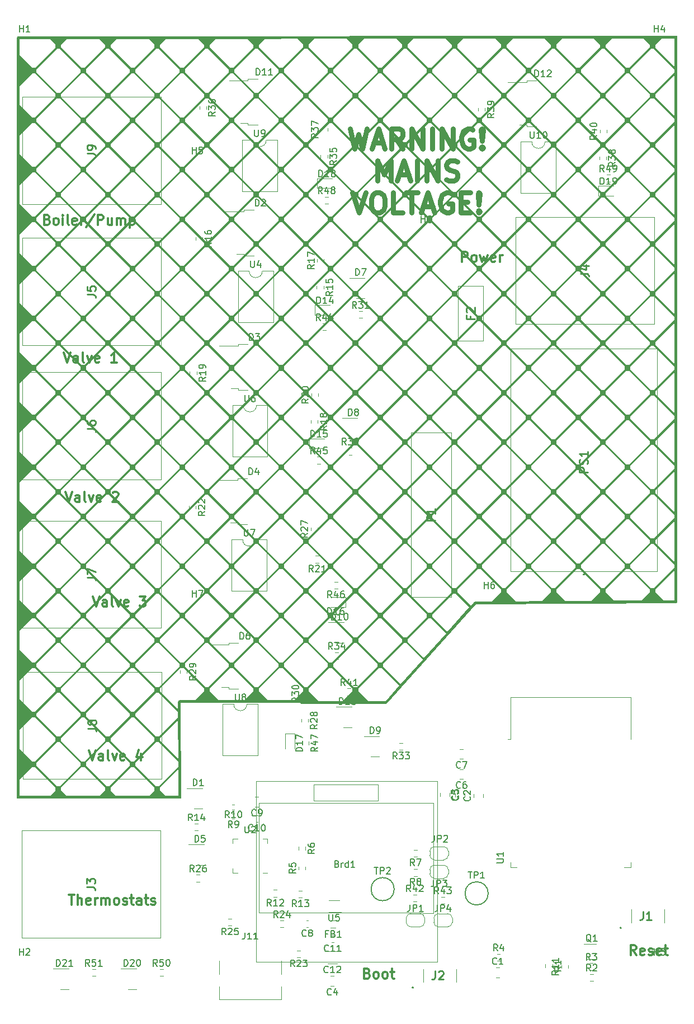
<source format=gbr>
%TF.GenerationSoftware,KiCad,Pcbnew,(6.0.5)*%
%TF.CreationDate,2022-06-11T16:02:27+01:00*%
%TF.ProjectId,heating-controller-esp32,68656174-696e-4672-9d63-6f6e74726f6c,rev?*%
%TF.SameCoordinates,Original*%
%TF.FileFunction,Legend,Top*%
%TF.FilePolarity,Positive*%
%FSLAX46Y46*%
G04 Gerber Fmt 4.6, Leading zero omitted, Abs format (unit mm)*
G04 Created by KiCad (PCBNEW (6.0.5)) date 2022-06-11 16:02:27*
%MOMM*%
%LPD*%
G01*
G04 APERTURE LIST*
%ADD10C,0.300000*%
%ADD11C,0.750000*%
%ADD12C,0.150000*%
%ADD13C,0.254000*%
%ADD14C,0.120000*%
%ADD15C,0.100000*%
%ADD16C,0.200000*%
G04 APERTURE END LIST*
D10*
X65377428Y-170834857D02*
X65591714Y-170906285D01*
X65663142Y-170977714D01*
X65734571Y-171120571D01*
X65734571Y-171334857D01*
X65663142Y-171477714D01*
X65591714Y-171549142D01*
X65448857Y-171620571D01*
X64877428Y-171620571D01*
X64877428Y-170120571D01*
X65377428Y-170120571D01*
X65520285Y-170192000D01*
X65591714Y-170263428D01*
X65663142Y-170406285D01*
X65663142Y-170549142D01*
X65591714Y-170692000D01*
X65520285Y-170763428D01*
X65377428Y-170834857D01*
X64877428Y-170834857D01*
X66591714Y-171620571D02*
X66448857Y-171549142D01*
X66377428Y-171477714D01*
X66306000Y-171334857D01*
X66306000Y-170906285D01*
X66377428Y-170763428D01*
X66448857Y-170692000D01*
X66591714Y-170620571D01*
X66806000Y-170620571D01*
X66948857Y-170692000D01*
X67020285Y-170763428D01*
X67091714Y-170906285D01*
X67091714Y-171334857D01*
X67020285Y-171477714D01*
X66948857Y-171549142D01*
X66806000Y-171620571D01*
X66591714Y-171620571D01*
X67948857Y-171620571D02*
X67806000Y-171549142D01*
X67734571Y-171477714D01*
X67663142Y-171334857D01*
X67663142Y-170906285D01*
X67734571Y-170763428D01*
X67806000Y-170692000D01*
X67948857Y-170620571D01*
X68163142Y-170620571D01*
X68306000Y-170692000D01*
X68377428Y-170763428D01*
X68448857Y-170906285D01*
X68448857Y-171334857D01*
X68377428Y-171477714D01*
X68306000Y-171549142D01*
X68163142Y-171620571D01*
X67948857Y-171620571D01*
X68877428Y-170620571D02*
X69448857Y-170620571D01*
X69091714Y-170120571D02*
X69091714Y-171406285D01*
X69163142Y-171549142D01*
X69306000Y-171620571D01*
X69448857Y-171620571D01*
X106092857Y-168064571D02*
X105592857Y-167350285D01*
X105235714Y-168064571D02*
X105235714Y-166564571D01*
X105807142Y-166564571D01*
X105950000Y-166636000D01*
X106021428Y-166707428D01*
X106092857Y-166850285D01*
X106092857Y-167064571D01*
X106021428Y-167207428D01*
X105950000Y-167278857D01*
X105807142Y-167350285D01*
X105235714Y-167350285D01*
X107307142Y-167993142D02*
X107164285Y-168064571D01*
X106878571Y-168064571D01*
X106735714Y-167993142D01*
X106664285Y-167850285D01*
X106664285Y-167278857D01*
X106735714Y-167136000D01*
X106878571Y-167064571D01*
X107164285Y-167064571D01*
X107307142Y-167136000D01*
X107378571Y-167278857D01*
X107378571Y-167421714D01*
X106664285Y-167564571D01*
X107950000Y-167993142D02*
X108092857Y-168064571D01*
X108378571Y-168064571D01*
X108521428Y-167993142D01*
X108592857Y-167850285D01*
X108592857Y-167778857D01*
X108521428Y-167636000D01*
X108378571Y-167564571D01*
X108164285Y-167564571D01*
X108021428Y-167493142D01*
X107950000Y-167350285D01*
X107950000Y-167278857D01*
X108021428Y-167136000D01*
X108164285Y-167064571D01*
X108378571Y-167064571D01*
X108521428Y-167136000D01*
X109807142Y-167993142D02*
X109664285Y-168064571D01*
X109378571Y-168064571D01*
X109235714Y-167993142D01*
X109164285Y-167850285D01*
X109164285Y-167278857D01*
X109235714Y-167136000D01*
X109378571Y-167064571D01*
X109664285Y-167064571D01*
X109807142Y-167136000D01*
X109878571Y-167278857D01*
X109878571Y-167421714D01*
X109164285Y-167564571D01*
X110307142Y-167064571D02*
X110878571Y-167064571D01*
X110521428Y-166564571D02*
X110521428Y-167850285D01*
X110592857Y-167993142D01*
X110735714Y-168064571D01*
X110878571Y-168064571D01*
D11*
X62755142Y-43057142D02*
X63469428Y-46057142D01*
X64040857Y-43914285D01*
X64612285Y-46057142D01*
X65326571Y-43057142D01*
X66326571Y-45200000D02*
X67755142Y-45200000D01*
X66040857Y-46057142D02*
X67040857Y-43057142D01*
X68040857Y-46057142D01*
X70755142Y-46057142D02*
X69755142Y-44628571D01*
X69040857Y-46057142D02*
X69040857Y-43057142D01*
X70183714Y-43057142D01*
X70469428Y-43200000D01*
X70612285Y-43342857D01*
X70755142Y-43628571D01*
X70755142Y-44057142D01*
X70612285Y-44342857D01*
X70469428Y-44485714D01*
X70183714Y-44628571D01*
X69040857Y-44628571D01*
X72040857Y-46057142D02*
X72040857Y-43057142D01*
X73755142Y-46057142D01*
X73755142Y-43057142D01*
X75183714Y-46057142D02*
X75183714Y-43057142D01*
X76612285Y-46057142D02*
X76612285Y-43057142D01*
X78326571Y-46057142D01*
X78326571Y-43057142D01*
X81326571Y-43200000D02*
X81040857Y-43057142D01*
X80612285Y-43057142D01*
X80183714Y-43200000D01*
X79898000Y-43485714D01*
X79755142Y-43771428D01*
X79612285Y-44342857D01*
X79612285Y-44771428D01*
X79755142Y-45342857D01*
X79898000Y-45628571D01*
X80183714Y-45914285D01*
X80612285Y-46057142D01*
X80898000Y-46057142D01*
X81326571Y-45914285D01*
X81469428Y-45771428D01*
X81469428Y-44771428D01*
X80898000Y-44771428D01*
X82755142Y-45771428D02*
X82898000Y-45914285D01*
X82755142Y-46057142D01*
X82612285Y-45914285D01*
X82755142Y-45771428D01*
X82755142Y-46057142D01*
X82755142Y-44914285D02*
X82612285Y-43200000D01*
X82755142Y-43057142D01*
X82898000Y-43200000D01*
X82755142Y-44914285D01*
X82755142Y-43057142D01*
X66898000Y-50887142D02*
X66898000Y-47887142D01*
X67898000Y-50030000D01*
X68898000Y-47887142D01*
X68898000Y-50887142D01*
X70183714Y-50030000D02*
X71612285Y-50030000D01*
X69898000Y-50887142D02*
X70898000Y-47887142D01*
X71898000Y-50887142D01*
X72898000Y-50887142D02*
X72898000Y-47887142D01*
X74326571Y-50887142D02*
X74326571Y-47887142D01*
X76040857Y-50887142D01*
X76040857Y-47887142D01*
X77326571Y-50744285D02*
X77755142Y-50887142D01*
X78469428Y-50887142D01*
X78755142Y-50744285D01*
X78898000Y-50601428D01*
X79040857Y-50315714D01*
X79040857Y-50030000D01*
X78898000Y-49744285D01*
X78755142Y-49601428D01*
X78469428Y-49458571D01*
X77898000Y-49315714D01*
X77612285Y-49172857D01*
X77469428Y-49030000D01*
X77326571Y-48744285D01*
X77326571Y-48458571D01*
X77469428Y-48172857D01*
X77612285Y-48030000D01*
X77898000Y-47887142D01*
X78612285Y-47887142D01*
X79040857Y-48030000D01*
X63112285Y-52717142D02*
X64112285Y-55717142D01*
X65112285Y-52717142D01*
X66683714Y-52717142D02*
X67255142Y-52717142D01*
X67540857Y-52860000D01*
X67826571Y-53145714D01*
X67969428Y-53717142D01*
X67969428Y-54717142D01*
X67826571Y-55288571D01*
X67540857Y-55574285D01*
X67255142Y-55717142D01*
X66683714Y-55717142D01*
X66398000Y-55574285D01*
X66112285Y-55288571D01*
X65969428Y-54717142D01*
X65969428Y-53717142D01*
X66112285Y-53145714D01*
X66398000Y-52860000D01*
X66683714Y-52717142D01*
X70683714Y-55717142D02*
X69255142Y-55717142D01*
X69255142Y-52717142D01*
X71255142Y-52717142D02*
X72969428Y-52717142D01*
X72112285Y-55717142D02*
X72112285Y-52717142D01*
X73826571Y-54860000D02*
X75255142Y-54860000D01*
X73540857Y-55717142D02*
X74540857Y-52717142D01*
X75540857Y-55717142D01*
X78112285Y-52860000D02*
X77826571Y-52717142D01*
X77398000Y-52717142D01*
X76969428Y-52860000D01*
X76683714Y-53145714D01*
X76540857Y-53431428D01*
X76398000Y-54002857D01*
X76398000Y-54431428D01*
X76540857Y-55002857D01*
X76683714Y-55288571D01*
X76969428Y-55574285D01*
X77398000Y-55717142D01*
X77683714Y-55717142D01*
X78112285Y-55574285D01*
X78255142Y-55431428D01*
X78255142Y-54431428D01*
X77683714Y-54431428D01*
X79540857Y-54145714D02*
X80540857Y-54145714D01*
X80969428Y-55717142D02*
X79540857Y-55717142D01*
X79540857Y-52717142D01*
X80969428Y-52717142D01*
X82255142Y-55431428D02*
X82398000Y-55574285D01*
X82255142Y-55717142D01*
X82112285Y-55574285D01*
X82255142Y-55431428D01*
X82255142Y-55717142D01*
X82255142Y-54574285D02*
X82112285Y-52860000D01*
X82255142Y-52717142D01*
X82398000Y-52860000D01*
X82255142Y-54574285D01*
X82255142Y-52717142D01*
D10*
X20154142Y-158944571D02*
X21011285Y-158944571D01*
X20582714Y-160444571D02*
X20582714Y-158944571D01*
X21511285Y-160444571D02*
X21511285Y-158944571D01*
X22154142Y-160444571D02*
X22154142Y-159658857D01*
X22082714Y-159516000D01*
X21939857Y-159444571D01*
X21725571Y-159444571D01*
X21582714Y-159516000D01*
X21511285Y-159587428D01*
X23439857Y-160373142D02*
X23297000Y-160444571D01*
X23011285Y-160444571D01*
X22868428Y-160373142D01*
X22797000Y-160230285D01*
X22797000Y-159658857D01*
X22868428Y-159516000D01*
X23011285Y-159444571D01*
X23297000Y-159444571D01*
X23439857Y-159516000D01*
X23511285Y-159658857D01*
X23511285Y-159801714D01*
X22797000Y-159944571D01*
X24154142Y-160444571D02*
X24154142Y-159444571D01*
X24154142Y-159730285D02*
X24225571Y-159587428D01*
X24297000Y-159516000D01*
X24439857Y-159444571D01*
X24582714Y-159444571D01*
X25082714Y-160444571D02*
X25082714Y-159444571D01*
X25082714Y-159587428D02*
X25154142Y-159516000D01*
X25297000Y-159444571D01*
X25511285Y-159444571D01*
X25654142Y-159516000D01*
X25725571Y-159658857D01*
X25725571Y-160444571D01*
X25725571Y-159658857D02*
X25797000Y-159516000D01*
X25939857Y-159444571D01*
X26154142Y-159444571D01*
X26297000Y-159516000D01*
X26368428Y-159658857D01*
X26368428Y-160444571D01*
X27297000Y-160444571D02*
X27154142Y-160373142D01*
X27082714Y-160301714D01*
X27011285Y-160158857D01*
X27011285Y-159730285D01*
X27082714Y-159587428D01*
X27154142Y-159516000D01*
X27297000Y-159444571D01*
X27511285Y-159444571D01*
X27654142Y-159516000D01*
X27725571Y-159587428D01*
X27797000Y-159730285D01*
X27797000Y-160158857D01*
X27725571Y-160301714D01*
X27654142Y-160373142D01*
X27511285Y-160444571D01*
X27297000Y-160444571D01*
X28368428Y-160373142D02*
X28511285Y-160444571D01*
X28797000Y-160444571D01*
X28939857Y-160373142D01*
X29011285Y-160230285D01*
X29011285Y-160158857D01*
X28939857Y-160016000D01*
X28797000Y-159944571D01*
X28582714Y-159944571D01*
X28439857Y-159873142D01*
X28368428Y-159730285D01*
X28368428Y-159658857D01*
X28439857Y-159516000D01*
X28582714Y-159444571D01*
X28797000Y-159444571D01*
X28939857Y-159516000D01*
X29439857Y-159444571D02*
X30011285Y-159444571D01*
X29654142Y-158944571D02*
X29654142Y-160230285D01*
X29725571Y-160373142D01*
X29868428Y-160444571D01*
X30011285Y-160444571D01*
X31154142Y-160444571D02*
X31154142Y-159658857D01*
X31082714Y-159516000D01*
X30939857Y-159444571D01*
X30654142Y-159444571D01*
X30511285Y-159516000D01*
X31154142Y-160373142D02*
X31011285Y-160444571D01*
X30654142Y-160444571D01*
X30511285Y-160373142D01*
X30439857Y-160230285D01*
X30439857Y-160087428D01*
X30511285Y-159944571D01*
X30654142Y-159873142D01*
X31011285Y-159873142D01*
X31154142Y-159801714D01*
X31654142Y-159444571D02*
X32225571Y-159444571D01*
X31868428Y-158944571D02*
X31868428Y-160230285D01*
X31939857Y-160373142D01*
X32082714Y-160444571D01*
X32225571Y-160444571D01*
X32654142Y-160373142D02*
X32797000Y-160444571D01*
X33082714Y-160444571D01*
X33225571Y-160373142D01*
X33297000Y-160230285D01*
X33297000Y-160158857D01*
X33225571Y-160016000D01*
X33082714Y-159944571D01*
X32868428Y-159944571D01*
X32725571Y-159873142D01*
X32654142Y-159730285D01*
X32654142Y-159658857D01*
X32725571Y-159516000D01*
X32868428Y-159444571D01*
X33082714Y-159444571D01*
X33225571Y-159516000D01*
X23233571Y-137100571D02*
X23733571Y-138600571D01*
X24233571Y-137100571D01*
X25376428Y-138600571D02*
X25376428Y-137814857D01*
X25305000Y-137672000D01*
X25162142Y-137600571D01*
X24876428Y-137600571D01*
X24733571Y-137672000D01*
X25376428Y-138529142D02*
X25233571Y-138600571D01*
X24876428Y-138600571D01*
X24733571Y-138529142D01*
X24662142Y-138386285D01*
X24662142Y-138243428D01*
X24733571Y-138100571D01*
X24876428Y-138029142D01*
X25233571Y-138029142D01*
X25376428Y-137957714D01*
X26305000Y-138600571D02*
X26162142Y-138529142D01*
X26090714Y-138386285D01*
X26090714Y-137100571D01*
X26733571Y-137600571D02*
X27090714Y-138600571D01*
X27447857Y-137600571D01*
X28590714Y-138529142D02*
X28447857Y-138600571D01*
X28162142Y-138600571D01*
X28019285Y-138529142D01*
X27947857Y-138386285D01*
X27947857Y-137814857D01*
X28019285Y-137672000D01*
X28162142Y-137600571D01*
X28447857Y-137600571D01*
X28590714Y-137672000D01*
X28662142Y-137814857D01*
X28662142Y-137957714D01*
X27947857Y-138100571D01*
X31090714Y-137600571D02*
X31090714Y-138600571D01*
X30733571Y-137029142D02*
X30376428Y-138100571D01*
X31305000Y-138100571D01*
X23811571Y-113815571D02*
X24311571Y-115315571D01*
X24811571Y-113815571D01*
X25954428Y-115315571D02*
X25954428Y-114529857D01*
X25883000Y-114387000D01*
X25740142Y-114315571D01*
X25454428Y-114315571D01*
X25311571Y-114387000D01*
X25954428Y-115244142D02*
X25811571Y-115315571D01*
X25454428Y-115315571D01*
X25311571Y-115244142D01*
X25240142Y-115101285D01*
X25240142Y-114958428D01*
X25311571Y-114815571D01*
X25454428Y-114744142D01*
X25811571Y-114744142D01*
X25954428Y-114672714D01*
X26883000Y-115315571D02*
X26740142Y-115244142D01*
X26668714Y-115101285D01*
X26668714Y-113815571D01*
X27311571Y-114315571D02*
X27668714Y-115315571D01*
X28025857Y-114315571D01*
X29168714Y-115244142D02*
X29025857Y-115315571D01*
X28740142Y-115315571D01*
X28597285Y-115244142D01*
X28525857Y-115101285D01*
X28525857Y-114529857D01*
X28597285Y-114387000D01*
X28740142Y-114315571D01*
X29025857Y-114315571D01*
X29168714Y-114387000D01*
X29240142Y-114529857D01*
X29240142Y-114672714D01*
X28525857Y-114815571D01*
X30883000Y-113815571D02*
X31811571Y-113815571D01*
X31311571Y-114387000D01*
X31525857Y-114387000D01*
X31668714Y-114458428D01*
X31740142Y-114529857D01*
X31811571Y-114672714D01*
X31811571Y-115029857D01*
X31740142Y-115172714D01*
X31668714Y-115244142D01*
X31525857Y-115315571D01*
X31097285Y-115315571D01*
X30954428Y-115244142D01*
X30883000Y-115172714D01*
X19677571Y-97984571D02*
X20177571Y-99484571D01*
X20677571Y-97984571D01*
X21820428Y-99484571D02*
X21820428Y-98698857D01*
X21749000Y-98556000D01*
X21606142Y-98484571D01*
X21320428Y-98484571D01*
X21177571Y-98556000D01*
X21820428Y-99413142D02*
X21677571Y-99484571D01*
X21320428Y-99484571D01*
X21177571Y-99413142D01*
X21106142Y-99270285D01*
X21106142Y-99127428D01*
X21177571Y-98984571D01*
X21320428Y-98913142D01*
X21677571Y-98913142D01*
X21820428Y-98841714D01*
X22749000Y-99484571D02*
X22606142Y-99413142D01*
X22534714Y-99270285D01*
X22534714Y-97984571D01*
X23177571Y-98484571D02*
X23534714Y-99484571D01*
X23891857Y-98484571D01*
X25034714Y-99413142D02*
X24891857Y-99484571D01*
X24606142Y-99484571D01*
X24463285Y-99413142D01*
X24391857Y-99270285D01*
X24391857Y-98698857D01*
X24463285Y-98556000D01*
X24606142Y-98484571D01*
X24891857Y-98484571D01*
X25034714Y-98556000D01*
X25106142Y-98698857D01*
X25106142Y-98841714D01*
X24391857Y-98984571D01*
X26820428Y-98127428D02*
X26891857Y-98056000D01*
X27034714Y-97984571D01*
X27391857Y-97984571D01*
X27534714Y-98056000D01*
X27606142Y-98127428D01*
X27677571Y-98270285D01*
X27677571Y-98413142D01*
X27606142Y-98627428D01*
X26749000Y-99484571D01*
X27677571Y-99484571D01*
X19423571Y-76902571D02*
X19923571Y-78402571D01*
X20423571Y-76902571D01*
X21566428Y-78402571D02*
X21566428Y-77616857D01*
X21495000Y-77474000D01*
X21352142Y-77402571D01*
X21066428Y-77402571D01*
X20923571Y-77474000D01*
X21566428Y-78331142D02*
X21423571Y-78402571D01*
X21066428Y-78402571D01*
X20923571Y-78331142D01*
X20852142Y-78188285D01*
X20852142Y-78045428D01*
X20923571Y-77902571D01*
X21066428Y-77831142D01*
X21423571Y-77831142D01*
X21566428Y-77759714D01*
X22495000Y-78402571D02*
X22352142Y-78331142D01*
X22280714Y-78188285D01*
X22280714Y-76902571D01*
X22923571Y-77402571D02*
X23280714Y-78402571D01*
X23637857Y-77402571D01*
X24780714Y-78331142D02*
X24637857Y-78402571D01*
X24352142Y-78402571D01*
X24209285Y-78331142D01*
X24137857Y-78188285D01*
X24137857Y-77616857D01*
X24209285Y-77474000D01*
X24352142Y-77402571D01*
X24637857Y-77402571D01*
X24780714Y-77474000D01*
X24852142Y-77616857D01*
X24852142Y-77759714D01*
X24137857Y-77902571D01*
X27423571Y-78402571D02*
X26566428Y-78402571D01*
X26995000Y-78402571D02*
X26995000Y-76902571D01*
X26852142Y-77116857D01*
X26709285Y-77259714D01*
X26566428Y-77331142D01*
X79712714Y-63162571D02*
X79712714Y-61662571D01*
X80284142Y-61662571D01*
X80427000Y-61734000D01*
X80498428Y-61805428D01*
X80569857Y-61948285D01*
X80569857Y-62162571D01*
X80498428Y-62305428D01*
X80427000Y-62376857D01*
X80284142Y-62448285D01*
X79712714Y-62448285D01*
X81427000Y-63162571D02*
X81284142Y-63091142D01*
X81212714Y-63019714D01*
X81141285Y-62876857D01*
X81141285Y-62448285D01*
X81212714Y-62305428D01*
X81284142Y-62234000D01*
X81427000Y-62162571D01*
X81641285Y-62162571D01*
X81784142Y-62234000D01*
X81855571Y-62305428D01*
X81927000Y-62448285D01*
X81927000Y-62876857D01*
X81855571Y-63019714D01*
X81784142Y-63091142D01*
X81641285Y-63162571D01*
X81427000Y-63162571D01*
X82427000Y-62162571D02*
X82712714Y-63162571D01*
X82998428Y-62448285D01*
X83284142Y-63162571D01*
X83569857Y-62162571D01*
X84712714Y-63091142D02*
X84569857Y-63162571D01*
X84284142Y-63162571D01*
X84141285Y-63091142D01*
X84069857Y-62948285D01*
X84069857Y-62376857D01*
X84141285Y-62234000D01*
X84284142Y-62162571D01*
X84569857Y-62162571D01*
X84712714Y-62234000D01*
X84784142Y-62376857D01*
X84784142Y-62519714D01*
X84069857Y-62662571D01*
X85427000Y-63162571D02*
X85427000Y-62162571D01*
X85427000Y-62448285D02*
X85498428Y-62305428D01*
X85569857Y-62234000D01*
X85712714Y-62162571D01*
X85855571Y-62162571D01*
X16919571Y-56788857D02*
X17133857Y-56860285D01*
X17205285Y-56931714D01*
X17276714Y-57074571D01*
X17276714Y-57288857D01*
X17205285Y-57431714D01*
X17133857Y-57503142D01*
X16991000Y-57574571D01*
X16419571Y-57574571D01*
X16419571Y-56074571D01*
X16919571Y-56074571D01*
X17062428Y-56146000D01*
X17133857Y-56217428D01*
X17205285Y-56360285D01*
X17205285Y-56503142D01*
X17133857Y-56646000D01*
X17062428Y-56717428D01*
X16919571Y-56788857D01*
X16419571Y-56788857D01*
X18133857Y-57574571D02*
X17991000Y-57503142D01*
X17919571Y-57431714D01*
X17848142Y-57288857D01*
X17848142Y-56860285D01*
X17919571Y-56717428D01*
X17991000Y-56646000D01*
X18133857Y-56574571D01*
X18348142Y-56574571D01*
X18491000Y-56646000D01*
X18562428Y-56717428D01*
X18633857Y-56860285D01*
X18633857Y-57288857D01*
X18562428Y-57431714D01*
X18491000Y-57503142D01*
X18348142Y-57574571D01*
X18133857Y-57574571D01*
X19276714Y-57574571D02*
X19276714Y-56574571D01*
X19276714Y-56074571D02*
X19205285Y-56146000D01*
X19276714Y-56217428D01*
X19348142Y-56146000D01*
X19276714Y-56074571D01*
X19276714Y-56217428D01*
X20205285Y-57574571D02*
X20062428Y-57503142D01*
X19991000Y-57360285D01*
X19991000Y-56074571D01*
X21348142Y-57503142D02*
X21205285Y-57574571D01*
X20919571Y-57574571D01*
X20776714Y-57503142D01*
X20705285Y-57360285D01*
X20705285Y-56788857D01*
X20776714Y-56646000D01*
X20919571Y-56574571D01*
X21205285Y-56574571D01*
X21348142Y-56646000D01*
X21419571Y-56788857D01*
X21419571Y-56931714D01*
X20705285Y-57074571D01*
X22062428Y-57574571D02*
X22062428Y-56574571D01*
X22062428Y-56860285D02*
X22133857Y-56717428D01*
X22205285Y-56646000D01*
X22348142Y-56574571D01*
X22491000Y-56574571D01*
X24062428Y-56003142D02*
X22776714Y-57931714D01*
X24562428Y-57574571D02*
X24562428Y-56074571D01*
X25133857Y-56074571D01*
X25276714Y-56146000D01*
X25348142Y-56217428D01*
X25419571Y-56360285D01*
X25419571Y-56574571D01*
X25348142Y-56717428D01*
X25276714Y-56788857D01*
X25133857Y-56860285D01*
X24562428Y-56860285D01*
X26705285Y-56574571D02*
X26705285Y-57574571D01*
X26062428Y-56574571D02*
X26062428Y-57360285D01*
X26133857Y-57503142D01*
X26276714Y-57574571D01*
X26491000Y-57574571D01*
X26633857Y-57503142D01*
X26705285Y-57431714D01*
X27419571Y-57574571D02*
X27419571Y-56574571D01*
X27419571Y-56717428D02*
X27491000Y-56646000D01*
X27633857Y-56574571D01*
X27848142Y-56574571D01*
X27991000Y-56646000D01*
X28062428Y-56788857D01*
X28062428Y-57574571D01*
X28062428Y-56788857D02*
X28133857Y-56646000D01*
X28276714Y-56574571D01*
X28491000Y-56574571D01*
X28633857Y-56646000D01*
X28705285Y-56788857D01*
X28705285Y-57574571D01*
X29419571Y-56574571D02*
X29419571Y-58074571D01*
X29419571Y-56646000D02*
X29562428Y-56574571D01*
X29848142Y-56574571D01*
X29991000Y-56646000D01*
X30062428Y-56717428D01*
X30133857Y-56860285D01*
X30133857Y-57288857D01*
X30062428Y-57431714D01*
X29991000Y-57503142D01*
X29848142Y-57574571D01*
X29562428Y-57574571D01*
X29419571Y-57503142D01*
D12*
%TO.C,H8*%
X73533095Y-57231380D02*
X73533095Y-56231380D01*
X73533095Y-56707571D02*
X74104523Y-56707571D01*
X74104523Y-57231380D02*
X74104523Y-56231380D01*
X74723571Y-56659952D02*
X74628333Y-56612333D01*
X74580714Y-56564714D01*
X74533095Y-56469476D01*
X74533095Y-56421857D01*
X74580714Y-56326619D01*
X74628333Y-56279000D01*
X74723571Y-56231380D01*
X74914047Y-56231380D01*
X75009285Y-56279000D01*
X75056904Y-56326619D01*
X75104523Y-56421857D01*
X75104523Y-56469476D01*
X75056904Y-56564714D01*
X75009285Y-56612333D01*
X74914047Y-56659952D01*
X74723571Y-56659952D01*
X74628333Y-56707571D01*
X74580714Y-56755190D01*
X74533095Y-56850428D01*
X74533095Y-57040904D01*
X74580714Y-57136142D01*
X74628333Y-57183761D01*
X74723571Y-57231380D01*
X74914047Y-57231380D01*
X75009285Y-57183761D01*
X75056904Y-57136142D01*
X75104523Y-57040904D01*
X75104523Y-56850428D01*
X75056904Y-56755190D01*
X75009285Y-56707571D01*
X74914047Y-56659952D01*
%TO.C,H7*%
X38862095Y-113873380D02*
X38862095Y-112873380D01*
X38862095Y-113349571D02*
X39433523Y-113349571D01*
X39433523Y-113873380D02*
X39433523Y-112873380D01*
X39814476Y-112873380D02*
X40481142Y-112873380D01*
X40052571Y-113873380D01*
%TO.C,H6*%
X83058095Y-112603380D02*
X83058095Y-111603380D01*
X83058095Y-112079571D02*
X83629523Y-112079571D01*
X83629523Y-112603380D02*
X83629523Y-111603380D01*
X84534285Y-111603380D02*
X84343809Y-111603380D01*
X84248571Y-111651000D01*
X84200952Y-111698619D01*
X84105714Y-111841476D01*
X84058095Y-112031952D01*
X84058095Y-112412904D01*
X84105714Y-112508142D01*
X84153333Y-112555761D01*
X84248571Y-112603380D01*
X84439047Y-112603380D01*
X84534285Y-112555761D01*
X84581904Y-112508142D01*
X84629523Y-112412904D01*
X84629523Y-112174809D01*
X84581904Y-112079571D01*
X84534285Y-112031952D01*
X84439047Y-111984333D01*
X84248571Y-111984333D01*
X84153333Y-112031952D01*
X84105714Y-112079571D01*
X84058095Y-112174809D01*
%TO.C,H5*%
X38862095Y-46817380D02*
X38862095Y-45817380D01*
X38862095Y-46293571D02*
X39433523Y-46293571D01*
X39433523Y-46817380D02*
X39433523Y-45817380D01*
X40385904Y-45817380D02*
X39909714Y-45817380D01*
X39862095Y-46293571D01*
X39909714Y-46245952D01*
X40004952Y-46198333D01*
X40243047Y-46198333D01*
X40338285Y-46245952D01*
X40385904Y-46293571D01*
X40433523Y-46388809D01*
X40433523Y-46626904D01*
X40385904Y-46722142D01*
X40338285Y-46769761D01*
X40243047Y-46817380D01*
X40004952Y-46817380D01*
X39909714Y-46769761D01*
X39862095Y-46722142D01*
%TO.C,H4*%
X108839095Y-28402380D02*
X108839095Y-27402380D01*
X108839095Y-27878571D02*
X109410523Y-27878571D01*
X109410523Y-28402380D02*
X109410523Y-27402380D01*
X110315285Y-27735714D02*
X110315285Y-28402380D01*
X110077190Y-27354761D02*
X109839095Y-28069047D01*
X110458142Y-28069047D01*
%TO.C,H3*%
X108839095Y-168102380D02*
X108839095Y-167102380D01*
X108839095Y-167578571D02*
X109410523Y-167578571D01*
X109410523Y-168102380D02*
X109410523Y-167102380D01*
X109791476Y-167102380D02*
X110410523Y-167102380D01*
X110077190Y-167483333D01*
X110220047Y-167483333D01*
X110315285Y-167530952D01*
X110362904Y-167578571D01*
X110410523Y-167673809D01*
X110410523Y-167911904D01*
X110362904Y-168007142D01*
X110315285Y-168054761D01*
X110220047Y-168102380D01*
X109934333Y-168102380D01*
X109839095Y-168054761D01*
X109791476Y-168007142D01*
%TO.C,H2*%
X12700095Y-168102380D02*
X12700095Y-167102380D01*
X12700095Y-167578571D02*
X13271523Y-167578571D01*
X13271523Y-168102380D02*
X13271523Y-167102380D01*
X13700095Y-167197619D02*
X13747714Y-167150000D01*
X13842952Y-167102380D01*
X14081047Y-167102380D01*
X14176285Y-167150000D01*
X14223904Y-167197619D01*
X14271523Y-167292857D01*
X14271523Y-167388095D01*
X14223904Y-167530952D01*
X13652476Y-168102380D01*
X14271523Y-168102380D01*
%TO.C,H1*%
X12700095Y-28402380D02*
X12700095Y-27402380D01*
X12700095Y-27878571D02*
X13271523Y-27878571D01*
X13271523Y-28402380D02*
X13271523Y-27402380D01*
X14271523Y-28402380D02*
X13700095Y-28402380D01*
X13985809Y-28402380D02*
X13985809Y-27402380D01*
X13890571Y-27545238D01*
X13795333Y-27640476D01*
X13700095Y-27688095D01*
%TO.C,JP3*%
X75393186Y-156726900D02*
X75393186Y-157441186D01*
X75345567Y-157584043D01*
X75250329Y-157679281D01*
X75107472Y-157726900D01*
X75012234Y-157726900D01*
X75869377Y-157726900D02*
X75869377Y-156726900D01*
X76250329Y-156726900D01*
X76345567Y-156774520D01*
X76393186Y-156822139D01*
X76440805Y-156917377D01*
X76440805Y-157060234D01*
X76393186Y-157155472D01*
X76345567Y-157203091D01*
X76250329Y-157250710D01*
X75869377Y-157250710D01*
X76774139Y-156726900D02*
X77393186Y-156726900D01*
X77059853Y-157107853D01*
X77202710Y-157107853D01*
X77297948Y-157155472D01*
X77345567Y-157203091D01*
X77393186Y-157298329D01*
X77393186Y-157536424D01*
X77345567Y-157631662D01*
X77297948Y-157679281D01*
X77202710Y-157726900D01*
X76916996Y-157726900D01*
X76821758Y-157679281D01*
X76774139Y-157631662D01*
D13*
%TO.C,J9*%
X22926523Y-46778333D02*
X23833666Y-46778333D01*
X24015095Y-46838809D01*
X24136047Y-46959761D01*
X24196523Y-47141190D01*
X24196523Y-47262142D01*
X24196523Y-46113095D02*
X24196523Y-45871190D01*
X24136047Y-45750238D01*
X24075571Y-45689761D01*
X23894142Y-45568809D01*
X23652238Y-45508333D01*
X23168428Y-45508333D01*
X23047476Y-45568809D01*
X22987000Y-45629285D01*
X22926523Y-45750238D01*
X22926523Y-45992142D01*
X22987000Y-46113095D01*
X23047476Y-46173571D01*
X23168428Y-46234047D01*
X23470809Y-46234047D01*
X23591761Y-46173571D01*
X23652238Y-46113095D01*
X23712714Y-45992142D01*
X23712714Y-45750238D01*
X23652238Y-45629285D01*
X23591761Y-45568809D01*
X23470809Y-45508333D01*
%TO.C,J8*%
X23053523Y-133773333D02*
X23960666Y-133773333D01*
X24142095Y-133833809D01*
X24263047Y-133954761D01*
X24323523Y-134136190D01*
X24323523Y-134257142D01*
X23597809Y-132987142D02*
X23537333Y-133108095D01*
X23476857Y-133168571D01*
X23355904Y-133229047D01*
X23295428Y-133229047D01*
X23174476Y-133168571D01*
X23114000Y-133108095D01*
X23053523Y-132987142D01*
X23053523Y-132745238D01*
X23114000Y-132624285D01*
X23174476Y-132563809D01*
X23295428Y-132503333D01*
X23355904Y-132503333D01*
X23476857Y-132563809D01*
X23537333Y-132624285D01*
X23597809Y-132745238D01*
X23597809Y-132987142D01*
X23658285Y-133108095D01*
X23718761Y-133168571D01*
X23839714Y-133229047D01*
X24081619Y-133229047D01*
X24202571Y-133168571D01*
X24263047Y-133108095D01*
X24323523Y-132987142D01*
X24323523Y-132745238D01*
X24263047Y-132624285D01*
X24202571Y-132563809D01*
X24081619Y-132503333D01*
X23839714Y-132503333D01*
X23718761Y-132563809D01*
X23658285Y-132624285D01*
X23597809Y-132745238D01*
%TO.C,J7*%
X22926523Y-110913333D02*
X23833666Y-110913333D01*
X24015095Y-110973809D01*
X24136047Y-111094761D01*
X24196523Y-111276190D01*
X24196523Y-111397142D01*
X22926523Y-110429523D02*
X22926523Y-109582857D01*
X24196523Y-110127142D01*
%TO.C,J6*%
X22926523Y-88434333D02*
X23833666Y-88434333D01*
X24015095Y-88494809D01*
X24136047Y-88615761D01*
X24196523Y-88797190D01*
X24196523Y-88918142D01*
X22926523Y-87285285D02*
X22926523Y-87527190D01*
X22987000Y-87648142D01*
X23047476Y-87708619D01*
X23228904Y-87829571D01*
X23470809Y-87890047D01*
X23954619Y-87890047D01*
X24075571Y-87829571D01*
X24136047Y-87769095D01*
X24196523Y-87648142D01*
X24196523Y-87406238D01*
X24136047Y-87285285D01*
X24075571Y-87224809D01*
X23954619Y-87164333D01*
X23652238Y-87164333D01*
X23531285Y-87224809D01*
X23470809Y-87285285D01*
X23410333Y-87406238D01*
X23410333Y-87648142D01*
X23470809Y-87769095D01*
X23531285Y-87829571D01*
X23652238Y-87890047D01*
%TO.C,J5*%
X22926523Y-68114333D02*
X23833666Y-68114333D01*
X24015095Y-68174809D01*
X24136047Y-68295761D01*
X24196523Y-68477190D01*
X24196523Y-68598142D01*
X22926523Y-66904809D02*
X22926523Y-67509571D01*
X23531285Y-67570047D01*
X23470809Y-67509571D01*
X23410333Y-67388619D01*
X23410333Y-67086238D01*
X23470809Y-66965285D01*
X23531285Y-66904809D01*
X23652238Y-66844333D01*
X23954619Y-66844333D01*
X24075571Y-66904809D01*
X24136047Y-66965285D01*
X24196523Y-67086238D01*
X24196523Y-67388619D01*
X24136047Y-67509571D01*
X24075571Y-67570047D01*
%TO.C,J4*%
X97602523Y-64939333D02*
X98509666Y-64939333D01*
X98691095Y-64999809D01*
X98812047Y-65120761D01*
X98872523Y-65302190D01*
X98872523Y-65423142D01*
X98025857Y-63790285D02*
X98872523Y-63790285D01*
X97542047Y-64092666D02*
X98449190Y-64395047D01*
X98449190Y-63608857D01*
%TO.C,J3*%
X22876523Y-157776333D02*
X23783666Y-157776333D01*
X23965095Y-157836809D01*
X24086047Y-157957761D01*
X24146523Y-158139190D01*
X24146523Y-158260142D01*
X22876523Y-157292523D02*
X22876523Y-156506333D01*
X23360333Y-156929666D01*
X23360333Y-156748238D01*
X23420809Y-156627285D01*
X23481285Y-156566809D01*
X23602238Y-156506333D01*
X23904619Y-156506333D01*
X24025571Y-156566809D01*
X24086047Y-156627285D01*
X24146523Y-156748238D01*
X24146523Y-157111095D01*
X24086047Y-157232047D01*
X24025571Y-157292523D01*
D12*
%TO.C,R51*%
X23316642Y-169756380D02*
X22983309Y-169280190D01*
X22745214Y-169756380D02*
X22745214Y-168756380D01*
X23126166Y-168756380D01*
X23221404Y-168804000D01*
X23269023Y-168851619D01*
X23316642Y-168946857D01*
X23316642Y-169089714D01*
X23269023Y-169184952D01*
X23221404Y-169232571D01*
X23126166Y-169280190D01*
X22745214Y-169280190D01*
X24221404Y-168756380D02*
X23745214Y-168756380D01*
X23697595Y-169232571D01*
X23745214Y-169184952D01*
X23840452Y-169137333D01*
X24078547Y-169137333D01*
X24173785Y-169184952D01*
X24221404Y-169232571D01*
X24269023Y-169327809D01*
X24269023Y-169565904D01*
X24221404Y-169661142D01*
X24173785Y-169708761D01*
X24078547Y-169756380D01*
X23840452Y-169756380D01*
X23745214Y-169708761D01*
X23697595Y-169661142D01*
X25221404Y-169756380D02*
X24649976Y-169756380D01*
X24935690Y-169756380D02*
X24935690Y-168756380D01*
X24840452Y-168899238D01*
X24745214Y-168994476D01*
X24649976Y-169042095D01*
%TO.C,R50*%
X33561142Y-169756380D02*
X33227809Y-169280190D01*
X32989714Y-169756380D02*
X32989714Y-168756380D01*
X33370666Y-168756380D01*
X33465904Y-168804000D01*
X33513523Y-168851619D01*
X33561142Y-168946857D01*
X33561142Y-169089714D01*
X33513523Y-169184952D01*
X33465904Y-169232571D01*
X33370666Y-169280190D01*
X32989714Y-169280190D01*
X34465904Y-168756380D02*
X33989714Y-168756380D01*
X33942095Y-169232571D01*
X33989714Y-169184952D01*
X34084952Y-169137333D01*
X34323047Y-169137333D01*
X34418285Y-169184952D01*
X34465904Y-169232571D01*
X34513523Y-169327809D01*
X34513523Y-169565904D01*
X34465904Y-169661142D01*
X34418285Y-169708761D01*
X34323047Y-169756380D01*
X34084952Y-169756380D01*
X33989714Y-169708761D01*
X33942095Y-169661142D01*
X35132571Y-168756380D02*
X35227809Y-168756380D01*
X35323047Y-168804000D01*
X35370666Y-168851619D01*
X35418285Y-168946857D01*
X35465904Y-169137333D01*
X35465904Y-169375428D01*
X35418285Y-169565904D01*
X35370666Y-169661142D01*
X35323047Y-169708761D01*
X35227809Y-169756380D01*
X35132571Y-169756380D01*
X35037333Y-169708761D01*
X34989714Y-169661142D01*
X34942095Y-169565904D01*
X34894476Y-169375428D01*
X34894476Y-169137333D01*
X34942095Y-168946857D01*
X34989714Y-168851619D01*
X35037333Y-168804000D01*
X35132571Y-168756380D01*
%TO.C,D21*%
X18295214Y-169756380D02*
X18295214Y-168756380D01*
X18533309Y-168756380D01*
X18676166Y-168804000D01*
X18771404Y-168899238D01*
X18819023Y-168994476D01*
X18866642Y-169184952D01*
X18866642Y-169327809D01*
X18819023Y-169518285D01*
X18771404Y-169613523D01*
X18676166Y-169708761D01*
X18533309Y-169756380D01*
X18295214Y-169756380D01*
X19247595Y-168851619D02*
X19295214Y-168804000D01*
X19390452Y-168756380D01*
X19628547Y-168756380D01*
X19723785Y-168804000D01*
X19771404Y-168851619D01*
X19819023Y-168946857D01*
X19819023Y-169042095D01*
X19771404Y-169184952D01*
X19199976Y-169756380D01*
X19819023Y-169756380D01*
X20771404Y-169756380D02*
X20199976Y-169756380D01*
X20485690Y-169756380D02*
X20485690Y-168756380D01*
X20390452Y-168899238D01*
X20295214Y-168994476D01*
X20199976Y-169042095D01*
%TO.C,D20*%
X28539714Y-169756380D02*
X28539714Y-168756380D01*
X28777809Y-168756380D01*
X28920666Y-168804000D01*
X29015904Y-168899238D01*
X29063523Y-168994476D01*
X29111142Y-169184952D01*
X29111142Y-169327809D01*
X29063523Y-169518285D01*
X29015904Y-169613523D01*
X28920666Y-169708761D01*
X28777809Y-169756380D01*
X28539714Y-169756380D01*
X29492095Y-168851619D02*
X29539714Y-168804000D01*
X29634952Y-168756380D01*
X29873047Y-168756380D01*
X29968285Y-168804000D01*
X30015904Y-168851619D01*
X30063523Y-168946857D01*
X30063523Y-169042095D01*
X30015904Y-169184952D01*
X29444476Y-169756380D01*
X30063523Y-169756380D01*
X30682571Y-168756380D02*
X30777809Y-168756380D01*
X30873047Y-168804000D01*
X30920666Y-168851619D01*
X30968285Y-168946857D01*
X31015904Y-169137333D01*
X31015904Y-169375428D01*
X30968285Y-169565904D01*
X30920666Y-169661142D01*
X30873047Y-169708761D01*
X30777809Y-169756380D01*
X30682571Y-169756380D01*
X30587333Y-169708761D01*
X30539714Y-169661142D01*
X30492095Y-169565904D01*
X30444476Y-169375428D01*
X30444476Y-169137333D01*
X30492095Y-168946857D01*
X30539714Y-168851619D01*
X30587333Y-168804000D01*
X30682571Y-168756380D01*
%TO.C,R13*%
X54602142Y-160759380D02*
X54268809Y-160283190D01*
X54030714Y-160759380D02*
X54030714Y-159759380D01*
X54411666Y-159759380D01*
X54506904Y-159807000D01*
X54554523Y-159854619D01*
X54602142Y-159949857D01*
X54602142Y-160092714D01*
X54554523Y-160187952D01*
X54506904Y-160235571D01*
X54411666Y-160283190D01*
X54030714Y-160283190D01*
X55554523Y-160759380D02*
X54983095Y-160759380D01*
X55268809Y-160759380D02*
X55268809Y-159759380D01*
X55173571Y-159902238D01*
X55078333Y-159997476D01*
X54983095Y-160045095D01*
X55887857Y-159759380D02*
X56506904Y-159759380D01*
X56173571Y-160140333D01*
X56316428Y-160140333D01*
X56411666Y-160187952D01*
X56459285Y-160235571D01*
X56506904Y-160330809D01*
X56506904Y-160568904D01*
X56459285Y-160664142D01*
X56411666Y-160711761D01*
X56316428Y-160759380D01*
X56030714Y-160759380D01*
X55935476Y-160711761D01*
X55887857Y-160664142D01*
%TO.C,R33*%
X69842142Y-138407380D02*
X69508809Y-137931190D01*
X69270714Y-138407380D02*
X69270714Y-137407380D01*
X69651666Y-137407380D01*
X69746904Y-137455000D01*
X69794523Y-137502619D01*
X69842142Y-137597857D01*
X69842142Y-137740714D01*
X69794523Y-137835952D01*
X69746904Y-137883571D01*
X69651666Y-137931190D01*
X69270714Y-137931190D01*
X70175476Y-137407380D02*
X70794523Y-137407380D01*
X70461190Y-137788333D01*
X70604047Y-137788333D01*
X70699285Y-137835952D01*
X70746904Y-137883571D01*
X70794523Y-137978809D01*
X70794523Y-138216904D01*
X70746904Y-138312142D01*
X70699285Y-138359761D01*
X70604047Y-138407380D01*
X70318333Y-138407380D01*
X70223095Y-138359761D01*
X70175476Y-138312142D01*
X71127857Y-137407380D02*
X71746904Y-137407380D01*
X71413571Y-137788333D01*
X71556428Y-137788333D01*
X71651666Y-137835952D01*
X71699285Y-137883571D01*
X71746904Y-137978809D01*
X71746904Y-138216904D01*
X71699285Y-138312142D01*
X71651666Y-138359761D01*
X71556428Y-138407380D01*
X71270714Y-138407380D01*
X71175476Y-138359761D01*
X71127857Y-138312142D01*
%TO.C,D9*%
X65809904Y-134577380D02*
X65809904Y-133577380D01*
X66048000Y-133577380D01*
X66190857Y-133625000D01*
X66286095Y-133720238D01*
X66333714Y-133815476D01*
X66381333Y-134005952D01*
X66381333Y-134148809D01*
X66333714Y-134339285D01*
X66286095Y-134434523D01*
X66190857Y-134529761D01*
X66048000Y-134577380D01*
X65809904Y-134577380D01*
X66857523Y-134577380D02*
X67048000Y-134577380D01*
X67143238Y-134529761D01*
X67190857Y-134482142D01*
X67286095Y-134339285D01*
X67333714Y-134148809D01*
X67333714Y-133767857D01*
X67286095Y-133672619D01*
X67238476Y-133625000D01*
X67143238Y-133577380D01*
X66952761Y-133577380D01*
X66857523Y-133625000D01*
X66809904Y-133672619D01*
X66762285Y-133767857D01*
X66762285Y-134005952D01*
X66809904Y-134101190D01*
X66857523Y-134148809D01*
X66952761Y-134196428D01*
X67143238Y-134196428D01*
X67238476Y-134148809D01*
X67286095Y-134101190D01*
X67333714Y-134005952D01*
%TO.C,U1*%
X84981380Y-154098904D02*
X85790904Y-154098904D01*
X85886142Y-154051285D01*
X85933761Y-154003666D01*
X85981380Y-153908428D01*
X85981380Y-153717952D01*
X85933761Y-153622714D01*
X85886142Y-153575095D01*
X85790904Y-153527476D01*
X84981380Y-153527476D01*
X85981380Y-152527476D02*
X85981380Y-153098904D01*
X85981380Y-152813190D02*
X84981380Y-152813190D01*
X85124238Y-152908428D01*
X85219476Y-153003666D01*
X85267095Y-153098904D01*
D13*
%TO.C,PS1*%
X98745523Y-95014142D02*
X97475523Y-95014142D01*
X97475523Y-94530333D01*
X97536000Y-94409380D01*
X97596476Y-94348904D01*
X97717428Y-94288428D01*
X97898857Y-94288428D01*
X98019809Y-94348904D01*
X98080285Y-94409380D01*
X98140761Y-94530333D01*
X98140761Y-95014142D01*
X98685047Y-93804619D02*
X98745523Y-93623190D01*
X98745523Y-93320809D01*
X98685047Y-93199857D01*
X98624571Y-93139380D01*
X98503619Y-93078904D01*
X98382666Y-93078904D01*
X98261714Y-93139380D01*
X98201238Y-93199857D01*
X98140761Y-93320809D01*
X98080285Y-93562714D01*
X98019809Y-93683666D01*
X97959333Y-93744142D01*
X97838380Y-93804619D01*
X97717428Y-93804619D01*
X97596476Y-93744142D01*
X97536000Y-93683666D01*
X97475523Y-93562714D01*
X97475523Y-93260333D01*
X97536000Y-93078904D01*
X98745523Y-91869380D02*
X98745523Y-92595095D01*
X98745523Y-92232238D02*
X97475523Y-92232238D01*
X97656952Y-92353190D01*
X97777904Y-92474142D01*
X97838380Y-92595095D01*
D12*
%TO.C,TP2*%
X66429095Y-154817380D02*
X67000523Y-154817380D01*
X66714809Y-155817380D02*
X66714809Y-154817380D01*
X67333857Y-155817380D02*
X67333857Y-154817380D01*
X67714809Y-154817380D01*
X67810047Y-154865000D01*
X67857666Y-154912619D01*
X67905285Y-155007857D01*
X67905285Y-155150714D01*
X67857666Y-155245952D01*
X67810047Y-155293571D01*
X67714809Y-155341190D01*
X67333857Y-155341190D01*
X68286238Y-154912619D02*
X68333857Y-154865000D01*
X68429095Y-154817380D01*
X68667190Y-154817380D01*
X68762428Y-154865000D01*
X68810047Y-154912619D01*
X68857666Y-155007857D01*
X68857666Y-155103095D01*
X68810047Y-155245952D01*
X68238619Y-155817380D01*
X68857666Y-155817380D01*
%TO.C,TP1*%
X80653095Y-155452380D02*
X81224523Y-155452380D01*
X80938809Y-156452380D02*
X80938809Y-155452380D01*
X81557857Y-156452380D02*
X81557857Y-155452380D01*
X81938809Y-155452380D01*
X82034047Y-155500000D01*
X82081666Y-155547619D01*
X82129285Y-155642857D01*
X82129285Y-155785714D01*
X82081666Y-155880952D01*
X82034047Y-155928571D01*
X81938809Y-155976190D01*
X81557857Y-155976190D01*
X83081666Y-156452380D02*
X82510238Y-156452380D01*
X82795952Y-156452380D02*
X82795952Y-155452380D01*
X82700714Y-155595238D01*
X82605476Y-155690476D01*
X82510238Y-155738095D01*
%TO.C,R49*%
X101211142Y-49568380D02*
X100877809Y-49092190D01*
X100639714Y-49568380D02*
X100639714Y-48568380D01*
X101020666Y-48568380D01*
X101115904Y-48616000D01*
X101163523Y-48663619D01*
X101211142Y-48758857D01*
X101211142Y-48901714D01*
X101163523Y-48996952D01*
X101115904Y-49044571D01*
X101020666Y-49092190D01*
X100639714Y-49092190D01*
X102068285Y-48901714D02*
X102068285Y-49568380D01*
X101830190Y-48520761D02*
X101592095Y-49235047D01*
X102211142Y-49235047D01*
X102639714Y-49568380D02*
X102830190Y-49568380D01*
X102925428Y-49520761D01*
X102973047Y-49473142D01*
X103068285Y-49330285D01*
X103115904Y-49139809D01*
X103115904Y-48758857D01*
X103068285Y-48663619D01*
X103020666Y-48616000D01*
X102925428Y-48568380D01*
X102734952Y-48568380D01*
X102639714Y-48616000D01*
X102592095Y-48663619D01*
X102544476Y-48758857D01*
X102544476Y-48996952D01*
X102592095Y-49092190D01*
X102639714Y-49139809D01*
X102734952Y-49187428D01*
X102925428Y-49187428D01*
X103020666Y-49139809D01*
X103068285Y-49092190D01*
X103115904Y-48996952D01*
%TO.C,R48*%
X58551642Y-52888380D02*
X58218309Y-52412190D01*
X57980214Y-52888380D02*
X57980214Y-51888380D01*
X58361166Y-51888380D01*
X58456404Y-51936000D01*
X58504023Y-51983619D01*
X58551642Y-52078857D01*
X58551642Y-52221714D01*
X58504023Y-52316952D01*
X58456404Y-52364571D01*
X58361166Y-52412190D01*
X57980214Y-52412190D01*
X59408785Y-52221714D02*
X59408785Y-52888380D01*
X59170690Y-51840761D02*
X58932595Y-52555047D01*
X59551642Y-52555047D01*
X60075452Y-52316952D02*
X59980214Y-52269333D01*
X59932595Y-52221714D01*
X59884976Y-52126476D01*
X59884976Y-52078857D01*
X59932595Y-51983619D01*
X59980214Y-51936000D01*
X60075452Y-51888380D01*
X60265928Y-51888380D01*
X60361166Y-51936000D01*
X60408785Y-51983619D01*
X60456404Y-52078857D01*
X60456404Y-52126476D01*
X60408785Y-52221714D01*
X60361166Y-52269333D01*
X60265928Y-52316952D01*
X60075452Y-52316952D01*
X59980214Y-52364571D01*
X59932595Y-52412190D01*
X59884976Y-52507428D01*
X59884976Y-52697904D01*
X59932595Y-52793142D01*
X59980214Y-52840761D01*
X60075452Y-52888380D01*
X60265928Y-52888380D01*
X60361166Y-52840761D01*
X60408785Y-52793142D01*
X60456404Y-52697904D01*
X60456404Y-52507428D01*
X60408785Y-52412190D01*
X60361166Y-52364571D01*
X60265928Y-52316952D01*
%TO.C,R47*%
X57840380Y-136662857D02*
X57364190Y-136996190D01*
X57840380Y-137234285D02*
X56840380Y-137234285D01*
X56840380Y-136853333D01*
X56888000Y-136758095D01*
X56935619Y-136710476D01*
X57030857Y-136662857D01*
X57173714Y-136662857D01*
X57268952Y-136710476D01*
X57316571Y-136758095D01*
X57364190Y-136853333D01*
X57364190Y-137234285D01*
X57173714Y-135805714D02*
X57840380Y-135805714D01*
X56792761Y-136043809D02*
X57507047Y-136281904D01*
X57507047Y-135662857D01*
X56840380Y-135377142D02*
X56840380Y-134710476D01*
X57840380Y-135139047D01*
%TO.C,R46*%
X59976142Y-114013380D02*
X59642809Y-113537190D01*
X59404714Y-114013380D02*
X59404714Y-113013380D01*
X59785666Y-113013380D01*
X59880904Y-113061000D01*
X59928523Y-113108619D01*
X59976142Y-113203857D01*
X59976142Y-113346714D01*
X59928523Y-113441952D01*
X59880904Y-113489571D01*
X59785666Y-113537190D01*
X59404714Y-113537190D01*
X60833285Y-113346714D02*
X60833285Y-114013380D01*
X60595190Y-112965761D02*
X60357095Y-113680047D01*
X60976142Y-113680047D01*
X61785666Y-113013380D02*
X61595190Y-113013380D01*
X61499952Y-113061000D01*
X61452333Y-113108619D01*
X61357095Y-113251476D01*
X61309476Y-113441952D01*
X61309476Y-113822904D01*
X61357095Y-113918142D01*
X61404714Y-113965761D01*
X61499952Y-114013380D01*
X61690428Y-114013380D01*
X61785666Y-113965761D01*
X61833285Y-113918142D01*
X61880904Y-113822904D01*
X61880904Y-113584809D01*
X61833285Y-113489571D01*
X61785666Y-113441952D01*
X61690428Y-113394333D01*
X61499952Y-113394333D01*
X61404714Y-113441952D01*
X61357095Y-113489571D01*
X61309476Y-113584809D01*
%TO.C,R45*%
X57396142Y-92240380D02*
X57062809Y-91764190D01*
X56824714Y-92240380D02*
X56824714Y-91240380D01*
X57205666Y-91240380D01*
X57300904Y-91288000D01*
X57348523Y-91335619D01*
X57396142Y-91430857D01*
X57396142Y-91573714D01*
X57348523Y-91668952D01*
X57300904Y-91716571D01*
X57205666Y-91764190D01*
X56824714Y-91764190D01*
X58253285Y-91573714D02*
X58253285Y-92240380D01*
X58015190Y-91192761D02*
X57777095Y-91907047D01*
X58396142Y-91907047D01*
X59253285Y-91240380D02*
X58777095Y-91240380D01*
X58729476Y-91716571D01*
X58777095Y-91668952D01*
X58872333Y-91621333D01*
X59110428Y-91621333D01*
X59205666Y-91668952D01*
X59253285Y-91716571D01*
X59300904Y-91811809D01*
X59300904Y-92049904D01*
X59253285Y-92145142D01*
X59205666Y-92192761D01*
X59110428Y-92240380D01*
X58872333Y-92240380D01*
X58777095Y-92192761D01*
X58729476Y-92145142D01*
%TO.C,R44*%
X58245142Y-72057380D02*
X57911809Y-71581190D01*
X57673714Y-72057380D02*
X57673714Y-71057380D01*
X58054666Y-71057380D01*
X58149904Y-71105000D01*
X58197523Y-71152619D01*
X58245142Y-71247857D01*
X58245142Y-71390714D01*
X58197523Y-71485952D01*
X58149904Y-71533571D01*
X58054666Y-71581190D01*
X57673714Y-71581190D01*
X59102285Y-71390714D02*
X59102285Y-72057380D01*
X58864190Y-71009761D02*
X58626095Y-71724047D01*
X59245142Y-71724047D01*
X60054666Y-71390714D02*
X60054666Y-72057380D01*
X59816571Y-71009761D02*
X59578476Y-71724047D01*
X60197523Y-71724047D01*
%TO.C,R43*%
X76154662Y-158814900D02*
X75821329Y-158338710D01*
X75583234Y-158814900D02*
X75583234Y-157814900D01*
X75964186Y-157814900D01*
X76059424Y-157862520D01*
X76107043Y-157910139D01*
X76154662Y-158005377D01*
X76154662Y-158148234D01*
X76107043Y-158243472D01*
X76059424Y-158291091D01*
X75964186Y-158338710D01*
X75583234Y-158338710D01*
X77011805Y-158148234D02*
X77011805Y-158814900D01*
X76773710Y-157767281D02*
X76535615Y-158481567D01*
X77154662Y-158481567D01*
X77440377Y-157814900D02*
X78059424Y-157814900D01*
X77726091Y-158195853D01*
X77868948Y-158195853D01*
X77964186Y-158243472D01*
X78011805Y-158291091D01*
X78059424Y-158386329D01*
X78059424Y-158624424D01*
X78011805Y-158719662D01*
X77964186Y-158767281D01*
X77868948Y-158814900D01*
X77583234Y-158814900D01*
X77487996Y-158767281D01*
X77440377Y-158719662D01*
%TO.C,R42*%
X71915662Y-158484900D02*
X71582329Y-158008710D01*
X71344234Y-158484900D02*
X71344234Y-157484900D01*
X71725186Y-157484900D01*
X71820424Y-157532520D01*
X71868043Y-157580139D01*
X71915662Y-157675377D01*
X71915662Y-157818234D01*
X71868043Y-157913472D01*
X71820424Y-157961091D01*
X71725186Y-158008710D01*
X71344234Y-158008710D01*
X72772805Y-157818234D02*
X72772805Y-158484900D01*
X72534710Y-157437281D02*
X72296615Y-158151567D01*
X72915662Y-158151567D01*
X73248996Y-157580139D02*
X73296615Y-157532520D01*
X73391853Y-157484900D01*
X73629948Y-157484900D01*
X73725186Y-157532520D01*
X73772805Y-157580139D01*
X73820424Y-157675377D01*
X73820424Y-157770615D01*
X73772805Y-157913472D01*
X73201377Y-158484900D01*
X73820424Y-158484900D01*
%TO.C,JP4*%
X76001666Y-160466380D02*
X76001666Y-161180666D01*
X75954047Y-161323523D01*
X75858809Y-161418761D01*
X75715952Y-161466380D01*
X75620714Y-161466380D01*
X76477857Y-161466380D02*
X76477857Y-160466380D01*
X76858809Y-160466380D01*
X76954047Y-160514000D01*
X77001666Y-160561619D01*
X77049285Y-160656857D01*
X77049285Y-160799714D01*
X77001666Y-160894952D01*
X76954047Y-160942571D01*
X76858809Y-160990190D01*
X76477857Y-160990190D01*
X77906428Y-160799714D02*
X77906428Y-161466380D01*
X77668333Y-160418761D02*
X77430238Y-161133047D01*
X78049285Y-161133047D01*
%TO.C,JP1*%
X71810666Y-160466380D02*
X71810666Y-161180666D01*
X71763047Y-161323523D01*
X71667809Y-161418761D01*
X71524952Y-161466380D01*
X71429714Y-161466380D01*
X72286857Y-161466380D02*
X72286857Y-160466380D01*
X72667809Y-160466380D01*
X72763047Y-160514000D01*
X72810666Y-160561619D01*
X72858285Y-160656857D01*
X72858285Y-160799714D01*
X72810666Y-160894952D01*
X72763047Y-160942571D01*
X72667809Y-160990190D01*
X72286857Y-160990190D01*
X73810666Y-161466380D02*
X73239238Y-161466380D01*
X73524952Y-161466380D02*
X73524952Y-160466380D01*
X73429714Y-160609238D01*
X73334476Y-160704476D01*
X73239238Y-160752095D01*
%TO.C,D19*%
X100639714Y-51473380D02*
X100639714Y-50473380D01*
X100877809Y-50473380D01*
X101020666Y-50521000D01*
X101115904Y-50616238D01*
X101163523Y-50711476D01*
X101211142Y-50901952D01*
X101211142Y-51044809D01*
X101163523Y-51235285D01*
X101115904Y-51330523D01*
X101020666Y-51425761D01*
X100877809Y-51473380D01*
X100639714Y-51473380D01*
X102163523Y-51473380D02*
X101592095Y-51473380D01*
X101877809Y-51473380D02*
X101877809Y-50473380D01*
X101782571Y-50616238D01*
X101687333Y-50711476D01*
X101592095Y-50759095D01*
X102639714Y-51473380D02*
X102830190Y-51473380D01*
X102925428Y-51425761D01*
X102973047Y-51378142D01*
X103068285Y-51235285D01*
X103115904Y-51044809D01*
X103115904Y-50663857D01*
X103068285Y-50568619D01*
X103020666Y-50521000D01*
X102925428Y-50473380D01*
X102734952Y-50473380D01*
X102639714Y-50521000D01*
X102592095Y-50568619D01*
X102544476Y-50663857D01*
X102544476Y-50901952D01*
X102592095Y-50997190D01*
X102639714Y-51044809D01*
X102734952Y-51092428D01*
X102925428Y-51092428D01*
X103020666Y-51044809D01*
X103068285Y-50997190D01*
X103115904Y-50901952D01*
%TO.C,D18*%
X58020214Y-50338380D02*
X58020214Y-49338380D01*
X58258309Y-49338380D01*
X58401166Y-49386000D01*
X58496404Y-49481238D01*
X58544023Y-49576476D01*
X58591642Y-49766952D01*
X58591642Y-49909809D01*
X58544023Y-50100285D01*
X58496404Y-50195523D01*
X58401166Y-50290761D01*
X58258309Y-50338380D01*
X58020214Y-50338380D01*
X59544023Y-50338380D02*
X58972595Y-50338380D01*
X59258309Y-50338380D02*
X59258309Y-49338380D01*
X59163071Y-49481238D01*
X59067833Y-49576476D01*
X58972595Y-49624095D01*
X60115452Y-49766952D02*
X60020214Y-49719333D01*
X59972595Y-49671714D01*
X59924976Y-49576476D01*
X59924976Y-49528857D01*
X59972595Y-49433619D01*
X60020214Y-49386000D01*
X60115452Y-49338380D01*
X60305928Y-49338380D01*
X60401166Y-49386000D01*
X60448785Y-49433619D01*
X60496404Y-49528857D01*
X60496404Y-49576476D01*
X60448785Y-49671714D01*
X60401166Y-49719333D01*
X60305928Y-49766952D01*
X60115452Y-49766952D01*
X60020214Y-49814571D01*
X59972595Y-49862190D01*
X59924976Y-49957428D01*
X59924976Y-50147904D01*
X59972595Y-50243142D01*
X60020214Y-50290761D01*
X60115452Y-50338380D01*
X60305928Y-50338380D01*
X60401166Y-50290761D01*
X60448785Y-50243142D01*
X60496404Y-50147904D01*
X60496404Y-49957428D01*
X60448785Y-49862190D01*
X60401166Y-49814571D01*
X60305928Y-49766952D01*
%TO.C,D17*%
X55554380Y-137234285D02*
X54554380Y-137234285D01*
X54554380Y-136996190D01*
X54602000Y-136853333D01*
X54697238Y-136758095D01*
X54792476Y-136710476D01*
X54982952Y-136662857D01*
X55125809Y-136662857D01*
X55316285Y-136710476D01*
X55411523Y-136758095D01*
X55506761Y-136853333D01*
X55554380Y-136996190D01*
X55554380Y-137234285D01*
X55554380Y-135710476D02*
X55554380Y-136281904D01*
X55554380Y-135996190D02*
X54554380Y-135996190D01*
X54697238Y-136091428D01*
X54792476Y-136186666D01*
X54840095Y-136281904D01*
X54554380Y-135377142D02*
X54554380Y-134710476D01*
X55554380Y-135139047D01*
%TO.C,D16*%
X59364714Y-116563380D02*
X59364714Y-115563380D01*
X59602809Y-115563380D01*
X59745666Y-115611000D01*
X59840904Y-115706238D01*
X59888523Y-115801476D01*
X59936142Y-115991952D01*
X59936142Y-116134809D01*
X59888523Y-116325285D01*
X59840904Y-116420523D01*
X59745666Y-116515761D01*
X59602809Y-116563380D01*
X59364714Y-116563380D01*
X60888523Y-116563380D02*
X60317095Y-116563380D01*
X60602809Y-116563380D02*
X60602809Y-115563380D01*
X60507571Y-115706238D01*
X60412333Y-115801476D01*
X60317095Y-115849095D01*
X61745666Y-115563380D02*
X61555190Y-115563380D01*
X61459952Y-115611000D01*
X61412333Y-115658619D01*
X61317095Y-115801476D01*
X61269476Y-115991952D01*
X61269476Y-116372904D01*
X61317095Y-116468142D01*
X61364714Y-116515761D01*
X61459952Y-116563380D01*
X61650428Y-116563380D01*
X61745666Y-116515761D01*
X61793285Y-116468142D01*
X61840904Y-116372904D01*
X61840904Y-116134809D01*
X61793285Y-116039571D01*
X61745666Y-115991952D01*
X61650428Y-115944333D01*
X61459952Y-115944333D01*
X61364714Y-115991952D01*
X61317095Y-116039571D01*
X61269476Y-116134809D01*
%TO.C,D15*%
X56824714Y-89700380D02*
X56824714Y-88700380D01*
X57062809Y-88700380D01*
X57205666Y-88748000D01*
X57300904Y-88843238D01*
X57348523Y-88938476D01*
X57396142Y-89128952D01*
X57396142Y-89271809D01*
X57348523Y-89462285D01*
X57300904Y-89557523D01*
X57205666Y-89652761D01*
X57062809Y-89700380D01*
X56824714Y-89700380D01*
X58348523Y-89700380D02*
X57777095Y-89700380D01*
X58062809Y-89700380D02*
X58062809Y-88700380D01*
X57967571Y-88843238D01*
X57872333Y-88938476D01*
X57777095Y-88986095D01*
X59253285Y-88700380D02*
X58777095Y-88700380D01*
X58729476Y-89176571D01*
X58777095Y-89128952D01*
X58872333Y-89081333D01*
X59110428Y-89081333D01*
X59205666Y-89128952D01*
X59253285Y-89176571D01*
X59300904Y-89271809D01*
X59300904Y-89509904D01*
X59253285Y-89605142D01*
X59205666Y-89652761D01*
X59110428Y-89700380D01*
X58872333Y-89700380D01*
X58777095Y-89652761D01*
X58729476Y-89605142D01*
%TO.C,D14*%
X57713714Y-69507380D02*
X57713714Y-68507380D01*
X57951809Y-68507380D01*
X58094666Y-68555000D01*
X58189904Y-68650238D01*
X58237523Y-68745476D01*
X58285142Y-68935952D01*
X58285142Y-69078809D01*
X58237523Y-69269285D01*
X58189904Y-69364523D01*
X58094666Y-69459761D01*
X57951809Y-69507380D01*
X57713714Y-69507380D01*
X59237523Y-69507380D02*
X58666095Y-69507380D01*
X58951809Y-69507380D02*
X58951809Y-68507380D01*
X58856571Y-68650238D01*
X58761333Y-68745476D01*
X58666095Y-68793095D01*
X60094666Y-68840714D02*
X60094666Y-69507380D01*
X59856571Y-68459761D02*
X59618476Y-69174047D01*
X60237523Y-69174047D01*
%TO.C,Brd1*%
X60763333Y-154280571D02*
X60906190Y-154328190D01*
X60953809Y-154375809D01*
X61001428Y-154471047D01*
X61001428Y-154613904D01*
X60953809Y-154709142D01*
X60906190Y-154756761D01*
X60810952Y-154804380D01*
X60430000Y-154804380D01*
X60430000Y-153804380D01*
X60763333Y-153804380D01*
X60858571Y-153852000D01*
X60906190Y-153899619D01*
X60953809Y-153994857D01*
X60953809Y-154090095D01*
X60906190Y-154185333D01*
X60858571Y-154232952D01*
X60763333Y-154280571D01*
X60430000Y-154280571D01*
X61430000Y-154804380D02*
X61430000Y-154137714D01*
X61430000Y-154328190D02*
X61477619Y-154232952D01*
X61525238Y-154185333D01*
X61620476Y-154137714D01*
X61715714Y-154137714D01*
X62477619Y-154804380D02*
X62477619Y-153804380D01*
X62477619Y-154756761D02*
X62382380Y-154804380D01*
X62191904Y-154804380D01*
X62096666Y-154756761D01*
X62049047Y-154709142D01*
X62001428Y-154613904D01*
X62001428Y-154328190D01*
X62049047Y-154232952D01*
X62096666Y-154185333D01*
X62191904Y-154137714D01*
X62382380Y-154137714D01*
X62477619Y-154185333D01*
X63477619Y-154804380D02*
X62906190Y-154804380D01*
X63191904Y-154804380D02*
X63191904Y-153804380D01*
X63096666Y-153947238D01*
X63001428Y-154042476D01*
X62906190Y-154090095D01*
%TO.C,C9*%
X48474333Y-146944142D02*
X48426714Y-146991761D01*
X48283857Y-147039380D01*
X48188619Y-147039380D01*
X48045761Y-146991761D01*
X47950523Y-146896523D01*
X47902904Y-146801285D01*
X47855285Y-146610809D01*
X47855285Y-146467952D01*
X47902904Y-146277476D01*
X47950523Y-146182238D01*
X48045761Y-146087000D01*
X48188619Y-146039380D01*
X48283857Y-146039380D01*
X48426714Y-146087000D01*
X48474333Y-146134619D01*
X48950523Y-147039380D02*
X49141000Y-147039380D01*
X49236238Y-146991761D01*
X49283857Y-146944142D01*
X49379095Y-146801285D01*
X49426714Y-146610809D01*
X49426714Y-146229857D01*
X49379095Y-146134619D01*
X49331476Y-146087000D01*
X49236238Y-146039380D01*
X49045761Y-146039380D01*
X48950523Y-146087000D01*
X48902904Y-146134619D01*
X48855285Y-146229857D01*
X48855285Y-146467952D01*
X48902904Y-146563190D01*
X48950523Y-146610809D01*
X49045761Y-146658428D01*
X49236238Y-146658428D01*
X49331476Y-146610809D01*
X49379095Y-146563190D01*
X49426714Y-146467952D01*
%TO.C,R23*%
X54348142Y-169828380D02*
X54014809Y-169352190D01*
X53776714Y-169828380D02*
X53776714Y-168828380D01*
X54157666Y-168828380D01*
X54252904Y-168876000D01*
X54300523Y-168923619D01*
X54348142Y-169018857D01*
X54348142Y-169161714D01*
X54300523Y-169256952D01*
X54252904Y-169304571D01*
X54157666Y-169352190D01*
X53776714Y-169352190D01*
X54729095Y-168923619D02*
X54776714Y-168876000D01*
X54871952Y-168828380D01*
X55110047Y-168828380D01*
X55205285Y-168876000D01*
X55252904Y-168923619D01*
X55300523Y-169018857D01*
X55300523Y-169114095D01*
X55252904Y-169256952D01*
X54681476Y-169828380D01*
X55300523Y-169828380D01*
X55633857Y-168828380D02*
X56252904Y-168828380D01*
X55919571Y-169209333D01*
X56062428Y-169209333D01*
X56157666Y-169256952D01*
X56205285Y-169304571D01*
X56252904Y-169399809D01*
X56252904Y-169637904D01*
X56205285Y-169733142D01*
X56157666Y-169780761D01*
X56062428Y-169828380D01*
X55776714Y-169828380D01*
X55681476Y-169780761D01*
X55633857Y-169733142D01*
%TO.C,D5*%
X39266904Y-150960380D02*
X39266904Y-149960380D01*
X39505000Y-149960380D01*
X39647857Y-150008000D01*
X39743095Y-150103238D01*
X39790714Y-150198476D01*
X39838333Y-150388952D01*
X39838333Y-150531809D01*
X39790714Y-150722285D01*
X39743095Y-150817523D01*
X39647857Y-150912761D01*
X39505000Y-150960380D01*
X39266904Y-150960380D01*
X40743095Y-149960380D02*
X40266904Y-149960380D01*
X40219285Y-150436571D01*
X40266904Y-150388952D01*
X40362142Y-150341333D01*
X40600238Y-150341333D01*
X40695476Y-150388952D01*
X40743095Y-150436571D01*
X40790714Y-150531809D01*
X40790714Y-150769904D01*
X40743095Y-150865142D01*
X40695476Y-150912761D01*
X40600238Y-150960380D01*
X40362142Y-150960380D01*
X40266904Y-150912761D01*
X40219285Y-150865142D01*
%TO.C,D13*%
X61142714Y-130132380D02*
X61142714Y-129132380D01*
X61380809Y-129132380D01*
X61523666Y-129180000D01*
X61618904Y-129275238D01*
X61666523Y-129370476D01*
X61714142Y-129560952D01*
X61714142Y-129703809D01*
X61666523Y-129894285D01*
X61618904Y-129989523D01*
X61523666Y-130084761D01*
X61380809Y-130132380D01*
X61142714Y-130132380D01*
X62666523Y-130132380D02*
X62095095Y-130132380D01*
X62380809Y-130132380D02*
X62380809Y-129132380D01*
X62285571Y-129275238D01*
X62190333Y-129370476D01*
X62095095Y-129418095D01*
X62999857Y-129132380D02*
X63618904Y-129132380D01*
X63285571Y-129513333D01*
X63428428Y-129513333D01*
X63523666Y-129560952D01*
X63571285Y-129608571D01*
X63618904Y-129703809D01*
X63618904Y-129941904D01*
X63571285Y-130037142D01*
X63523666Y-130084761D01*
X63428428Y-130132380D01*
X63142714Y-130132380D01*
X63047476Y-130084761D01*
X62999857Y-130037142D01*
%TO.C,R14*%
X38854142Y-147739380D02*
X38520809Y-147263190D01*
X38282714Y-147739380D02*
X38282714Y-146739380D01*
X38663666Y-146739380D01*
X38758904Y-146787000D01*
X38806523Y-146834619D01*
X38854142Y-146929857D01*
X38854142Y-147072714D01*
X38806523Y-147167952D01*
X38758904Y-147215571D01*
X38663666Y-147263190D01*
X38282714Y-147263190D01*
X39806523Y-147739380D02*
X39235095Y-147739380D01*
X39520809Y-147739380D02*
X39520809Y-146739380D01*
X39425571Y-146882238D01*
X39330333Y-146977476D01*
X39235095Y-147025095D01*
X40663666Y-147072714D02*
X40663666Y-147739380D01*
X40425571Y-146691761D02*
X40187476Y-147406047D01*
X40806523Y-147406047D01*
%TO.C,R39*%
X84559380Y-40774857D02*
X84083190Y-41108190D01*
X84559380Y-41346285D02*
X83559380Y-41346285D01*
X83559380Y-40965333D01*
X83607000Y-40870095D01*
X83654619Y-40822476D01*
X83749857Y-40774857D01*
X83892714Y-40774857D01*
X83987952Y-40822476D01*
X84035571Y-40870095D01*
X84083190Y-40965333D01*
X84083190Y-41346285D01*
X83559380Y-40441523D02*
X83559380Y-39822476D01*
X83940333Y-40155809D01*
X83940333Y-40012952D01*
X83987952Y-39917714D01*
X84035571Y-39870095D01*
X84130809Y-39822476D01*
X84368904Y-39822476D01*
X84464142Y-39870095D01*
X84511761Y-39917714D01*
X84559380Y-40012952D01*
X84559380Y-40298666D01*
X84511761Y-40393904D01*
X84464142Y-40441523D01*
X84559380Y-39346285D02*
X84559380Y-39155809D01*
X84511761Y-39060571D01*
X84464142Y-39012952D01*
X84321285Y-38917714D01*
X84130809Y-38870095D01*
X83749857Y-38870095D01*
X83654619Y-38917714D01*
X83607000Y-38965333D01*
X83559380Y-39060571D01*
X83559380Y-39251047D01*
X83607000Y-39346285D01*
X83654619Y-39393904D01*
X83749857Y-39441523D01*
X83987952Y-39441523D01*
X84083190Y-39393904D01*
X84130809Y-39346285D01*
X84178428Y-39251047D01*
X84178428Y-39060571D01*
X84130809Y-38965333D01*
X84083190Y-38917714D01*
X83987952Y-38870095D01*
%TO.C,D4*%
X47429904Y-95392380D02*
X47429904Y-94392380D01*
X47668000Y-94392380D01*
X47810857Y-94440000D01*
X47906095Y-94535238D01*
X47953714Y-94630476D01*
X48001333Y-94820952D01*
X48001333Y-94963809D01*
X47953714Y-95154285D01*
X47906095Y-95249523D01*
X47810857Y-95344761D01*
X47668000Y-95392380D01*
X47429904Y-95392380D01*
X48858476Y-94725714D02*
X48858476Y-95392380D01*
X48620380Y-94344761D02*
X48382285Y-95059047D01*
X49001333Y-95059047D01*
%TO.C,D8*%
X62507904Y-86444380D02*
X62507904Y-85444380D01*
X62746000Y-85444380D01*
X62888857Y-85492000D01*
X62984095Y-85587238D01*
X63031714Y-85682476D01*
X63079333Y-85872952D01*
X63079333Y-86015809D01*
X63031714Y-86206285D01*
X62984095Y-86301523D01*
X62888857Y-86396761D01*
X62746000Y-86444380D01*
X62507904Y-86444380D01*
X63650761Y-85872952D02*
X63555523Y-85825333D01*
X63507904Y-85777714D01*
X63460285Y-85682476D01*
X63460285Y-85634857D01*
X63507904Y-85539619D01*
X63555523Y-85492000D01*
X63650761Y-85444380D01*
X63841238Y-85444380D01*
X63936476Y-85492000D01*
X63984095Y-85539619D01*
X64031714Y-85634857D01*
X64031714Y-85682476D01*
X63984095Y-85777714D01*
X63936476Y-85825333D01*
X63841238Y-85872952D01*
X63650761Y-85872952D01*
X63555523Y-85920571D01*
X63507904Y-85968190D01*
X63460285Y-86063428D01*
X63460285Y-86253904D01*
X63507904Y-86349142D01*
X63555523Y-86396761D01*
X63650761Y-86444380D01*
X63841238Y-86444380D01*
X63936476Y-86396761D01*
X63984095Y-86349142D01*
X64031714Y-86253904D01*
X64031714Y-86063428D01*
X63984095Y-85968190D01*
X63936476Y-85920571D01*
X63841238Y-85872952D01*
%TO.C,U9*%
X48303095Y-43222380D02*
X48303095Y-44031904D01*
X48350714Y-44127142D01*
X48398333Y-44174761D01*
X48493571Y-44222380D01*
X48684047Y-44222380D01*
X48779285Y-44174761D01*
X48826904Y-44127142D01*
X48874523Y-44031904D01*
X48874523Y-43222380D01*
X49398333Y-44222380D02*
X49588809Y-44222380D01*
X49684047Y-44174761D01*
X49731666Y-44127142D01*
X49826904Y-43984285D01*
X49874523Y-43793809D01*
X49874523Y-43412857D01*
X49826904Y-43317619D01*
X49779285Y-43270000D01*
X49684047Y-43222380D01*
X49493571Y-43222380D01*
X49398333Y-43270000D01*
X49350714Y-43317619D01*
X49303095Y-43412857D01*
X49303095Y-43650952D01*
X49350714Y-43746190D01*
X49398333Y-43793809D01*
X49493571Y-43841428D01*
X49684047Y-43841428D01*
X49779285Y-43793809D01*
X49826904Y-43746190D01*
X49874523Y-43650952D01*
%TO.C,J11*%
X46815476Y-164674380D02*
X46815476Y-165388666D01*
X46767857Y-165531523D01*
X46672619Y-165626761D01*
X46529761Y-165674380D01*
X46434523Y-165674380D01*
X47815476Y-165674380D02*
X47244047Y-165674380D01*
X47529761Y-165674380D02*
X47529761Y-164674380D01*
X47434523Y-164817238D01*
X47339285Y-164912476D01*
X47244047Y-164960095D01*
X48767857Y-165674380D02*
X48196428Y-165674380D01*
X48482142Y-165674380D02*
X48482142Y-164674380D01*
X48386904Y-164817238D01*
X48291666Y-164912476D01*
X48196428Y-164960095D01*
%TO.C,R1*%
X94712900Y-169865186D02*
X94236710Y-170198520D01*
X94712900Y-170436615D02*
X93712900Y-170436615D01*
X93712900Y-170055662D01*
X93760520Y-169960424D01*
X93808139Y-169912805D01*
X93903377Y-169865186D01*
X94046234Y-169865186D01*
X94141472Y-169912805D01*
X94189091Y-169960424D01*
X94236710Y-170055662D01*
X94236710Y-170436615D01*
X94712900Y-168912805D02*
X94712900Y-169484234D01*
X94712900Y-169198520D02*
X93712900Y-169198520D01*
X93855758Y-169293758D01*
X93950996Y-169388996D01*
X93998615Y-169484234D01*
%TO.C,R36*%
X42351380Y-40519857D02*
X41875190Y-40853190D01*
X42351380Y-41091285D02*
X41351380Y-41091285D01*
X41351380Y-40710333D01*
X41399000Y-40615095D01*
X41446619Y-40567476D01*
X41541857Y-40519857D01*
X41684714Y-40519857D01*
X41779952Y-40567476D01*
X41827571Y-40615095D01*
X41875190Y-40710333D01*
X41875190Y-41091285D01*
X41351380Y-40186523D02*
X41351380Y-39567476D01*
X41732333Y-39900809D01*
X41732333Y-39757952D01*
X41779952Y-39662714D01*
X41827571Y-39615095D01*
X41922809Y-39567476D01*
X42160904Y-39567476D01*
X42256142Y-39615095D01*
X42303761Y-39662714D01*
X42351380Y-39757952D01*
X42351380Y-40043666D01*
X42303761Y-40138904D01*
X42256142Y-40186523D01*
X41351380Y-38710333D02*
X41351380Y-38900809D01*
X41399000Y-38996047D01*
X41446619Y-39043666D01*
X41589476Y-39138904D01*
X41779952Y-39186523D01*
X42160904Y-39186523D01*
X42256142Y-39138904D01*
X42303761Y-39091285D01*
X42351380Y-38996047D01*
X42351380Y-38805571D01*
X42303761Y-38710333D01*
X42256142Y-38662714D01*
X42160904Y-38615095D01*
X41922809Y-38615095D01*
X41827571Y-38662714D01*
X41779952Y-38710333D01*
X41732333Y-38805571D01*
X41732333Y-38996047D01*
X41779952Y-39091285D01*
X41827571Y-39138904D01*
X41922809Y-39186523D01*
%TO.C,C10*%
X47998142Y-149234142D02*
X47950523Y-149281761D01*
X47807666Y-149329380D01*
X47712428Y-149329380D01*
X47569571Y-149281761D01*
X47474333Y-149186523D01*
X47426714Y-149091285D01*
X47379095Y-148900809D01*
X47379095Y-148757952D01*
X47426714Y-148567476D01*
X47474333Y-148472238D01*
X47569571Y-148377000D01*
X47712428Y-148329380D01*
X47807666Y-148329380D01*
X47950523Y-148377000D01*
X47998142Y-148424619D01*
X48950523Y-149329380D02*
X48379095Y-149329380D01*
X48664809Y-149329380D02*
X48664809Y-148329380D01*
X48569571Y-148472238D01*
X48474333Y-148567476D01*
X48379095Y-148615095D01*
X49569571Y-148329380D02*
X49664809Y-148329380D01*
X49760047Y-148377000D01*
X49807666Y-148424619D01*
X49855285Y-148519857D01*
X49902904Y-148710333D01*
X49902904Y-148948428D01*
X49855285Y-149138904D01*
X49807666Y-149234142D01*
X49760047Y-149281761D01*
X49664809Y-149329380D01*
X49569571Y-149329380D01*
X49474333Y-149281761D01*
X49426714Y-149234142D01*
X49379095Y-149138904D01*
X49331476Y-148948428D01*
X49331476Y-148710333D01*
X49379095Y-148519857D01*
X49426714Y-148424619D01*
X49474333Y-148377000D01*
X49569571Y-148329380D01*
%TO.C,JP2*%
X75520186Y-149973900D02*
X75520186Y-150688186D01*
X75472567Y-150831043D01*
X75377329Y-150926281D01*
X75234472Y-150973900D01*
X75139234Y-150973900D01*
X75996377Y-150973900D02*
X75996377Y-149973900D01*
X76377329Y-149973900D01*
X76472567Y-150021520D01*
X76520186Y-150069139D01*
X76567805Y-150164377D01*
X76567805Y-150307234D01*
X76520186Y-150402472D01*
X76472567Y-150450091D01*
X76377329Y-150497710D01*
X75996377Y-150497710D01*
X76948758Y-150069139D02*
X76996377Y-150021520D01*
X77091615Y-149973900D01*
X77329710Y-149973900D01*
X77424948Y-150021520D01*
X77472567Y-150069139D01*
X77520186Y-150164377D01*
X77520186Y-150259615D01*
X77472567Y-150402472D01*
X76901139Y-150973900D01*
X77520186Y-150973900D01*
%TO.C,R28*%
X57786380Y-133229857D02*
X57310190Y-133563190D01*
X57786380Y-133801285D02*
X56786380Y-133801285D01*
X56786380Y-133420333D01*
X56834000Y-133325095D01*
X56881619Y-133277476D01*
X56976857Y-133229857D01*
X57119714Y-133229857D01*
X57214952Y-133277476D01*
X57262571Y-133325095D01*
X57310190Y-133420333D01*
X57310190Y-133801285D01*
X56881619Y-132848904D02*
X56834000Y-132801285D01*
X56786380Y-132706047D01*
X56786380Y-132467952D01*
X56834000Y-132372714D01*
X56881619Y-132325095D01*
X56976857Y-132277476D01*
X57072095Y-132277476D01*
X57214952Y-132325095D01*
X57786380Y-132896523D01*
X57786380Y-132277476D01*
X57214952Y-131706047D02*
X57167333Y-131801285D01*
X57119714Y-131848904D01*
X57024476Y-131896523D01*
X56976857Y-131896523D01*
X56881619Y-131848904D01*
X56834000Y-131801285D01*
X56786380Y-131706047D01*
X56786380Y-131515571D01*
X56834000Y-131420333D01*
X56881619Y-131372714D01*
X56976857Y-131325095D01*
X57024476Y-131325095D01*
X57119714Y-131372714D01*
X57167333Y-131420333D01*
X57214952Y-131515571D01*
X57214952Y-131706047D01*
X57262571Y-131801285D01*
X57310190Y-131848904D01*
X57405428Y-131896523D01*
X57595904Y-131896523D01*
X57691142Y-131848904D01*
X57738761Y-131801285D01*
X57786380Y-131706047D01*
X57786380Y-131515571D01*
X57738761Y-131420333D01*
X57691142Y-131372714D01*
X57595904Y-131325095D01*
X57405428Y-131325095D01*
X57310190Y-131372714D01*
X57262571Y-131420333D01*
X57214952Y-131515571D01*
D13*
%TO.C,F2*%
X80935285Y-71416333D02*
X80935285Y-71839666D01*
X81600523Y-71839666D02*
X80330523Y-71839666D01*
X80330523Y-71234904D01*
X80451476Y-70811571D02*
X80391000Y-70751095D01*
X80330523Y-70630142D01*
X80330523Y-70327761D01*
X80391000Y-70206809D01*
X80451476Y-70146333D01*
X80572428Y-70085857D01*
X80693380Y-70085857D01*
X80874809Y-70146333D01*
X81600523Y-70872047D01*
X81600523Y-70085857D01*
D12*
%TO.C,C11*%
X59480142Y-167447142D02*
X59432523Y-167494761D01*
X59289666Y-167542380D01*
X59194428Y-167542380D01*
X59051571Y-167494761D01*
X58956333Y-167399523D01*
X58908714Y-167304285D01*
X58861095Y-167113809D01*
X58861095Y-166970952D01*
X58908714Y-166780476D01*
X58956333Y-166685238D01*
X59051571Y-166590000D01*
X59194428Y-166542380D01*
X59289666Y-166542380D01*
X59432523Y-166590000D01*
X59480142Y-166637619D01*
X60432523Y-167542380D02*
X59861095Y-167542380D01*
X60146809Y-167542380D02*
X60146809Y-166542380D01*
X60051571Y-166685238D01*
X59956333Y-166780476D01*
X59861095Y-166828095D01*
X61384904Y-167542380D02*
X60813476Y-167542380D01*
X61099190Y-167542380D02*
X61099190Y-166542380D01*
X61003952Y-166685238D01*
X60908714Y-166780476D01*
X60813476Y-166828095D01*
%TO.C,R17*%
X57315380Y-63634857D02*
X56839190Y-63968190D01*
X57315380Y-64206285D02*
X56315380Y-64206285D01*
X56315380Y-63825333D01*
X56363000Y-63730095D01*
X56410619Y-63682476D01*
X56505857Y-63634857D01*
X56648714Y-63634857D01*
X56743952Y-63682476D01*
X56791571Y-63730095D01*
X56839190Y-63825333D01*
X56839190Y-64206285D01*
X57315380Y-62682476D02*
X57315380Y-63253904D01*
X57315380Y-62968190D02*
X56315380Y-62968190D01*
X56458238Y-63063428D01*
X56553476Y-63158666D01*
X56601095Y-63253904D01*
X56315380Y-62349142D02*
X56315380Y-61682476D01*
X57315380Y-62111047D01*
%TO.C,C6*%
X79462333Y-142753142D02*
X79414714Y-142800761D01*
X79271857Y-142848380D01*
X79176619Y-142848380D01*
X79033761Y-142800761D01*
X78938523Y-142705523D01*
X78890904Y-142610285D01*
X78843285Y-142419809D01*
X78843285Y-142276952D01*
X78890904Y-142086476D01*
X78938523Y-141991238D01*
X79033761Y-141896000D01*
X79176619Y-141848380D01*
X79271857Y-141848380D01*
X79414714Y-141896000D01*
X79462333Y-141943619D01*
X80319476Y-141848380D02*
X80129000Y-141848380D01*
X80033761Y-141896000D01*
X79986142Y-141943619D01*
X79890904Y-142086476D01*
X79843285Y-142276952D01*
X79843285Y-142657904D01*
X79890904Y-142753142D01*
X79938523Y-142800761D01*
X80033761Y-142848380D01*
X80224238Y-142848380D01*
X80319476Y-142800761D01*
X80367095Y-142753142D01*
X80414714Y-142657904D01*
X80414714Y-142419809D01*
X80367095Y-142324571D01*
X80319476Y-142276952D01*
X80224238Y-142229333D01*
X80033761Y-142229333D01*
X79938523Y-142276952D01*
X79890904Y-142324571D01*
X79843285Y-142419809D01*
%TO.C,FB1*%
X59364666Y-164852571D02*
X59031333Y-164852571D01*
X59031333Y-165376380D02*
X59031333Y-164376380D01*
X59507523Y-164376380D01*
X60221809Y-164852571D02*
X60364666Y-164900190D01*
X60412285Y-164947809D01*
X60459904Y-165043047D01*
X60459904Y-165185904D01*
X60412285Y-165281142D01*
X60364666Y-165328761D01*
X60269428Y-165376380D01*
X59888476Y-165376380D01*
X59888476Y-164376380D01*
X60221809Y-164376380D01*
X60317047Y-164424000D01*
X60364666Y-164471619D01*
X60412285Y-164566857D01*
X60412285Y-164662095D01*
X60364666Y-164757333D01*
X60317047Y-164804952D01*
X60221809Y-164852571D01*
X59888476Y-164852571D01*
X61412285Y-165376380D02*
X60840857Y-165376380D01*
X61126571Y-165376380D02*
X61126571Y-164376380D01*
X61031333Y-164519238D01*
X60936095Y-164614476D01*
X60840857Y-164662095D01*
%TO.C,R8*%
X72503853Y-157483900D02*
X72170520Y-157007710D01*
X71932424Y-157483900D02*
X71932424Y-156483900D01*
X72313377Y-156483900D01*
X72408615Y-156531520D01*
X72456234Y-156579139D01*
X72503853Y-156674377D01*
X72503853Y-156817234D01*
X72456234Y-156912472D01*
X72408615Y-156960091D01*
X72313377Y-157007710D01*
X71932424Y-157007710D01*
X73075281Y-156912472D02*
X72980043Y-156864853D01*
X72932424Y-156817234D01*
X72884805Y-156721996D01*
X72884805Y-156674377D01*
X72932424Y-156579139D01*
X72980043Y-156531520D01*
X73075281Y-156483900D01*
X73265758Y-156483900D01*
X73360996Y-156531520D01*
X73408615Y-156579139D01*
X73456234Y-156674377D01*
X73456234Y-156721996D01*
X73408615Y-156817234D01*
X73360996Y-156864853D01*
X73265758Y-156912472D01*
X73075281Y-156912472D01*
X72980043Y-156960091D01*
X72932424Y-157007710D01*
X72884805Y-157102948D01*
X72884805Y-157293424D01*
X72932424Y-157388662D01*
X72980043Y-157436281D01*
X73075281Y-157483900D01*
X73265758Y-157483900D01*
X73360996Y-157436281D01*
X73408615Y-157388662D01*
X73456234Y-157293424D01*
X73456234Y-157102948D01*
X73408615Y-157007710D01*
X73360996Y-156960091D01*
X73265758Y-156912472D01*
%TO.C,Q1*%
X99245281Y-166087139D02*
X99150043Y-166039520D01*
X99054805Y-165944281D01*
X98911948Y-165801424D01*
X98816710Y-165753805D01*
X98721472Y-165753805D01*
X98769091Y-165991900D02*
X98673853Y-165944281D01*
X98578615Y-165849043D01*
X98530996Y-165658567D01*
X98530996Y-165325234D01*
X98578615Y-165134758D01*
X98673853Y-165039520D01*
X98769091Y-164991900D01*
X98959567Y-164991900D01*
X99054805Y-165039520D01*
X99150043Y-165134758D01*
X99197662Y-165325234D01*
X99197662Y-165658567D01*
X99150043Y-165849043D01*
X99054805Y-165944281D01*
X98959567Y-165991900D01*
X98769091Y-165991900D01*
X100150043Y-165991900D02*
X99578615Y-165991900D01*
X99864329Y-165991900D02*
X99864329Y-164991900D01*
X99769091Y-165134758D01*
X99673853Y-165229996D01*
X99578615Y-165277615D01*
%TO.C,U4*%
X47712095Y-63035380D02*
X47712095Y-63844904D01*
X47759714Y-63940142D01*
X47807333Y-63987761D01*
X47902571Y-64035380D01*
X48093047Y-64035380D01*
X48188285Y-63987761D01*
X48235904Y-63940142D01*
X48283523Y-63844904D01*
X48283523Y-63035380D01*
X49188285Y-63368714D02*
X49188285Y-64035380D01*
X48950190Y-62987761D02*
X48712095Y-63702047D01*
X49331142Y-63702047D01*
%TO.C,R3*%
X99119853Y-168847900D02*
X98786520Y-168371710D01*
X98548424Y-168847900D02*
X98548424Y-167847900D01*
X98929377Y-167847900D01*
X99024615Y-167895520D01*
X99072234Y-167943139D01*
X99119853Y-168038377D01*
X99119853Y-168181234D01*
X99072234Y-168276472D01*
X99024615Y-168324091D01*
X98929377Y-168371710D01*
X98548424Y-168371710D01*
X99453186Y-167847900D02*
X100072234Y-167847900D01*
X99738900Y-168228853D01*
X99881758Y-168228853D01*
X99976996Y-168276472D01*
X100024615Y-168324091D01*
X100072234Y-168419329D01*
X100072234Y-168657424D01*
X100024615Y-168752662D01*
X99976996Y-168800281D01*
X99881758Y-168847900D01*
X99596043Y-168847900D01*
X99500805Y-168800281D01*
X99453186Y-168752662D01*
%TO.C,R24*%
X51808142Y-162396380D02*
X51474809Y-161920190D01*
X51236714Y-162396380D02*
X51236714Y-161396380D01*
X51617666Y-161396380D01*
X51712904Y-161444000D01*
X51760523Y-161491619D01*
X51808142Y-161586857D01*
X51808142Y-161729714D01*
X51760523Y-161824952D01*
X51712904Y-161872571D01*
X51617666Y-161920190D01*
X51236714Y-161920190D01*
X52189095Y-161491619D02*
X52236714Y-161444000D01*
X52331952Y-161396380D01*
X52570047Y-161396380D01*
X52665285Y-161444000D01*
X52712904Y-161491619D01*
X52760523Y-161586857D01*
X52760523Y-161682095D01*
X52712904Y-161824952D01*
X52141476Y-162396380D01*
X52760523Y-162396380D01*
X53617666Y-161729714D02*
X53617666Y-162396380D01*
X53379571Y-161348761D02*
X53141476Y-162063047D01*
X53760523Y-162063047D01*
%TO.C,R29*%
X39430380Y-125863857D02*
X38954190Y-126197190D01*
X39430380Y-126435285D02*
X38430380Y-126435285D01*
X38430380Y-126054333D01*
X38478000Y-125959095D01*
X38525619Y-125911476D01*
X38620857Y-125863857D01*
X38763714Y-125863857D01*
X38858952Y-125911476D01*
X38906571Y-125959095D01*
X38954190Y-126054333D01*
X38954190Y-126435285D01*
X38525619Y-125482904D02*
X38478000Y-125435285D01*
X38430380Y-125340047D01*
X38430380Y-125101952D01*
X38478000Y-125006714D01*
X38525619Y-124959095D01*
X38620857Y-124911476D01*
X38716095Y-124911476D01*
X38858952Y-124959095D01*
X39430380Y-125530523D01*
X39430380Y-124911476D01*
X39430380Y-124435285D02*
X39430380Y-124244809D01*
X39382761Y-124149571D01*
X39335142Y-124101952D01*
X39192285Y-124006714D01*
X39001809Y-123959095D01*
X38620857Y-123959095D01*
X38525619Y-124006714D01*
X38478000Y-124054333D01*
X38430380Y-124149571D01*
X38430380Y-124340047D01*
X38478000Y-124435285D01*
X38525619Y-124482904D01*
X38620857Y-124530523D01*
X38858952Y-124530523D01*
X38954190Y-124482904D01*
X39001809Y-124435285D01*
X39049428Y-124340047D01*
X39049428Y-124149571D01*
X39001809Y-124054333D01*
X38954190Y-124006714D01*
X38858952Y-123959095D01*
D13*
%TO.C,J1*%
X107099666Y-161483523D02*
X107099666Y-162390666D01*
X107039190Y-162572095D01*
X106918238Y-162693047D01*
X106736809Y-162753523D01*
X106615857Y-162753523D01*
X108369666Y-162753523D02*
X107643952Y-162753523D01*
X108006809Y-162753523D02*
X108006809Y-161483523D01*
X107885857Y-161664952D01*
X107764904Y-161785904D01*
X107643952Y-161846380D01*
%TO.C,J2*%
X75630186Y-170500523D02*
X75630186Y-171407666D01*
X75569710Y-171589095D01*
X75448758Y-171710047D01*
X75267329Y-171770523D01*
X75146377Y-171770523D01*
X76174472Y-170621476D02*
X76234948Y-170561000D01*
X76355900Y-170500523D01*
X76658281Y-170500523D01*
X76779234Y-170561000D01*
X76839710Y-170621476D01*
X76900186Y-170742428D01*
X76900186Y-170863380D01*
X76839710Y-171044809D01*
X76113996Y-171770523D01*
X76900186Y-171770523D01*
D12*
%TO.C,D12*%
X90733714Y-35195380D02*
X90733714Y-34195380D01*
X90971809Y-34195380D01*
X91114666Y-34243000D01*
X91209904Y-34338238D01*
X91257523Y-34433476D01*
X91305142Y-34623952D01*
X91305142Y-34766809D01*
X91257523Y-34957285D01*
X91209904Y-35052523D01*
X91114666Y-35147761D01*
X90971809Y-35195380D01*
X90733714Y-35195380D01*
X92257523Y-35195380D02*
X91686095Y-35195380D01*
X91971809Y-35195380D02*
X91971809Y-34195380D01*
X91876571Y-34338238D01*
X91781333Y-34433476D01*
X91686095Y-34481095D01*
X92638476Y-34290619D02*
X92686095Y-34243000D01*
X92781333Y-34195380D01*
X93019428Y-34195380D01*
X93114666Y-34243000D01*
X93162285Y-34290619D01*
X93209904Y-34385857D01*
X93209904Y-34481095D01*
X93162285Y-34623952D01*
X92590857Y-35195380D01*
X93209904Y-35195380D01*
%TO.C,R15*%
X60116380Y-67698857D02*
X59640190Y-68032190D01*
X60116380Y-68270285D02*
X59116380Y-68270285D01*
X59116380Y-67889333D01*
X59164000Y-67794095D01*
X59211619Y-67746476D01*
X59306857Y-67698857D01*
X59449714Y-67698857D01*
X59544952Y-67746476D01*
X59592571Y-67794095D01*
X59640190Y-67889333D01*
X59640190Y-68270285D01*
X60116380Y-66746476D02*
X60116380Y-67317904D01*
X60116380Y-67032190D02*
X59116380Y-67032190D01*
X59259238Y-67127428D01*
X59354476Y-67222666D01*
X59402095Y-67317904D01*
X59116380Y-65841714D02*
X59116380Y-66317904D01*
X59592571Y-66365523D01*
X59544952Y-66317904D01*
X59497333Y-66222666D01*
X59497333Y-65984571D01*
X59544952Y-65889333D01*
X59592571Y-65841714D01*
X59687809Y-65794095D01*
X59925904Y-65794095D01*
X60021142Y-65841714D01*
X60068761Y-65889333D01*
X60116380Y-65984571D01*
X60116380Y-66222666D01*
X60068761Y-66317904D01*
X60021142Y-66365523D01*
%TO.C,R31*%
X63712142Y-70208380D02*
X63378809Y-69732190D01*
X63140714Y-70208380D02*
X63140714Y-69208380D01*
X63521666Y-69208380D01*
X63616904Y-69256000D01*
X63664523Y-69303619D01*
X63712142Y-69398857D01*
X63712142Y-69541714D01*
X63664523Y-69636952D01*
X63616904Y-69684571D01*
X63521666Y-69732190D01*
X63140714Y-69732190D01*
X64045476Y-69208380D02*
X64664523Y-69208380D01*
X64331190Y-69589333D01*
X64474047Y-69589333D01*
X64569285Y-69636952D01*
X64616904Y-69684571D01*
X64664523Y-69779809D01*
X64664523Y-70017904D01*
X64616904Y-70113142D01*
X64569285Y-70160761D01*
X64474047Y-70208380D01*
X64188333Y-70208380D01*
X64093095Y-70160761D01*
X64045476Y-70113142D01*
X65616904Y-70208380D02*
X65045476Y-70208380D01*
X65331190Y-70208380D02*
X65331190Y-69208380D01*
X65235952Y-69351238D01*
X65140714Y-69446476D01*
X65045476Y-69494095D01*
%TO.C,R18*%
X59236380Y-88018857D02*
X58760190Y-88352190D01*
X59236380Y-88590285D02*
X58236380Y-88590285D01*
X58236380Y-88209333D01*
X58284000Y-88114095D01*
X58331619Y-88066476D01*
X58426857Y-88018857D01*
X58569714Y-88018857D01*
X58664952Y-88066476D01*
X58712571Y-88114095D01*
X58760190Y-88209333D01*
X58760190Y-88590285D01*
X59236380Y-87066476D02*
X59236380Y-87637904D01*
X59236380Y-87352190D02*
X58236380Y-87352190D01*
X58379238Y-87447428D01*
X58474476Y-87542666D01*
X58522095Y-87637904D01*
X58664952Y-86495047D02*
X58617333Y-86590285D01*
X58569714Y-86637904D01*
X58474476Y-86685523D01*
X58426857Y-86685523D01*
X58331619Y-86637904D01*
X58284000Y-86590285D01*
X58236380Y-86495047D01*
X58236380Y-86304571D01*
X58284000Y-86209333D01*
X58331619Y-86161714D01*
X58426857Y-86114095D01*
X58474476Y-86114095D01*
X58569714Y-86161714D01*
X58617333Y-86209333D01*
X58664952Y-86304571D01*
X58664952Y-86495047D01*
X58712571Y-86590285D01*
X58760190Y-86637904D01*
X58855428Y-86685523D01*
X59045904Y-86685523D01*
X59141142Y-86637904D01*
X59188761Y-86590285D01*
X59236380Y-86495047D01*
X59236380Y-86304571D01*
X59188761Y-86209333D01*
X59141142Y-86161714D01*
X59045904Y-86114095D01*
X58855428Y-86114095D01*
X58760190Y-86161714D01*
X58712571Y-86209333D01*
X58664952Y-86304571D01*
%TO.C,R30*%
X54985380Y-129165857D02*
X54509190Y-129499190D01*
X54985380Y-129737285D02*
X53985380Y-129737285D01*
X53985380Y-129356333D01*
X54033000Y-129261095D01*
X54080619Y-129213476D01*
X54175857Y-129165857D01*
X54318714Y-129165857D01*
X54413952Y-129213476D01*
X54461571Y-129261095D01*
X54509190Y-129356333D01*
X54509190Y-129737285D01*
X53985380Y-128832523D02*
X53985380Y-128213476D01*
X54366333Y-128546809D01*
X54366333Y-128403952D01*
X54413952Y-128308714D01*
X54461571Y-128261095D01*
X54556809Y-128213476D01*
X54794904Y-128213476D01*
X54890142Y-128261095D01*
X54937761Y-128308714D01*
X54985380Y-128403952D01*
X54985380Y-128689666D01*
X54937761Y-128784904D01*
X54890142Y-128832523D01*
X53985380Y-127594428D02*
X53985380Y-127499190D01*
X54033000Y-127403952D01*
X54080619Y-127356333D01*
X54175857Y-127308714D01*
X54366333Y-127261095D01*
X54604428Y-127261095D01*
X54794904Y-127308714D01*
X54890142Y-127356333D01*
X54937761Y-127403952D01*
X54985380Y-127499190D01*
X54985380Y-127594428D01*
X54937761Y-127689666D01*
X54890142Y-127737285D01*
X54794904Y-127784904D01*
X54604428Y-127832523D01*
X54366333Y-127832523D01*
X54175857Y-127784904D01*
X54080619Y-127737285D01*
X54033000Y-127689666D01*
X53985380Y-127594428D01*
%TO.C,R19*%
X40880380Y-80652857D02*
X40404190Y-80986190D01*
X40880380Y-81224285D02*
X39880380Y-81224285D01*
X39880380Y-80843333D01*
X39928000Y-80748095D01*
X39975619Y-80700476D01*
X40070857Y-80652857D01*
X40213714Y-80652857D01*
X40308952Y-80700476D01*
X40356571Y-80748095D01*
X40404190Y-80843333D01*
X40404190Y-81224285D01*
X40880380Y-79700476D02*
X40880380Y-80271904D01*
X40880380Y-79986190D02*
X39880380Y-79986190D01*
X40023238Y-80081428D01*
X40118476Y-80176666D01*
X40166095Y-80271904D01*
X40880380Y-79224285D02*
X40880380Y-79033809D01*
X40832761Y-78938571D01*
X40785142Y-78890952D01*
X40642285Y-78795714D01*
X40451809Y-78748095D01*
X40070857Y-78748095D01*
X39975619Y-78795714D01*
X39928000Y-78843333D01*
X39880380Y-78938571D01*
X39880380Y-79129047D01*
X39928000Y-79224285D01*
X39975619Y-79271904D01*
X40070857Y-79319523D01*
X40308952Y-79319523D01*
X40404190Y-79271904D01*
X40451809Y-79224285D01*
X40499428Y-79129047D01*
X40499428Y-78938571D01*
X40451809Y-78843333D01*
X40404190Y-78795714D01*
X40308952Y-78748095D01*
%TO.C,U7*%
X46731095Y-103674380D02*
X46731095Y-104483904D01*
X46778714Y-104579142D01*
X46826333Y-104626761D01*
X46921571Y-104674380D01*
X47112047Y-104674380D01*
X47207285Y-104626761D01*
X47254904Y-104579142D01*
X47302523Y-104483904D01*
X47302523Y-103674380D01*
X47683476Y-103674380D02*
X48350142Y-103674380D01*
X47921571Y-104674380D01*
D13*
%TO.C,F1*%
X74950285Y-101896333D02*
X74950285Y-102319666D01*
X75615523Y-102319666D02*
X74345523Y-102319666D01*
X74345523Y-101714904D01*
X75615523Y-100565857D02*
X75615523Y-101291571D01*
X75615523Y-100928714D02*
X74345523Y-100928714D01*
X74526952Y-101049666D01*
X74647904Y-101170619D01*
X74708380Y-101291571D01*
D12*
%TO.C,R41*%
X61968142Y-127292380D02*
X61634809Y-126816190D01*
X61396714Y-127292380D02*
X61396714Y-126292380D01*
X61777666Y-126292380D01*
X61872904Y-126340000D01*
X61920523Y-126387619D01*
X61968142Y-126482857D01*
X61968142Y-126625714D01*
X61920523Y-126720952D01*
X61872904Y-126768571D01*
X61777666Y-126816190D01*
X61396714Y-126816190D01*
X62825285Y-126625714D02*
X62825285Y-127292380D01*
X62587190Y-126244761D02*
X62349095Y-126959047D01*
X62968142Y-126959047D01*
X63872904Y-127292380D02*
X63301476Y-127292380D01*
X63587190Y-127292380D02*
X63587190Y-126292380D01*
X63491952Y-126435238D01*
X63396714Y-126530476D01*
X63301476Y-126578095D01*
%TO.C,R5*%
X54521380Y-155094666D02*
X54045190Y-155428000D01*
X54521380Y-155666095D02*
X53521380Y-155666095D01*
X53521380Y-155285142D01*
X53569000Y-155189904D01*
X53616619Y-155142285D01*
X53711857Y-155094666D01*
X53854714Y-155094666D01*
X53949952Y-155142285D01*
X53997571Y-155189904D01*
X54045190Y-155285142D01*
X54045190Y-155666095D01*
X53521380Y-154189904D02*
X53521380Y-154666095D01*
X53997571Y-154713714D01*
X53949952Y-154666095D01*
X53902333Y-154570857D01*
X53902333Y-154332761D01*
X53949952Y-154237523D01*
X53997571Y-154189904D01*
X54092809Y-154142285D01*
X54330904Y-154142285D01*
X54426142Y-154189904D01*
X54473761Y-154237523D01*
X54521380Y-154332761D01*
X54521380Y-154570857D01*
X54473761Y-154666095D01*
X54426142Y-154713714D01*
%TO.C,D6*%
X46080904Y-120284380D02*
X46080904Y-119284380D01*
X46319000Y-119284380D01*
X46461857Y-119332000D01*
X46557095Y-119427238D01*
X46604714Y-119522476D01*
X46652333Y-119712952D01*
X46652333Y-119855809D01*
X46604714Y-120046285D01*
X46557095Y-120141523D01*
X46461857Y-120236761D01*
X46319000Y-120284380D01*
X46080904Y-120284380D01*
X47509476Y-119284380D02*
X47319000Y-119284380D01*
X47223761Y-119332000D01*
X47176142Y-119379619D01*
X47080904Y-119522476D01*
X47033285Y-119712952D01*
X47033285Y-120093904D01*
X47080904Y-120189142D01*
X47128523Y-120236761D01*
X47223761Y-120284380D01*
X47414238Y-120284380D01*
X47509476Y-120236761D01*
X47557095Y-120189142D01*
X47604714Y-120093904D01*
X47604714Y-119855809D01*
X47557095Y-119760571D01*
X47509476Y-119712952D01*
X47414238Y-119665333D01*
X47223761Y-119665333D01*
X47128523Y-119712952D01*
X47080904Y-119760571D01*
X47033285Y-119855809D01*
%TO.C,R22*%
X40779380Y-100971857D02*
X40303190Y-101305190D01*
X40779380Y-101543285D02*
X39779380Y-101543285D01*
X39779380Y-101162333D01*
X39827000Y-101067095D01*
X39874619Y-101019476D01*
X39969857Y-100971857D01*
X40112714Y-100971857D01*
X40207952Y-101019476D01*
X40255571Y-101067095D01*
X40303190Y-101162333D01*
X40303190Y-101543285D01*
X39874619Y-100590904D02*
X39827000Y-100543285D01*
X39779380Y-100448047D01*
X39779380Y-100209952D01*
X39827000Y-100114714D01*
X39874619Y-100067095D01*
X39969857Y-100019476D01*
X40065095Y-100019476D01*
X40207952Y-100067095D01*
X40779380Y-100638523D01*
X40779380Y-100019476D01*
X39874619Y-99638523D02*
X39827000Y-99590904D01*
X39779380Y-99495666D01*
X39779380Y-99257571D01*
X39827000Y-99162333D01*
X39874619Y-99114714D01*
X39969857Y-99067095D01*
X40065095Y-99067095D01*
X40207952Y-99114714D01*
X40779380Y-99686142D01*
X40779380Y-99067095D01*
%TO.C,C12*%
X59428142Y-170661142D02*
X59380523Y-170708761D01*
X59237666Y-170756380D01*
X59142428Y-170756380D01*
X58999571Y-170708761D01*
X58904333Y-170613523D01*
X58856714Y-170518285D01*
X58809095Y-170327809D01*
X58809095Y-170184952D01*
X58856714Y-169994476D01*
X58904333Y-169899238D01*
X58999571Y-169804000D01*
X59142428Y-169756380D01*
X59237666Y-169756380D01*
X59380523Y-169804000D01*
X59428142Y-169851619D01*
X60380523Y-170756380D02*
X59809095Y-170756380D01*
X60094809Y-170756380D02*
X60094809Y-169756380D01*
X59999571Y-169899238D01*
X59904333Y-169994476D01*
X59809095Y-170042095D01*
X60761476Y-169851619D02*
X60809095Y-169804000D01*
X60904333Y-169756380D01*
X61142428Y-169756380D01*
X61237666Y-169804000D01*
X61285285Y-169851619D01*
X61332904Y-169946857D01*
X61332904Y-170042095D01*
X61285285Y-170184952D01*
X60713857Y-170756380D01*
X61332904Y-170756380D01*
%TO.C,R26*%
X39108142Y-155486380D02*
X38774809Y-155010190D01*
X38536714Y-155486380D02*
X38536714Y-154486380D01*
X38917666Y-154486380D01*
X39012904Y-154534000D01*
X39060523Y-154581619D01*
X39108142Y-154676857D01*
X39108142Y-154819714D01*
X39060523Y-154914952D01*
X39012904Y-154962571D01*
X38917666Y-155010190D01*
X38536714Y-155010190D01*
X39489095Y-154581619D02*
X39536714Y-154534000D01*
X39631952Y-154486380D01*
X39870047Y-154486380D01*
X39965285Y-154534000D01*
X40012904Y-154581619D01*
X40060523Y-154676857D01*
X40060523Y-154772095D01*
X40012904Y-154914952D01*
X39441476Y-155486380D01*
X40060523Y-155486380D01*
X40917666Y-154486380D02*
X40727190Y-154486380D01*
X40631952Y-154534000D01*
X40584333Y-154581619D01*
X40489095Y-154724476D01*
X40441476Y-154914952D01*
X40441476Y-155295904D01*
X40489095Y-155391142D01*
X40536714Y-155438761D01*
X40631952Y-155486380D01*
X40822428Y-155486380D01*
X40917666Y-155438761D01*
X40965285Y-155391142D01*
X41012904Y-155295904D01*
X41012904Y-155057809D01*
X40965285Y-154962571D01*
X40917666Y-154914952D01*
X40822428Y-154867333D01*
X40631952Y-154867333D01*
X40536714Y-154914952D01*
X40489095Y-154962571D01*
X40441476Y-155057809D01*
%TO.C,C5*%
X78997142Y-144057666D02*
X79044761Y-144105285D01*
X79092380Y-144248142D01*
X79092380Y-144343380D01*
X79044761Y-144486238D01*
X78949523Y-144581476D01*
X78854285Y-144629095D01*
X78663809Y-144676714D01*
X78520952Y-144676714D01*
X78330476Y-144629095D01*
X78235238Y-144581476D01*
X78140000Y-144486238D01*
X78092380Y-144343380D01*
X78092380Y-144248142D01*
X78140000Y-144105285D01*
X78187619Y-144057666D01*
X78092380Y-143152904D02*
X78092380Y-143629095D01*
X78568571Y-143676714D01*
X78520952Y-143629095D01*
X78473333Y-143533857D01*
X78473333Y-143295761D01*
X78520952Y-143200523D01*
X78568571Y-143152904D01*
X78663809Y-143105285D01*
X78901904Y-143105285D01*
X78997142Y-143152904D01*
X79044761Y-143200523D01*
X79092380Y-143295761D01*
X79092380Y-143533857D01*
X79044761Y-143629095D01*
X78997142Y-143676714D01*
%TO.C,R37*%
X57906380Y-43821857D02*
X57430190Y-44155190D01*
X57906380Y-44393285D02*
X56906380Y-44393285D01*
X56906380Y-44012333D01*
X56954000Y-43917095D01*
X57001619Y-43869476D01*
X57096857Y-43821857D01*
X57239714Y-43821857D01*
X57334952Y-43869476D01*
X57382571Y-43917095D01*
X57430190Y-44012333D01*
X57430190Y-44393285D01*
X56906380Y-43488523D02*
X56906380Y-42869476D01*
X57287333Y-43202809D01*
X57287333Y-43059952D01*
X57334952Y-42964714D01*
X57382571Y-42917095D01*
X57477809Y-42869476D01*
X57715904Y-42869476D01*
X57811142Y-42917095D01*
X57858761Y-42964714D01*
X57906380Y-43059952D01*
X57906380Y-43345666D01*
X57858761Y-43440904D01*
X57811142Y-43488523D01*
X56906380Y-42536142D02*
X56906380Y-41869476D01*
X57906380Y-42298047D01*
%TO.C,D7*%
X63602404Y-65235380D02*
X63602404Y-64235380D01*
X63840500Y-64235380D01*
X63983357Y-64283000D01*
X64078595Y-64378238D01*
X64126214Y-64473476D01*
X64173833Y-64663952D01*
X64173833Y-64806809D01*
X64126214Y-64997285D01*
X64078595Y-65092523D01*
X63983357Y-65187761D01*
X63840500Y-65235380D01*
X63602404Y-65235380D01*
X64507166Y-64235380D02*
X65173833Y-64235380D01*
X64745261Y-65235380D01*
%TO.C,R32*%
X62163142Y-90894380D02*
X61829809Y-90418190D01*
X61591714Y-90894380D02*
X61591714Y-89894380D01*
X61972666Y-89894380D01*
X62067904Y-89942000D01*
X62115523Y-89989619D01*
X62163142Y-90084857D01*
X62163142Y-90227714D01*
X62115523Y-90322952D01*
X62067904Y-90370571D01*
X61972666Y-90418190D01*
X61591714Y-90418190D01*
X62496476Y-89894380D02*
X63115523Y-89894380D01*
X62782190Y-90275333D01*
X62925047Y-90275333D01*
X63020285Y-90322952D01*
X63067904Y-90370571D01*
X63115523Y-90465809D01*
X63115523Y-90703904D01*
X63067904Y-90799142D01*
X63020285Y-90846761D01*
X62925047Y-90894380D01*
X62639333Y-90894380D01*
X62544095Y-90846761D01*
X62496476Y-90799142D01*
X63496476Y-89989619D02*
X63544095Y-89942000D01*
X63639333Y-89894380D01*
X63877428Y-89894380D01*
X63972666Y-89942000D01*
X64020285Y-89989619D01*
X64067904Y-90084857D01*
X64067904Y-90180095D01*
X64020285Y-90322952D01*
X63448857Y-90894380D01*
X64067904Y-90894380D01*
%TO.C,C2*%
X80872662Y-144150186D02*
X80920281Y-144197805D01*
X80967900Y-144340662D01*
X80967900Y-144435900D01*
X80920281Y-144578758D01*
X80825043Y-144673996D01*
X80729805Y-144721615D01*
X80539329Y-144769234D01*
X80396472Y-144769234D01*
X80205996Y-144721615D01*
X80110758Y-144673996D01*
X80015520Y-144578758D01*
X79967900Y-144435900D01*
X79967900Y-144340662D01*
X80015520Y-144197805D01*
X80063139Y-144150186D01*
X80063139Y-143769234D02*
X80015520Y-143721615D01*
X79967900Y-143626377D01*
X79967900Y-143388281D01*
X80015520Y-143293043D01*
X80063139Y-143245424D01*
X80158377Y-143197805D01*
X80253615Y-143197805D01*
X80396472Y-143245424D01*
X80967900Y-143816853D01*
X80967900Y-143197805D01*
%TO.C,U10*%
X90034904Y-43477380D02*
X90034904Y-44286904D01*
X90082523Y-44382142D01*
X90130142Y-44429761D01*
X90225380Y-44477380D01*
X90415857Y-44477380D01*
X90511095Y-44429761D01*
X90558714Y-44382142D01*
X90606333Y-44286904D01*
X90606333Y-43477380D01*
X91606333Y-44477380D02*
X91034904Y-44477380D01*
X91320619Y-44477380D02*
X91320619Y-43477380D01*
X91225380Y-43620238D01*
X91130142Y-43715476D01*
X91034904Y-43763095D01*
X92225380Y-43477380D02*
X92320619Y-43477380D01*
X92415857Y-43525000D01*
X92463476Y-43572619D01*
X92511095Y-43667857D01*
X92558714Y-43858333D01*
X92558714Y-44096428D01*
X92511095Y-44286904D01*
X92463476Y-44382142D01*
X92415857Y-44429761D01*
X92320619Y-44477380D01*
X92225380Y-44477380D01*
X92130142Y-44429761D01*
X92082523Y-44382142D01*
X92034904Y-44286904D01*
X91987285Y-44096428D01*
X91987285Y-43858333D01*
X92034904Y-43667857D01*
X92082523Y-43572619D01*
X92130142Y-43525000D01*
X92225380Y-43477380D01*
%TO.C,R4*%
X85076853Y-167450900D02*
X84743520Y-166974710D01*
X84505424Y-167450900D02*
X84505424Y-166450900D01*
X84886377Y-166450900D01*
X84981615Y-166498520D01*
X85029234Y-166546139D01*
X85076853Y-166641377D01*
X85076853Y-166784234D01*
X85029234Y-166879472D01*
X84981615Y-166927091D01*
X84886377Y-166974710D01*
X84505424Y-166974710D01*
X85933996Y-166784234D02*
X85933996Y-167450900D01*
X85695900Y-166403281D02*
X85457805Y-167117567D01*
X86076853Y-167117567D01*
%TO.C,R38*%
X102915380Y-48140857D02*
X102439190Y-48474190D01*
X102915380Y-48712285D02*
X101915380Y-48712285D01*
X101915380Y-48331333D01*
X101963000Y-48236095D01*
X102010619Y-48188476D01*
X102105857Y-48140857D01*
X102248714Y-48140857D01*
X102343952Y-48188476D01*
X102391571Y-48236095D01*
X102439190Y-48331333D01*
X102439190Y-48712285D01*
X101915380Y-47807523D02*
X101915380Y-47188476D01*
X102296333Y-47521809D01*
X102296333Y-47378952D01*
X102343952Y-47283714D01*
X102391571Y-47236095D01*
X102486809Y-47188476D01*
X102724904Y-47188476D01*
X102820142Y-47236095D01*
X102867761Y-47283714D01*
X102915380Y-47378952D01*
X102915380Y-47664666D01*
X102867761Y-47759904D01*
X102820142Y-47807523D01*
X102343952Y-46617047D02*
X102296333Y-46712285D01*
X102248714Y-46759904D01*
X102153476Y-46807523D01*
X102105857Y-46807523D01*
X102010619Y-46759904D01*
X101963000Y-46712285D01*
X101915380Y-46617047D01*
X101915380Y-46426571D01*
X101963000Y-46331333D01*
X102010619Y-46283714D01*
X102105857Y-46236095D01*
X102153476Y-46236095D01*
X102248714Y-46283714D01*
X102296333Y-46331333D01*
X102343952Y-46426571D01*
X102343952Y-46617047D01*
X102391571Y-46712285D01*
X102439190Y-46759904D01*
X102534428Y-46807523D01*
X102724904Y-46807523D01*
X102820142Y-46759904D01*
X102867761Y-46712285D01*
X102915380Y-46617047D01*
X102915380Y-46426571D01*
X102867761Y-46331333D01*
X102820142Y-46283714D01*
X102724904Y-46236095D01*
X102534428Y-46236095D01*
X102439190Y-46283714D01*
X102391571Y-46331333D01*
X102343952Y-46426571D01*
%TO.C,R35*%
X60707380Y-47885857D02*
X60231190Y-48219190D01*
X60707380Y-48457285D02*
X59707380Y-48457285D01*
X59707380Y-48076333D01*
X59755000Y-47981095D01*
X59802619Y-47933476D01*
X59897857Y-47885857D01*
X60040714Y-47885857D01*
X60135952Y-47933476D01*
X60183571Y-47981095D01*
X60231190Y-48076333D01*
X60231190Y-48457285D01*
X59707380Y-47552523D02*
X59707380Y-46933476D01*
X60088333Y-47266809D01*
X60088333Y-47123952D01*
X60135952Y-47028714D01*
X60183571Y-46981095D01*
X60278809Y-46933476D01*
X60516904Y-46933476D01*
X60612142Y-46981095D01*
X60659761Y-47028714D01*
X60707380Y-47123952D01*
X60707380Y-47409666D01*
X60659761Y-47504904D01*
X60612142Y-47552523D01*
X59707380Y-46028714D02*
X59707380Y-46504904D01*
X60183571Y-46552523D01*
X60135952Y-46504904D01*
X60088333Y-46409666D01*
X60088333Y-46171571D01*
X60135952Y-46076333D01*
X60183571Y-46028714D01*
X60278809Y-45981095D01*
X60516904Y-45981095D01*
X60612142Y-46028714D01*
X60659761Y-46076333D01*
X60707380Y-46171571D01*
X60707380Y-46409666D01*
X60659761Y-46504904D01*
X60612142Y-46552523D01*
%TO.C,R25*%
X43934142Y-165002380D02*
X43600809Y-164526190D01*
X43362714Y-165002380D02*
X43362714Y-164002380D01*
X43743666Y-164002380D01*
X43838904Y-164050000D01*
X43886523Y-164097619D01*
X43934142Y-164192857D01*
X43934142Y-164335714D01*
X43886523Y-164430952D01*
X43838904Y-164478571D01*
X43743666Y-164526190D01*
X43362714Y-164526190D01*
X44315095Y-164097619D02*
X44362714Y-164050000D01*
X44457952Y-164002380D01*
X44696047Y-164002380D01*
X44791285Y-164050000D01*
X44838904Y-164097619D01*
X44886523Y-164192857D01*
X44886523Y-164288095D01*
X44838904Y-164430952D01*
X44267476Y-165002380D01*
X44886523Y-165002380D01*
X45791285Y-164002380D02*
X45315095Y-164002380D01*
X45267476Y-164478571D01*
X45315095Y-164430952D01*
X45410333Y-164383333D01*
X45648428Y-164383333D01*
X45743666Y-164430952D01*
X45791285Y-164478571D01*
X45838904Y-164573809D01*
X45838904Y-164811904D01*
X45791285Y-164907142D01*
X45743666Y-164954761D01*
X45648428Y-165002380D01*
X45410333Y-165002380D01*
X45315095Y-164954761D01*
X45267476Y-164907142D01*
%TO.C,R6*%
X57381380Y-152110666D02*
X56905190Y-152444000D01*
X57381380Y-152682095D02*
X56381380Y-152682095D01*
X56381380Y-152301142D01*
X56429000Y-152205904D01*
X56476619Y-152158285D01*
X56571857Y-152110666D01*
X56714714Y-152110666D01*
X56809952Y-152158285D01*
X56857571Y-152205904D01*
X56905190Y-152301142D01*
X56905190Y-152682095D01*
X56381380Y-151253523D02*
X56381380Y-151444000D01*
X56429000Y-151539238D01*
X56476619Y-151586857D01*
X56619476Y-151682095D01*
X56809952Y-151729714D01*
X57190904Y-151729714D01*
X57286142Y-151682095D01*
X57333761Y-151634476D01*
X57381380Y-151539238D01*
X57381380Y-151348761D01*
X57333761Y-151253523D01*
X57286142Y-151205904D01*
X57190904Y-151158285D01*
X56952809Y-151158285D01*
X56857571Y-151205904D01*
X56809952Y-151253523D01*
X56762333Y-151348761D01*
X56762333Y-151539238D01*
X56809952Y-151634476D01*
X56857571Y-151682095D01*
X56952809Y-151729714D01*
%TO.C,C7*%
X79462333Y-139705142D02*
X79414714Y-139752761D01*
X79271857Y-139800380D01*
X79176619Y-139800380D01*
X79033761Y-139752761D01*
X78938523Y-139657523D01*
X78890904Y-139562285D01*
X78843285Y-139371809D01*
X78843285Y-139228952D01*
X78890904Y-139038476D01*
X78938523Y-138943238D01*
X79033761Y-138848000D01*
X79176619Y-138800380D01*
X79271857Y-138800380D01*
X79414714Y-138848000D01*
X79462333Y-138895619D01*
X79795666Y-138800380D02*
X80462333Y-138800380D01*
X80033761Y-139800380D01*
%TO.C,R16*%
X41760380Y-60332857D02*
X41284190Y-60666190D01*
X41760380Y-60904285D02*
X40760380Y-60904285D01*
X40760380Y-60523333D01*
X40808000Y-60428095D01*
X40855619Y-60380476D01*
X40950857Y-60332857D01*
X41093714Y-60332857D01*
X41188952Y-60380476D01*
X41236571Y-60428095D01*
X41284190Y-60523333D01*
X41284190Y-60904285D01*
X41760380Y-59380476D02*
X41760380Y-59951904D01*
X41760380Y-59666190D02*
X40760380Y-59666190D01*
X40903238Y-59761428D01*
X40998476Y-59856666D01*
X41046095Y-59951904D01*
X40760380Y-58523333D02*
X40760380Y-58713809D01*
X40808000Y-58809047D01*
X40855619Y-58856666D01*
X40998476Y-58951904D01*
X41188952Y-58999523D01*
X41569904Y-58999523D01*
X41665142Y-58951904D01*
X41712761Y-58904285D01*
X41760380Y-58809047D01*
X41760380Y-58618571D01*
X41712761Y-58523333D01*
X41665142Y-58475714D01*
X41569904Y-58428095D01*
X41331809Y-58428095D01*
X41236571Y-58475714D01*
X41188952Y-58523333D01*
X41141333Y-58618571D01*
X41141333Y-58809047D01*
X41188952Y-58904285D01*
X41236571Y-58951904D01*
X41331809Y-58999523D01*
%TO.C,R40*%
X100114380Y-44076857D02*
X99638190Y-44410190D01*
X100114380Y-44648285D02*
X99114380Y-44648285D01*
X99114380Y-44267333D01*
X99162000Y-44172095D01*
X99209619Y-44124476D01*
X99304857Y-44076857D01*
X99447714Y-44076857D01*
X99542952Y-44124476D01*
X99590571Y-44172095D01*
X99638190Y-44267333D01*
X99638190Y-44648285D01*
X99447714Y-43219714D02*
X100114380Y-43219714D01*
X99066761Y-43457809D02*
X99781047Y-43695904D01*
X99781047Y-43076857D01*
X99114380Y-42505428D02*
X99114380Y-42410190D01*
X99162000Y-42314952D01*
X99209619Y-42267333D01*
X99304857Y-42219714D01*
X99495333Y-42172095D01*
X99733428Y-42172095D01*
X99923904Y-42219714D01*
X100019142Y-42267333D01*
X100066761Y-42314952D01*
X100114380Y-42410190D01*
X100114380Y-42505428D01*
X100066761Y-42600666D01*
X100019142Y-42648285D01*
X99923904Y-42695904D01*
X99733428Y-42743523D01*
X99495333Y-42743523D01*
X99304857Y-42695904D01*
X99209619Y-42648285D01*
X99162000Y-42600666D01*
X99114380Y-42505428D01*
%TO.C,D10*%
X59951214Y-117365630D02*
X59951214Y-116365630D01*
X60189309Y-116365630D01*
X60332166Y-116413250D01*
X60427404Y-116508488D01*
X60475023Y-116603726D01*
X60522642Y-116794202D01*
X60522642Y-116937059D01*
X60475023Y-117127535D01*
X60427404Y-117222773D01*
X60332166Y-117318011D01*
X60189309Y-117365630D01*
X59951214Y-117365630D01*
X61475023Y-117365630D02*
X60903595Y-117365630D01*
X61189309Y-117365630D02*
X61189309Y-116365630D01*
X61094071Y-116508488D01*
X60998833Y-116603726D01*
X60903595Y-116651345D01*
X62094071Y-116365630D02*
X62189309Y-116365630D01*
X62284547Y-116413250D01*
X62332166Y-116460869D01*
X62379785Y-116556107D01*
X62427404Y-116746583D01*
X62427404Y-116984678D01*
X62379785Y-117175154D01*
X62332166Y-117270392D01*
X62284547Y-117318011D01*
X62189309Y-117365630D01*
X62094071Y-117365630D01*
X61998833Y-117318011D01*
X61951214Y-117270392D01*
X61903595Y-117175154D01*
X61855976Y-116984678D01*
X61855976Y-116746583D01*
X61903595Y-116556107D01*
X61951214Y-116460869D01*
X61998833Y-116413250D01*
X62094071Y-116365630D01*
%TO.C,R11*%
X94298900Y-170468377D02*
X93822710Y-170801710D01*
X94298900Y-171039805D02*
X93298900Y-171039805D01*
X93298900Y-170658853D01*
X93346520Y-170563615D01*
X93394139Y-170515996D01*
X93489377Y-170468377D01*
X93632234Y-170468377D01*
X93727472Y-170515996D01*
X93775091Y-170563615D01*
X93822710Y-170658853D01*
X93822710Y-171039805D01*
X94298900Y-169515996D02*
X94298900Y-170087424D01*
X94298900Y-169801710D02*
X93298900Y-169801710D01*
X93441758Y-169896948D01*
X93536996Y-169992186D01*
X93584615Y-170087424D01*
X94298900Y-168563615D02*
X94298900Y-169135043D01*
X94298900Y-168849329D02*
X93298900Y-168849329D01*
X93441758Y-168944567D01*
X93536996Y-169039805D01*
X93584615Y-169135043D01*
%TO.C,R34*%
X60082642Y-121815630D02*
X59749309Y-121339440D01*
X59511214Y-121815630D02*
X59511214Y-120815630D01*
X59892166Y-120815630D01*
X59987404Y-120863250D01*
X60035023Y-120910869D01*
X60082642Y-121006107D01*
X60082642Y-121148964D01*
X60035023Y-121244202D01*
X59987404Y-121291821D01*
X59892166Y-121339440D01*
X59511214Y-121339440D01*
X60415976Y-120815630D02*
X61035023Y-120815630D01*
X60701690Y-121196583D01*
X60844547Y-121196583D01*
X60939785Y-121244202D01*
X60987404Y-121291821D01*
X61035023Y-121387059D01*
X61035023Y-121625154D01*
X60987404Y-121720392D01*
X60939785Y-121768011D01*
X60844547Y-121815630D01*
X60558833Y-121815630D01*
X60463595Y-121768011D01*
X60415976Y-121720392D01*
X61892166Y-121148964D02*
X61892166Y-121815630D01*
X61654071Y-120768011D02*
X61415976Y-121482297D01*
X62035023Y-121482297D01*
%TO.C,R9*%
X44916333Y-148788380D02*
X44583000Y-148312190D01*
X44344904Y-148788380D02*
X44344904Y-147788380D01*
X44725857Y-147788380D01*
X44821095Y-147836000D01*
X44868714Y-147883619D01*
X44916333Y-147978857D01*
X44916333Y-148121714D01*
X44868714Y-148216952D01*
X44821095Y-148264571D01*
X44725857Y-148312190D01*
X44344904Y-148312190D01*
X45392523Y-148788380D02*
X45583000Y-148788380D01*
X45678238Y-148740761D01*
X45725857Y-148693142D01*
X45821095Y-148550285D01*
X45868714Y-148359809D01*
X45868714Y-147978857D01*
X45821095Y-147883619D01*
X45773476Y-147836000D01*
X45678238Y-147788380D01*
X45487761Y-147788380D01*
X45392523Y-147836000D01*
X45344904Y-147883619D01*
X45297285Y-147978857D01*
X45297285Y-148216952D01*
X45344904Y-148312190D01*
X45392523Y-148359809D01*
X45487761Y-148407428D01*
X45678238Y-148407428D01*
X45773476Y-148359809D01*
X45821095Y-148312190D01*
X45868714Y-148216952D01*
%TO.C,D1*%
X39012904Y-142451380D02*
X39012904Y-141451380D01*
X39251000Y-141451380D01*
X39393857Y-141499000D01*
X39489095Y-141594238D01*
X39536714Y-141689476D01*
X39584333Y-141879952D01*
X39584333Y-142022809D01*
X39536714Y-142213285D01*
X39489095Y-142308523D01*
X39393857Y-142403761D01*
X39251000Y-142451380D01*
X39012904Y-142451380D01*
X40536714Y-142451380D02*
X39965285Y-142451380D01*
X40251000Y-142451380D02*
X40251000Y-141451380D01*
X40155761Y-141594238D01*
X40060523Y-141689476D01*
X39965285Y-141737095D01*
%TO.C,U5*%
X59563095Y-161909380D02*
X59563095Y-162718904D01*
X59610714Y-162814142D01*
X59658333Y-162861761D01*
X59753571Y-162909380D01*
X59944047Y-162909380D01*
X60039285Y-162861761D01*
X60086904Y-162814142D01*
X60134523Y-162718904D01*
X60134523Y-161909380D01*
X61086904Y-161909380D02*
X60610714Y-161909380D01*
X60563095Y-162385571D01*
X60610714Y-162337952D01*
X60705952Y-162290333D01*
X60944047Y-162290333D01*
X61039285Y-162337952D01*
X61086904Y-162385571D01*
X61134523Y-162480809D01*
X61134523Y-162718904D01*
X61086904Y-162814142D01*
X61039285Y-162861761D01*
X60944047Y-162909380D01*
X60705952Y-162909380D01*
X60610714Y-162861761D01*
X60563095Y-162814142D01*
%TO.C,C4*%
X59904333Y-174047142D02*
X59856714Y-174094761D01*
X59713857Y-174142380D01*
X59618619Y-174142380D01*
X59475761Y-174094761D01*
X59380523Y-173999523D01*
X59332904Y-173904285D01*
X59285285Y-173713809D01*
X59285285Y-173570952D01*
X59332904Y-173380476D01*
X59380523Y-173285238D01*
X59475761Y-173190000D01*
X59618619Y-173142380D01*
X59713857Y-173142380D01*
X59856714Y-173190000D01*
X59904333Y-173237619D01*
X60761476Y-173475714D02*
X60761476Y-174142380D01*
X60523380Y-173094761D02*
X60285285Y-173809047D01*
X60904333Y-173809047D01*
%TO.C,D11*%
X48525714Y-34940380D02*
X48525714Y-33940380D01*
X48763809Y-33940380D01*
X48906666Y-33988000D01*
X49001904Y-34083238D01*
X49049523Y-34178476D01*
X49097142Y-34368952D01*
X49097142Y-34511809D01*
X49049523Y-34702285D01*
X49001904Y-34797523D01*
X48906666Y-34892761D01*
X48763809Y-34940380D01*
X48525714Y-34940380D01*
X50049523Y-34940380D02*
X49478095Y-34940380D01*
X49763809Y-34940380D02*
X49763809Y-33940380D01*
X49668571Y-34083238D01*
X49573333Y-34178476D01*
X49478095Y-34226095D01*
X51001904Y-34940380D02*
X50430476Y-34940380D01*
X50716190Y-34940380D02*
X50716190Y-33940380D01*
X50620952Y-34083238D01*
X50525714Y-34178476D01*
X50430476Y-34226095D01*
%TO.C,R10*%
X44440142Y-147291380D02*
X44106809Y-146815190D01*
X43868714Y-147291380D02*
X43868714Y-146291380D01*
X44249666Y-146291380D01*
X44344904Y-146339000D01*
X44392523Y-146386619D01*
X44440142Y-146481857D01*
X44440142Y-146624714D01*
X44392523Y-146719952D01*
X44344904Y-146767571D01*
X44249666Y-146815190D01*
X43868714Y-146815190D01*
X45392523Y-147291380D02*
X44821095Y-147291380D01*
X45106809Y-147291380D02*
X45106809Y-146291380D01*
X45011571Y-146434238D01*
X44916333Y-146529476D01*
X44821095Y-146577095D01*
X46011571Y-146291380D02*
X46106809Y-146291380D01*
X46202047Y-146339000D01*
X46249666Y-146386619D01*
X46297285Y-146481857D01*
X46344904Y-146672333D01*
X46344904Y-146910428D01*
X46297285Y-147100904D01*
X46249666Y-147196142D01*
X46202047Y-147243761D01*
X46106809Y-147291380D01*
X46011571Y-147291380D01*
X45916333Y-147243761D01*
X45868714Y-147196142D01*
X45821095Y-147100904D01*
X45773476Y-146910428D01*
X45773476Y-146672333D01*
X45821095Y-146481857D01*
X45868714Y-146386619D01*
X45916333Y-146339000D01*
X46011571Y-146291380D01*
%TO.C,U8*%
X45382095Y-128566380D02*
X45382095Y-129375904D01*
X45429714Y-129471142D01*
X45477333Y-129518761D01*
X45572571Y-129566380D01*
X45763047Y-129566380D01*
X45858285Y-129518761D01*
X45905904Y-129471142D01*
X45953523Y-129375904D01*
X45953523Y-128566380D01*
X46572571Y-128994952D02*
X46477333Y-128947333D01*
X46429714Y-128899714D01*
X46382095Y-128804476D01*
X46382095Y-128756857D01*
X46429714Y-128661619D01*
X46477333Y-128614000D01*
X46572571Y-128566380D01*
X46763047Y-128566380D01*
X46858285Y-128614000D01*
X46905904Y-128661619D01*
X46953523Y-128756857D01*
X46953523Y-128804476D01*
X46905904Y-128899714D01*
X46858285Y-128947333D01*
X46763047Y-128994952D01*
X46572571Y-128994952D01*
X46477333Y-129042571D01*
X46429714Y-129090190D01*
X46382095Y-129185428D01*
X46382095Y-129375904D01*
X46429714Y-129471142D01*
X46477333Y-129518761D01*
X46572571Y-129566380D01*
X46763047Y-129566380D01*
X46858285Y-129518761D01*
X46905904Y-129471142D01*
X46953523Y-129375904D01*
X46953523Y-129185428D01*
X46905904Y-129090190D01*
X46858285Y-129042571D01*
X46763047Y-128994952D01*
%TO.C,R21*%
X57142142Y-110086380D02*
X56808809Y-109610190D01*
X56570714Y-110086380D02*
X56570714Y-109086380D01*
X56951666Y-109086380D01*
X57046904Y-109134000D01*
X57094523Y-109181619D01*
X57142142Y-109276857D01*
X57142142Y-109419714D01*
X57094523Y-109514952D01*
X57046904Y-109562571D01*
X56951666Y-109610190D01*
X56570714Y-109610190D01*
X57523095Y-109181619D02*
X57570714Y-109134000D01*
X57665952Y-109086380D01*
X57904047Y-109086380D01*
X57999285Y-109134000D01*
X58046904Y-109181619D01*
X58094523Y-109276857D01*
X58094523Y-109372095D01*
X58046904Y-109514952D01*
X57475476Y-110086380D01*
X58094523Y-110086380D01*
X59046904Y-110086380D02*
X58475476Y-110086380D01*
X58761190Y-110086380D02*
X58761190Y-109086380D01*
X58665952Y-109229238D01*
X58570714Y-109324476D01*
X58475476Y-109372095D01*
%TO.C,R2*%
X99173853Y-170498900D02*
X98840520Y-170022710D01*
X98602424Y-170498900D02*
X98602424Y-169498900D01*
X98983377Y-169498900D01*
X99078615Y-169546520D01*
X99126234Y-169594139D01*
X99173853Y-169689377D01*
X99173853Y-169832234D01*
X99126234Y-169927472D01*
X99078615Y-169975091D01*
X98983377Y-170022710D01*
X98602424Y-170022710D01*
X99554805Y-169594139D02*
X99602424Y-169546520D01*
X99697662Y-169498900D01*
X99935758Y-169498900D01*
X100030996Y-169546520D01*
X100078615Y-169594139D01*
X100126234Y-169689377D01*
X100126234Y-169784615D01*
X100078615Y-169927472D01*
X99507186Y-170498900D01*
X100126234Y-170498900D01*
%TO.C,C8*%
X56094333Y-165161142D02*
X56046714Y-165208761D01*
X55903857Y-165256380D01*
X55808619Y-165256380D01*
X55665761Y-165208761D01*
X55570523Y-165113523D01*
X55522904Y-165018285D01*
X55475285Y-164827809D01*
X55475285Y-164684952D01*
X55522904Y-164494476D01*
X55570523Y-164399238D01*
X55665761Y-164304000D01*
X55808619Y-164256380D01*
X55903857Y-164256380D01*
X56046714Y-164304000D01*
X56094333Y-164351619D01*
X56665761Y-164684952D02*
X56570523Y-164637333D01*
X56522904Y-164589714D01*
X56475285Y-164494476D01*
X56475285Y-164446857D01*
X56522904Y-164351619D01*
X56570523Y-164304000D01*
X56665761Y-164256380D01*
X56856238Y-164256380D01*
X56951476Y-164304000D01*
X56999095Y-164351619D01*
X57046714Y-164446857D01*
X57046714Y-164494476D01*
X56999095Y-164589714D01*
X56951476Y-164637333D01*
X56856238Y-164684952D01*
X56665761Y-164684952D01*
X56570523Y-164732571D01*
X56522904Y-164780190D01*
X56475285Y-164875428D01*
X56475285Y-165065904D01*
X56522904Y-165161142D01*
X56570523Y-165208761D01*
X56665761Y-165256380D01*
X56856238Y-165256380D01*
X56951476Y-165208761D01*
X56999095Y-165161142D01*
X57046714Y-165065904D01*
X57046714Y-164875428D01*
X56999095Y-164780190D01*
X56951476Y-164732571D01*
X56856238Y-164684952D01*
%TO.C,U6*%
X46832095Y-83355380D02*
X46832095Y-84164904D01*
X46879714Y-84260142D01*
X46927333Y-84307761D01*
X47022571Y-84355380D01*
X47213047Y-84355380D01*
X47308285Y-84307761D01*
X47355904Y-84260142D01*
X47403523Y-84164904D01*
X47403523Y-83355380D01*
X48308285Y-83355380D02*
X48117809Y-83355380D01*
X48022571Y-83403000D01*
X47974952Y-83450619D01*
X47879714Y-83593476D01*
X47832095Y-83783952D01*
X47832095Y-84164904D01*
X47879714Y-84260142D01*
X47927333Y-84307761D01*
X48022571Y-84355380D01*
X48213047Y-84355380D01*
X48308285Y-84307761D01*
X48355904Y-84260142D01*
X48403523Y-84164904D01*
X48403523Y-83926809D01*
X48355904Y-83831571D01*
X48308285Y-83783952D01*
X48213047Y-83736333D01*
X48022571Y-83736333D01*
X47927333Y-83783952D01*
X47879714Y-83831571D01*
X47832095Y-83926809D01*
%TO.C,R7*%
X72503853Y-154562900D02*
X72170520Y-154086710D01*
X71932424Y-154562900D02*
X71932424Y-153562900D01*
X72313377Y-153562900D01*
X72408615Y-153610520D01*
X72456234Y-153658139D01*
X72503853Y-153753377D01*
X72503853Y-153896234D01*
X72456234Y-153991472D01*
X72408615Y-154039091D01*
X72313377Y-154086710D01*
X71932424Y-154086710D01*
X72837186Y-153562900D02*
X73503853Y-153562900D01*
X73075281Y-154562900D01*
%TO.C,C1*%
X84949853Y-169391662D02*
X84902234Y-169439281D01*
X84759377Y-169486900D01*
X84664139Y-169486900D01*
X84521281Y-169439281D01*
X84426043Y-169344043D01*
X84378424Y-169248805D01*
X84330805Y-169058329D01*
X84330805Y-168915472D01*
X84378424Y-168724996D01*
X84426043Y-168629758D01*
X84521281Y-168534520D01*
X84664139Y-168486900D01*
X84759377Y-168486900D01*
X84902234Y-168534520D01*
X84949853Y-168582139D01*
X85902234Y-169486900D02*
X85330805Y-169486900D01*
X85616520Y-169486900D02*
X85616520Y-168486900D01*
X85521281Y-168629758D01*
X85426043Y-168724996D01*
X85330805Y-168772615D01*
%TO.C,D2*%
X48410904Y-54753380D02*
X48410904Y-53753380D01*
X48649000Y-53753380D01*
X48791857Y-53801000D01*
X48887095Y-53896238D01*
X48934714Y-53991476D01*
X48982333Y-54181952D01*
X48982333Y-54324809D01*
X48934714Y-54515285D01*
X48887095Y-54610523D01*
X48791857Y-54705761D01*
X48649000Y-54753380D01*
X48410904Y-54753380D01*
X49363285Y-53848619D02*
X49410904Y-53801000D01*
X49506142Y-53753380D01*
X49744238Y-53753380D01*
X49839476Y-53801000D01*
X49887095Y-53848619D01*
X49934714Y-53943857D01*
X49934714Y-54039095D01*
X49887095Y-54181952D01*
X49315666Y-54753380D01*
X49934714Y-54753380D01*
%TO.C,R27*%
X56334380Y-104273857D02*
X55858190Y-104607190D01*
X56334380Y-104845285D02*
X55334380Y-104845285D01*
X55334380Y-104464333D01*
X55382000Y-104369095D01*
X55429619Y-104321476D01*
X55524857Y-104273857D01*
X55667714Y-104273857D01*
X55762952Y-104321476D01*
X55810571Y-104369095D01*
X55858190Y-104464333D01*
X55858190Y-104845285D01*
X55429619Y-103892904D02*
X55382000Y-103845285D01*
X55334380Y-103750047D01*
X55334380Y-103511952D01*
X55382000Y-103416714D01*
X55429619Y-103369095D01*
X55524857Y-103321476D01*
X55620095Y-103321476D01*
X55762952Y-103369095D01*
X56334380Y-103940523D01*
X56334380Y-103321476D01*
X55334380Y-102988142D02*
X55334380Y-102321476D01*
X56334380Y-102750047D01*
%TO.C,R20*%
X56435380Y-83954857D02*
X55959190Y-84288190D01*
X56435380Y-84526285D02*
X55435380Y-84526285D01*
X55435380Y-84145333D01*
X55483000Y-84050095D01*
X55530619Y-84002476D01*
X55625857Y-83954857D01*
X55768714Y-83954857D01*
X55863952Y-84002476D01*
X55911571Y-84050095D01*
X55959190Y-84145333D01*
X55959190Y-84526285D01*
X55530619Y-83573904D02*
X55483000Y-83526285D01*
X55435380Y-83431047D01*
X55435380Y-83192952D01*
X55483000Y-83097714D01*
X55530619Y-83050095D01*
X55625857Y-83002476D01*
X55721095Y-83002476D01*
X55863952Y-83050095D01*
X56435380Y-83621523D01*
X56435380Y-83002476D01*
X55435380Y-82383428D02*
X55435380Y-82288190D01*
X55483000Y-82192952D01*
X55530619Y-82145333D01*
X55625857Y-82097714D01*
X55816333Y-82050095D01*
X56054428Y-82050095D01*
X56244904Y-82097714D01*
X56340142Y-82145333D01*
X56387761Y-82192952D01*
X56435380Y-82288190D01*
X56435380Y-82383428D01*
X56387761Y-82478666D01*
X56340142Y-82526285D01*
X56244904Y-82573904D01*
X56054428Y-82621523D01*
X55816333Y-82621523D01*
X55625857Y-82573904D01*
X55530619Y-82526285D01*
X55483000Y-82478666D01*
X55435380Y-82383428D01*
%TO.C,R12*%
X50792142Y-160632380D02*
X50458809Y-160156190D01*
X50220714Y-160632380D02*
X50220714Y-159632380D01*
X50601666Y-159632380D01*
X50696904Y-159680000D01*
X50744523Y-159727619D01*
X50792142Y-159822857D01*
X50792142Y-159965714D01*
X50744523Y-160060952D01*
X50696904Y-160108571D01*
X50601666Y-160156190D01*
X50220714Y-160156190D01*
X51744523Y-160632380D02*
X51173095Y-160632380D01*
X51458809Y-160632380D02*
X51458809Y-159632380D01*
X51363571Y-159775238D01*
X51268333Y-159870476D01*
X51173095Y-159918095D01*
X52125476Y-159727619D02*
X52173095Y-159680000D01*
X52268333Y-159632380D01*
X52506428Y-159632380D01*
X52601666Y-159680000D01*
X52649285Y-159727619D01*
X52696904Y-159822857D01*
X52696904Y-159918095D01*
X52649285Y-160060952D01*
X52077857Y-160632380D01*
X52696904Y-160632380D01*
%TO.C,U2*%
X46863095Y-148602380D02*
X46863095Y-149411904D01*
X46910714Y-149507142D01*
X46958333Y-149554761D01*
X47053571Y-149602380D01*
X47244047Y-149602380D01*
X47339285Y-149554761D01*
X47386904Y-149507142D01*
X47434523Y-149411904D01*
X47434523Y-148602380D01*
X47863095Y-148697619D02*
X47910714Y-148650000D01*
X48005952Y-148602380D01*
X48244047Y-148602380D01*
X48339285Y-148650000D01*
X48386904Y-148697619D01*
X48434523Y-148792857D01*
X48434523Y-148888095D01*
X48386904Y-149030952D01*
X47815476Y-149602380D01*
X48434523Y-149602380D01*
%TO.C,D3*%
X47530904Y-75073380D02*
X47530904Y-74073380D01*
X47769000Y-74073380D01*
X47911857Y-74121000D01*
X48007095Y-74216238D01*
X48054714Y-74311476D01*
X48102333Y-74501952D01*
X48102333Y-74644809D01*
X48054714Y-74835285D01*
X48007095Y-74930523D01*
X47911857Y-75025761D01*
X47769000Y-75073380D01*
X47530904Y-75073380D01*
X48435666Y-74073380D02*
X49054714Y-74073380D01*
X48721380Y-74454333D01*
X48864238Y-74454333D01*
X48959476Y-74501952D01*
X49007095Y-74549571D01*
X49054714Y-74644809D01*
X49054714Y-74882904D01*
X49007095Y-74978142D01*
X48959476Y-75025761D01*
X48864238Y-75073380D01*
X48578523Y-75073380D01*
X48483285Y-75025761D01*
X48435666Y-74978142D01*
%TO.C,C3*%
X79126142Y-143996666D02*
X79173761Y-144044285D01*
X79221380Y-144187142D01*
X79221380Y-144282380D01*
X79173761Y-144425238D01*
X79078523Y-144520476D01*
X78983285Y-144568095D01*
X78792809Y-144615714D01*
X78649952Y-144615714D01*
X78459476Y-144568095D01*
X78364238Y-144520476D01*
X78269000Y-144425238D01*
X78221380Y-144282380D01*
X78221380Y-144187142D01*
X78269000Y-144044285D01*
X78316619Y-143996666D01*
X78221380Y-143663333D02*
X78221380Y-143044285D01*
X78602333Y-143377619D01*
X78602333Y-143234761D01*
X78649952Y-143139523D01*
X78697571Y-143091904D01*
X78792809Y-143044285D01*
X79030904Y-143044285D01*
X79126142Y-143091904D01*
X79173761Y-143139523D01*
X79221380Y-143234761D01*
X79221380Y-143520476D01*
X79173761Y-143615714D01*
X79126142Y-143663333D01*
D14*
%TO.C,JP3*%
X75526520Y-154474520D02*
X76926520Y-154474520D01*
X76926520Y-156474520D02*
X75526520Y-156474520D01*
X77626520Y-155174520D02*
X77626520Y-155774520D01*
X74826520Y-155774520D02*
X74826520Y-155174520D01*
X76926520Y-156474520D02*
G75*
G03*
X77626520Y-155774520I1J699999D01*
G01*
X77626520Y-155174520D02*
G75*
G03*
X76926520Y-154474520I-699999J1D01*
G01*
X75526520Y-154474520D02*
G75*
G03*
X74826520Y-155174520I0J-700000D01*
G01*
X74826520Y-155774520D02*
G75*
G03*
X75526520Y-156474520I700000J0D01*
G01*
D15*
%TO.C,J9*%
X34122000Y-38235000D02*
X34122000Y-54475000D01*
X34122000Y-54475000D02*
X13122000Y-54475000D01*
X13122000Y-54475000D02*
X13122000Y-38235000D01*
X13122000Y-38235000D02*
X34122000Y-38235000D01*
%TO.C,J8*%
X34249000Y-125230000D02*
X34249000Y-141470000D01*
X34249000Y-141470000D02*
X13249000Y-141470000D01*
X13249000Y-141470000D02*
X13249000Y-125230000D01*
X13249000Y-125230000D02*
X34249000Y-125230000D01*
%TO.C,J7*%
X34122000Y-102370000D02*
X34122000Y-118610000D01*
X34122000Y-118610000D02*
X13122000Y-118610000D01*
X13122000Y-118610000D02*
X13122000Y-102370000D01*
X13122000Y-102370000D02*
X34122000Y-102370000D01*
%TO.C,J6*%
X34122000Y-79891000D02*
X34122000Y-96131000D01*
X34122000Y-96131000D02*
X13122000Y-96131000D01*
X13122000Y-96131000D02*
X13122000Y-79891000D01*
X13122000Y-79891000D02*
X34122000Y-79891000D01*
%TO.C,J5*%
X34122000Y-59571000D02*
X34122000Y-75811000D01*
X34122000Y-75811000D02*
X13122000Y-75811000D01*
X13122000Y-75811000D02*
X13122000Y-59571000D01*
X13122000Y-59571000D02*
X34122000Y-59571000D01*
%TO.C,J4*%
X87798000Y-72636000D02*
X87798000Y-56396000D01*
X87798000Y-56396000D02*
X108798000Y-56396000D01*
X108798000Y-56396000D02*
X108798000Y-72636000D01*
X108798000Y-72636000D02*
X87798000Y-72636000D01*
%TO.C,J3*%
X13072000Y-165473000D02*
X13072000Y-149233000D01*
X13072000Y-149233000D02*
X34072000Y-149233000D01*
X34072000Y-149233000D02*
X34072000Y-165473000D01*
X34072000Y-165473000D02*
X13072000Y-165473000D01*
D14*
%TO.C,R51*%
X23722242Y-171256500D02*
X24196758Y-171256500D01*
X23722242Y-170211500D02*
X24196758Y-170211500D01*
%TO.C,R50*%
X33966742Y-171256500D02*
X34441258Y-171256500D01*
X33966742Y-170211500D02*
X34441258Y-170211500D01*
%TO.C,D21*%
X19509500Y-170144000D02*
X20159500Y-170144000D01*
X19509500Y-173264000D02*
X20159500Y-173264000D01*
X19509500Y-170144000D02*
X17834500Y-170144000D01*
X19509500Y-173264000D02*
X18859500Y-173264000D01*
%TO.C,D20*%
X29754000Y-170144000D02*
X30404000Y-170144000D01*
X29754000Y-173264000D02*
X30404000Y-173264000D01*
X29754000Y-170144000D02*
X28079000Y-170144000D01*
X29754000Y-173264000D02*
X29104000Y-173264000D01*
%TO.C,R13*%
X55482258Y-159399500D02*
X55007742Y-159399500D01*
X55482258Y-158354500D02*
X55007742Y-158354500D01*
%TO.C,R33*%
X70722258Y-136002500D02*
X70247742Y-136002500D01*
X70722258Y-137047500D02*
X70247742Y-137047500D01*
%TO.C,D9*%
X66548000Y-134965000D02*
X67198000Y-134965000D01*
X66548000Y-138085000D02*
X67198000Y-138085000D01*
X66548000Y-134965000D02*
X64873000Y-134965000D01*
X66548000Y-138085000D02*
X65898000Y-138085000D01*
%TO.C,U1*%
X105259000Y-129042000D02*
X105259000Y-135462000D01*
X87019000Y-129042000D02*
X105259000Y-129042000D01*
X87019000Y-129042000D02*
X87019000Y-135462000D01*
X105259000Y-154007000D02*
X105259000Y-154787000D01*
X105259000Y-154787000D02*
X104259000Y-154787000D01*
X87019000Y-135462000D02*
X86639000Y-135462000D01*
X87019000Y-154007000D02*
X87019000Y-154787000D01*
X87019000Y-154787000D02*
X88019000Y-154787000D01*
D15*
%TO.C,PS1*%
X87071000Y-110047000D02*
X87071000Y-76347000D01*
X87071000Y-76347000D02*
X109271000Y-76347000D01*
X109271000Y-76347000D02*
X109271000Y-110047000D01*
X109271000Y-110047000D02*
X87071000Y-110047000D01*
D16*
X98051000Y-110497000D02*
X98051000Y-110497000D01*
X98251000Y-110497000D02*
X98251000Y-110497000D01*
X98251000Y-110497000D02*
G75*
G03*
X98051000Y-110497000I-100000J0D01*
G01*
X98051000Y-110497000D02*
G75*
G03*
X98251000Y-110497000I100000J0D01*
G01*
D12*
%TO.C,TP2*%
X69441000Y-158115000D02*
G75*
G03*
X69441000Y-158115000I-1750000J0D01*
G01*
%TO.C,TP1*%
X83665000Y-158750000D02*
G75*
G03*
X83665000Y-158750000I-1750000J0D01*
G01*
D14*
%TO.C,R49*%
X101616742Y-51068500D02*
X102091258Y-51068500D01*
X101616742Y-50023500D02*
X102091258Y-50023500D01*
%TO.C,R48*%
X58957242Y-54388500D02*
X59431758Y-54388500D01*
X58957242Y-53343500D02*
X59431758Y-53343500D01*
%TO.C,R47*%
X55435500Y-135782742D02*
X55435500Y-136257258D01*
X56480500Y-135782742D02*
X56480500Y-136257258D01*
%TO.C,R46*%
X60856258Y-111608500D02*
X60381742Y-111608500D01*
X60856258Y-112653500D02*
X60381742Y-112653500D01*
%TO.C,R45*%
X57801742Y-93740500D02*
X58276258Y-93740500D01*
X57801742Y-92695500D02*
X58276258Y-92695500D01*
%TO.C,R44*%
X58650742Y-73557500D02*
X59125258Y-73557500D01*
X58650742Y-72512500D02*
X59125258Y-72512500D01*
%TO.C,R43*%
X76560262Y-159270020D02*
X77034778Y-159270020D01*
X76560262Y-160315020D02*
X77034778Y-160315020D01*
%TO.C,R42*%
X72321262Y-158940020D02*
X72795778Y-158940020D01*
X72321262Y-159985020D02*
X72795778Y-159985020D01*
%TO.C,JP4*%
X78235000Y-162514000D02*
G75*
G03*
X77535000Y-161814000I-700000J0D01*
G01*
X77535000Y-163814000D02*
G75*
G03*
X78235000Y-163114000I0J700000D01*
G01*
X75435000Y-163114000D02*
G75*
G03*
X76135000Y-163814000I699999J-1D01*
G01*
X76135000Y-161814000D02*
G75*
G03*
X75435000Y-162514000I-1J-699999D01*
G01*
X78235000Y-162514000D02*
X78235000Y-163114000D01*
X75435000Y-163114000D02*
X75435000Y-162514000D01*
X76135000Y-161814000D02*
X77535000Y-161814000D01*
X77535000Y-163814000D02*
X76135000Y-163814000D01*
%TO.C,JP1*%
X74044000Y-162514000D02*
G75*
G03*
X73344000Y-161814000I-700000J0D01*
G01*
X73344000Y-163814000D02*
G75*
G03*
X74044000Y-163114000I0J700000D01*
G01*
X71244000Y-163114000D02*
G75*
G03*
X71944000Y-163814000I699999J-1D01*
G01*
X71944000Y-161814000D02*
G75*
G03*
X71244000Y-162514000I-1J-699999D01*
G01*
X74044000Y-162514000D02*
X74044000Y-163114000D01*
X71244000Y-163114000D02*
X71244000Y-162514000D01*
X71944000Y-161814000D02*
X73344000Y-161814000D01*
X73344000Y-163814000D02*
X71944000Y-163814000D01*
%TO.C,D19*%
X100369000Y-53186000D02*
X102654000Y-53186000D01*
X100369000Y-51716000D02*
X100369000Y-53186000D01*
X102654000Y-51716000D02*
X100369000Y-51716000D01*
%TO.C,D18*%
X57749500Y-52051000D02*
X60034500Y-52051000D01*
X57749500Y-50581000D02*
X57749500Y-52051000D01*
X60034500Y-50581000D02*
X57749500Y-50581000D01*
%TO.C,D17*%
X52937000Y-134535000D02*
X52937000Y-136820000D01*
X54407000Y-134535000D02*
X52937000Y-134535000D01*
X54407000Y-136820000D02*
X54407000Y-134535000D01*
%TO.C,D16*%
X62064000Y-113946000D02*
X59779000Y-113946000D01*
X62064000Y-115416000D02*
X62064000Y-113946000D01*
X59779000Y-115416000D02*
X62064000Y-115416000D01*
%TO.C,D15*%
X56554000Y-91413000D02*
X58839000Y-91413000D01*
X56554000Y-89943000D02*
X56554000Y-91413000D01*
X58839000Y-89943000D02*
X56554000Y-89943000D01*
%TO.C,D14*%
X57443000Y-71220000D02*
X59728000Y-71220000D01*
X57443000Y-69750000D02*
X57443000Y-71220000D01*
X59728000Y-69750000D02*
X57443000Y-69750000D01*
%TO.C,Brd1*%
X48530000Y-141798000D02*
X75930000Y-141798000D01*
X75930000Y-141798000D02*
X75930000Y-169098000D01*
X75930000Y-169098000D02*
X48530000Y-169098000D01*
X48530000Y-169098000D02*
X48530000Y-141798000D01*
X72052000Y-161693000D02*
X48952000Y-161693000D01*
X48952000Y-161693000D02*
X48952000Y-145093000D01*
X48952000Y-145093000D02*
X72052000Y-145093000D01*
X57231000Y-142287000D02*
X67010000Y-142287000D01*
X67010000Y-142287000D02*
X67010000Y-144700000D01*
X67010000Y-144700000D02*
X57231000Y-144700000D01*
X57231000Y-142287000D02*
X57231000Y-144700000D01*
X72052000Y-145093000D02*
X75138000Y-145093000D01*
X72052000Y-161693000D02*
X75392000Y-161718000D01*
X75392000Y-161718000D02*
X75392000Y-145081000D01*
X75392000Y-145081000D02*
X75138000Y-145093000D01*
%TO.C,C9*%
X48902252Y-144172000D02*
X48379748Y-144172000D01*
X48902252Y-145642000D02*
X48379748Y-145642000D01*
%TO.C,R23*%
X55228258Y-167423500D02*
X54753742Y-167423500D01*
X55228258Y-168468500D02*
X54753742Y-168468500D01*
%TO.C,D5*%
X40005000Y-154468000D02*
X39355000Y-154468000D01*
X40005000Y-151348000D02*
X40655000Y-151348000D01*
X40005000Y-151348000D02*
X38330000Y-151348000D01*
X40005000Y-154468000D02*
X40655000Y-154468000D01*
%TO.C,D13*%
X62357000Y-130520000D02*
X60682000Y-130520000D01*
X62357000Y-133640000D02*
X61707000Y-133640000D01*
X62357000Y-130520000D02*
X63007000Y-130520000D01*
X62357000Y-133640000D02*
X63007000Y-133640000D01*
%TO.C,R14*%
X39259742Y-149239500D02*
X39734258Y-149239500D01*
X39259742Y-148194500D02*
X39734258Y-148194500D01*
%TO.C,R39*%
X83199500Y-39894742D02*
X83199500Y-40369258D01*
X82154500Y-39894742D02*
X82154500Y-40369258D01*
%TO.C,D4*%
X45698000Y-102890000D02*
X45698000Y-102620000D01*
X47198000Y-95990000D02*
X45698000Y-95990000D01*
X45698000Y-102620000D02*
X44598000Y-102620000D01*
X47198000Y-102890000D02*
X45698000Y-102890000D01*
X45698000Y-95990000D02*
X45698000Y-96260000D01*
X45698000Y-96260000D02*
X42868000Y-96260000D01*
%TO.C,D8*%
X63246000Y-86832000D02*
X61571000Y-86832000D01*
X63246000Y-86832000D02*
X63896000Y-86832000D01*
X63246000Y-89952000D02*
X63896000Y-89952000D01*
X63246000Y-89952000D02*
X62596000Y-89952000D01*
%TO.C,U9*%
X46415000Y-52510000D02*
X51715000Y-52510000D01*
X46415000Y-44770000D02*
X46415000Y-52510000D01*
X48065000Y-44770000D02*
X46415000Y-44770000D01*
X51715000Y-44770000D02*
X50065000Y-44770000D01*
X51715000Y-52510000D02*
X51715000Y-44770000D01*
X48065000Y-44770000D02*
G75*
G03*
X50065000Y-44770000I1000000J0D01*
G01*
%TO.C,J11*%
X52325000Y-168967000D02*
X52325000Y-170967000D01*
X52325000Y-172867000D02*
X52325000Y-174767000D01*
X42925000Y-168967000D02*
X42925000Y-170967000D01*
X42925000Y-172867000D02*
X42925000Y-174767000D01*
X42925000Y-174767000D02*
X52325000Y-174767000D01*
%TO.C,R1*%
X92341020Y-169935778D02*
X92341020Y-169461262D01*
X93386020Y-169935778D02*
X93386020Y-169461262D01*
%TO.C,R36*%
X39946500Y-39639742D02*
X39946500Y-40114258D01*
X40991500Y-39639742D02*
X40991500Y-40114258D01*
%TO.C,C10*%
X48781580Y-147957000D02*
X48500420Y-147957000D01*
X48781580Y-146937000D02*
X48500420Y-146937000D01*
%TO.C,JP2*%
X77626520Y-152380520D02*
G75*
G03*
X76926520Y-151680520I-699999J1D01*
G01*
X74826520Y-152980520D02*
G75*
G03*
X75526520Y-153680520I700000J0D01*
G01*
X75526520Y-151680520D02*
G75*
G03*
X74826520Y-152380520I0J-700000D01*
G01*
X76926520Y-153680520D02*
G75*
G03*
X77626520Y-152980520I1J699999D01*
G01*
X74826520Y-152980520D02*
X74826520Y-152380520D01*
X77626520Y-152380520D02*
X77626520Y-152980520D01*
X76926520Y-153680520D02*
X75526520Y-153680520D01*
X75526520Y-151680520D02*
X76926520Y-151680520D01*
%TO.C,R28*%
X56426500Y-132349742D02*
X56426500Y-132824258D01*
X55381500Y-132349742D02*
X55381500Y-132824258D01*
D15*
%TO.C,F2*%
X79126000Y-66843000D02*
X82926000Y-66843000D01*
X82926000Y-66843000D02*
X82926000Y-75143000D01*
X82926000Y-75143000D02*
X79126000Y-75143000D01*
X79126000Y-75143000D02*
X79126000Y-66843000D01*
D14*
%TO.C,C11*%
X60263580Y-165150000D02*
X59982420Y-165150000D01*
X60263580Y-166170000D02*
X59982420Y-166170000D01*
%TO.C,R17*%
X57770500Y-63229258D02*
X57770500Y-62754742D01*
X58815500Y-63229258D02*
X58815500Y-62754742D01*
%TO.C,C6*%
X79890252Y-139981000D02*
X79367748Y-139981000D01*
X79890252Y-141451000D02*
X79367748Y-141451000D01*
%TO.C,FB1*%
X60597622Y-162814000D02*
X59798378Y-162814000D01*
X60597622Y-163934000D02*
X59798378Y-163934000D01*
%TO.C,R8*%
X72907778Y-155079020D02*
X72433262Y-155079020D01*
X72907778Y-156124020D02*
X72433262Y-156124020D01*
%TO.C,Q1*%
X98640520Y-168699520D02*
X100040520Y-168699520D01*
X100040520Y-166379520D02*
X98140520Y-166379520D01*
%TO.C,U4*%
X45824000Y-64583000D02*
X45824000Y-72323000D01*
X45824000Y-72323000D02*
X51124000Y-72323000D01*
X51124000Y-64583000D02*
X49474000Y-64583000D01*
X47474000Y-64583000D02*
X45824000Y-64583000D01*
X51124000Y-72323000D02*
X51124000Y-64583000D01*
X47474000Y-64583000D02*
G75*
G03*
X49474000Y-64583000I1000000J0D01*
G01*
%TO.C,R3*%
X99049262Y-170348020D02*
X99523778Y-170348020D01*
X99049262Y-169303020D02*
X99523778Y-169303020D01*
%TO.C,R24*%
X52213742Y-162851500D02*
X52688258Y-162851500D01*
X52213742Y-163896500D02*
X52688258Y-163896500D01*
%TO.C,R29*%
X37025500Y-124983742D02*
X37025500Y-125458258D01*
X38070500Y-124983742D02*
X38070500Y-125458258D01*
D16*
%TO.C,J1*%
X103623000Y-163979000D02*
G75*
G03*
X103823000Y-163979000I100000J0D01*
G01*
X103823000Y-163979000D02*
G75*
G03*
X103623000Y-163979000I-100000J0D01*
G01*
X103823000Y-163979000D02*
X103823000Y-163979000D01*
X103623000Y-163979000D02*
X103623000Y-163979000D01*
D15*
X110323000Y-161179000D02*
X110323000Y-163179000D01*
X105323000Y-161179000D02*
X105323000Y-163179000D01*
D16*
%TO.C,J2*%
X72153520Y-172996000D02*
G75*
G03*
X72353520Y-172996000I100000J0D01*
G01*
X72353520Y-172996000D02*
G75*
G03*
X72153520Y-172996000I-100000J0D01*
G01*
X72153520Y-172996000D02*
X72153520Y-172996000D01*
D15*
X73853520Y-170196000D02*
X73853520Y-172196000D01*
D16*
X72353520Y-172996000D02*
X72353520Y-172996000D01*
D15*
X78853520Y-170196000D02*
X78853520Y-172196000D01*
D14*
%TO.C,D12*%
X89478000Y-35793000D02*
X89478000Y-36063000D01*
X89478000Y-36063000D02*
X86648000Y-36063000D01*
X90978000Y-35793000D02*
X89478000Y-35793000D01*
X89478000Y-42693000D02*
X89478000Y-42423000D01*
X90978000Y-42693000D02*
X89478000Y-42693000D01*
X89478000Y-42423000D02*
X88378000Y-42423000D01*
%TO.C,R15*%
X57711500Y-66818742D02*
X57711500Y-67293258D01*
X58756500Y-66818742D02*
X58756500Y-67293258D01*
%TO.C,R31*%
X64117742Y-70663500D02*
X64592258Y-70663500D01*
X64117742Y-71708500D02*
X64592258Y-71708500D01*
%TO.C,R18*%
X56831500Y-87138742D02*
X56831500Y-87613258D01*
X57876500Y-87138742D02*
X57876500Y-87613258D01*
%TO.C,R30*%
X55440500Y-128760258D02*
X55440500Y-128285742D01*
X56485500Y-128760258D02*
X56485500Y-128285742D01*
%TO.C,R19*%
X39520500Y-79772742D02*
X39520500Y-80247258D01*
X38475500Y-79772742D02*
X38475500Y-80247258D01*
%TO.C,U7*%
X46493000Y-105222000D02*
X44843000Y-105222000D01*
X50143000Y-112962000D02*
X50143000Y-105222000D01*
X44843000Y-105222000D02*
X44843000Y-112962000D01*
X50143000Y-105222000D02*
X48493000Y-105222000D01*
X44843000Y-112962000D02*
X50143000Y-112962000D01*
X46493000Y-105222000D02*
G75*
G03*
X48493000Y-105222000I1000000J0D01*
G01*
D15*
%TO.C,F1*%
X71991000Y-89023000D02*
X78091000Y-89023000D01*
X78091000Y-89023000D02*
X78091000Y-113923000D01*
X78091000Y-113923000D02*
X71991000Y-113923000D01*
X71991000Y-113923000D02*
X71991000Y-89023000D01*
D14*
%TO.C,R41*%
X62373742Y-127747500D02*
X62848258Y-127747500D01*
X62373742Y-128792500D02*
X62848258Y-128792500D01*
%TO.C,R5*%
X54976500Y-155165258D02*
X54976500Y-154690742D01*
X56021500Y-155165258D02*
X56021500Y-154690742D01*
%TO.C,D6*%
X44349000Y-127782000D02*
X44349000Y-127512000D01*
X44349000Y-121152000D02*
X41519000Y-121152000D01*
X45849000Y-127782000D02*
X44349000Y-127782000D01*
X44349000Y-120882000D02*
X44349000Y-121152000D01*
X45849000Y-120882000D02*
X44349000Y-120882000D01*
X44349000Y-127512000D02*
X43249000Y-127512000D01*
%TO.C,R22*%
X38374500Y-100091742D02*
X38374500Y-100566258D01*
X39419500Y-100091742D02*
X39419500Y-100566258D01*
%TO.C,C12*%
X60782252Y-167544000D02*
X59359748Y-167544000D01*
X60782252Y-169364000D02*
X59359748Y-169364000D01*
%TO.C,R26*%
X39513742Y-155941500D02*
X39988258Y-155941500D01*
X39513742Y-156986500D02*
X39988258Y-156986500D01*
%TO.C,C5*%
X80110000Y-144152252D02*
X80110000Y-143629748D01*
X78640000Y-144152252D02*
X78640000Y-143629748D01*
%TO.C,R37*%
X59406500Y-43416258D02*
X59406500Y-42941742D01*
X58361500Y-43416258D02*
X58361500Y-42941742D01*
%TO.C,D7*%
X64340500Y-68743000D02*
X64990500Y-68743000D01*
X64340500Y-65623000D02*
X64990500Y-65623000D01*
X64340500Y-65623000D02*
X62665500Y-65623000D01*
X64340500Y-68743000D02*
X63690500Y-68743000D01*
%TO.C,R32*%
X62568742Y-91349500D02*
X63043258Y-91349500D01*
X62568742Y-92394500D02*
X63043258Y-92394500D01*
%TO.C,C2*%
X81460520Y-144244772D02*
X81460520Y-143722268D01*
X82930520Y-144244772D02*
X82930520Y-143722268D01*
%TO.C,U10*%
X90273000Y-45025000D02*
X88623000Y-45025000D01*
X93923000Y-52765000D02*
X93923000Y-45025000D01*
X88623000Y-45025000D02*
X88623000Y-52765000D01*
X88623000Y-52765000D02*
X93923000Y-52765000D01*
X93923000Y-45025000D02*
X92273000Y-45025000D01*
X90273000Y-45025000D02*
G75*
G03*
X92273000Y-45025000I1000000J0D01*
G01*
%TO.C,R4*%
X85006262Y-167906020D02*
X85480778Y-167906020D01*
X85006262Y-168951020D02*
X85480778Y-168951020D01*
%TO.C,R38*%
X100510500Y-47260742D02*
X100510500Y-47735258D01*
X101555500Y-47260742D02*
X101555500Y-47735258D01*
%TO.C,R35*%
X58302500Y-47005742D02*
X58302500Y-47480258D01*
X59347500Y-47005742D02*
X59347500Y-47480258D01*
%TO.C,R25*%
X44814258Y-162597500D02*
X44339742Y-162597500D01*
X44814258Y-163642500D02*
X44339742Y-163642500D01*
%TO.C,R6*%
X56021500Y-151706742D02*
X56021500Y-152181258D01*
X54976500Y-151706742D02*
X54976500Y-152181258D01*
%TO.C,C7*%
X79890252Y-136933000D02*
X79367748Y-136933000D01*
X79890252Y-138403000D02*
X79367748Y-138403000D01*
%TO.C,R16*%
X39355500Y-59452742D02*
X39355500Y-59927258D01*
X40400500Y-59452742D02*
X40400500Y-59927258D01*
%TO.C,R40*%
X101614500Y-43671258D02*
X101614500Y-43196742D01*
X100569500Y-43671258D02*
X100569500Y-43196742D01*
%TO.C,D10*%
X61165500Y-117753250D02*
X61815500Y-117753250D01*
X61165500Y-120873250D02*
X61815500Y-120873250D01*
X61165500Y-120873250D02*
X60515500Y-120873250D01*
X61165500Y-117753250D02*
X59490500Y-117753250D01*
%TO.C,R11*%
X95799020Y-170062778D02*
X95799020Y-169588262D01*
X94754020Y-170062778D02*
X94754020Y-169588262D01*
%TO.C,R34*%
X60488242Y-122270750D02*
X60962758Y-122270750D01*
X60488242Y-123315750D02*
X60962758Y-123315750D01*
%TO.C,R9*%
X44929359Y-146686000D02*
X45236641Y-146686000D01*
X44929359Y-147446000D02*
X45236641Y-147446000D01*
%TO.C,D1*%
X39751000Y-145959000D02*
X39101000Y-145959000D01*
X39751000Y-145959000D02*
X40401000Y-145959000D01*
X39751000Y-142839000D02*
X40401000Y-142839000D01*
X39751000Y-142839000D02*
X38076000Y-142839000D01*
%TO.C,U5*%
X59525000Y-161607000D02*
X61425000Y-161607000D01*
X61125000Y-159807000D02*
X59525000Y-159807000D01*
%TO.C,C4*%
X60332252Y-172745000D02*
X59809748Y-172745000D01*
X60332252Y-171275000D02*
X59809748Y-171275000D01*
%TO.C,D11*%
X47270000Y-35538000D02*
X47270000Y-35808000D01*
X47270000Y-42438000D02*
X47270000Y-42168000D01*
X48770000Y-35538000D02*
X47270000Y-35538000D01*
X48770000Y-42438000D02*
X47270000Y-42438000D01*
X47270000Y-35808000D02*
X44440000Y-35808000D01*
X47270000Y-42168000D02*
X46170000Y-42168000D01*
%TO.C,R10*%
X45236641Y-146049000D02*
X44929359Y-146049000D01*
X45236641Y-145289000D02*
X44929359Y-145289000D01*
%TO.C,U8*%
X45144000Y-130114000D02*
X43494000Y-130114000D01*
X43494000Y-130114000D02*
X43494000Y-137854000D01*
X43494000Y-137854000D02*
X48794000Y-137854000D01*
X48794000Y-137854000D02*
X48794000Y-130114000D01*
X48794000Y-130114000D02*
X47144000Y-130114000D01*
X45144000Y-130114000D02*
G75*
G03*
X47144000Y-130114000I1000000J0D01*
G01*
%TO.C,R21*%
X58022258Y-107681500D02*
X57547742Y-107681500D01*
X58022258Y-108726500D02*
X57547742Y-108726500D01*
%TO.C,R2*%
X99103262Y-171999020D02*
X99577778Y-171999020D01*
X99103262Y-170954020D02*
X99577778Y-170954020D01*
%TO.C,C8*%
X56401580Y-163884000D02*
X56120420Y-163884000D01*
X56401580Y-162864000D02*
X56120420Y-162864000D01*
%TO.C,U6*%
X44944000Y-84903000D02*
X44944000Y-92643000D01*
X46594000Y-84903000D02*
X44944000Y-84903000D01*
X50244000Y-84903000D02*
X48594000Y-84903000D01*
X50244000Y-92643000D02*
X50244000Y-84903000D01*
X44944000Y-92643000D02*
X50244000Y-92643000D01*
X46594000Y-84903000D02*
G75*
G03*
X48594000Y-84903000I1000000J0D01*
G01*
%TO.C,R7*%
X72907778Y-153203020D02*
X72433262Y-153203020D01*
X72907778Y-152158020D02*
X72433262Y-152158020D01*
%TO.C,C1*%
X84855268Y-171449520D02*
X85377772Y-171449520D01*
X84855268Y-169979520D02*
X85377772Y-169979520D01*
%TO.C,D2*%
X46679000Y-55621000D02*
X43849000Y-55621000D01*
X48179000Y-55351000D02*
X46679000Y-55351000D01*
X48179000Y-62251000D02*
X46679000Y-62251000D01*
X46679000Y-62251000D02*
X46679000Y-61981000D01*
X46679000Y-55351000D02*
X46679000Y-55621000D01*
X46679000Y-61981000D02*
X45579000Y-61981000D01*
%TO.C,R27*%
X56789500Y-103868258D02*
X56789500Y-103393742D01*
X57834500Y-103868258D02*
X57834500Y-103393742D01*
%TO.C,R20*%
X56890500Y-83549258D02*
X56890500Y-83074742D01*
X57935500Y-83549258D02*
X57935500Y-83074742D01*
%TO.C,R12*%
X51672258Y-159272500D02*
X51197742Y-159272500D01*
X51672258Y-158227500D02*
X51197742Y-158227500D01*
%TO.C,U2*%
X45740000Y-155697000D02*
X45015000Y-155697000D01*
X45740000Y-150477000D02*
X45015000Y-150477000D01*
X49510000Y-150477000D02*
X50235000Y-150477000D01*
X45015000Y-155697000D02*
X45015000Y-154972000D01*
X45015000Y-150477000D02*
X45015000Y-151202000D01*
X50235000Y-150477000D02*
X50235000Y-151202000D01*
X49510000Y-155697000D02*
X50235000Y-155697000D01*
%TO.C,D3*%
X45799000Y-75941000D02*
X42969000Y-75941000D01*
X45799000Y-82571000D02*
X45799000Y-82301000D01*
X47299000Y-75671000D02*
X45799000Y-75671000D01*
X45799000Y-75671000D02*
X45799000Y-75941000D01*
X47299000Y-82571000D02*
X45799000Y-82571000D01*
X45799000Y-82301000D02*
X44699000Y-82301000D01*
%TO.C,C3*%
X77824000Y-143568748D02*
X77824000Y-144091252D01*
X76354000Y-143568748D02*
X76354000Y-144091252D01*
%TD*%
G36*
X112209986Y-28976076D02*
G01*
X112256547Y-29029672D01*
X112268000Y-29082160D01*
X112268000Y-114682922D01*
X112247998Y-114751043D01*
X112194342Y-114797536D01*
X112142926Y-114808919D01*
X81806116Y-115031880D01*
X81781449Y-115039321D01*
X68363556Y-130006109D01*
X68303190Y-130043478D01*
X68269738Y-130048000D01*
X55371000Y-130048000D01*
X55302879Y-130027998D01*
X55256386Y-129974342D01*
X55252360Y-129955836D01*
X55250104Y-129956498D01*
X55240525Y-129923876D01*
X55239135Y-129922671D01*
X55231452Y-129921000D01*
X37102115Y-129921000D01*
X37086876Y-129925475D01*
X37085864Y-129926643D01*
X37084121Y-129934825D01*
X37209885Y-144271895D01*
X37190481Y-144340188D01*
X37137236Y-144387150D01*
X37083890Y-144399000D01*
X12445000Y-144399000D01*
X12376879Y-144378998D01*
X12330386Y-144325342D01*
X12319000Y-144273000D01*
X12319000Y-143973000D01*
X12745000Y-143973000D01*
X17362907Y-143973000D01*
X18165608Y-143170299D01*
X19015820Y-143170299D01*
X19818521Y-143973000D01*
X24858239Y-143973000D01*
X25660940Y-143170299D01*
X26511152Y-143170299D01*
X27313853Y-143973000D01*
X32353571Y-143973000D01*
X33156272Y-143170299D01*
X34006484Y-143170299D01*
X34809185Y-143973000D01*
X36781247Y-143973000D01*
X36746410Y-140001594D01*
X34006484Y-142741520D01*
X34006484Y-143170299D01*
X33156272Y-143170299D01*
X33156272Y-142741520D01*
X30048101Y-139633350D01*
X29619323Y-139633350D01*
X26511152Y-142741520D01*
X26511152Y-143170299D01*
X25660940Y-143170299D01*
X25660940Y-142741520D01*
X22552769Y-139633350D01*
X22123991Y-139633350D01*
X19015820Y-142741520D01*
X19015820Y-143170299D01*
X18165608Y-143170299D01*
X18165608Y-142741520D01*
X15057437Y-139633350D01*
X14628659Y-139633350D01*
X12745000Y-141517008D01*
X12745000Y-143973000D01*
X12319000Y-143973000D01*
X12319000Y-139422633D01*
X15268154Y-139422633D01*
X18376325Y-142530803D01*
X18805103Y-142530803D01*
X21913274Y-139422633D01*
X22763486Y-139422633D01*
X25871657Y-142530803D01*
X26300435Y-142530803D01*
X29408606Y-139422633D01*
X30258818Y-139422633D01*
X33366989Y-142530803D01*
X33795767Y-142530803D01*
X36742746Y-139583825D01*
X36736098Y-138826014D01*
X33795767Y-135885684D01*
X33366989Y-135885684D01*
X30258818Y-138993854D01*
X30258818Y-139422633D01*
X29408606Y-139422633D01*
X29408606Y-138993854D01*
X26300435Y-135885684D01*
X25871657Y-135885684D01*
X22763486Y-138993854D01*
X22763486Y-139422633D01*
X21913274Y-139422633D01*
X21913274Y-138993854D01*
X18805103Y-135885684D01*
X18376325Y-135885684D01*
X15268154Y-138993854D01*
X15268154Y-139422633D01*
X12319000Y-139422633D01*
X12319000Y-136899479D01*
X12745000Y-136899479D01*
X14628659Y-138783137D01*
X15057437Y-138783137D01*
X18165608Y-135674967D01*
X19015820Y-135674967D01*
X22123991Y-138783137D01*
X22552769Y-138783137D01*
X25660940Y-135674967D01*
X26511152Y-135674967D01*
X29619323Y-138783137D01*
X30048101Y-138783137D01*
X33156272Y-135674967D01*
X34006484Y-135674967D01*
X36732368Y-138400850D01*
X36681233Y-132571439D01*
X34006484Y-135246188D01*
X34006484Y-135674967D01*
X33156272Y-135674967D01*
X33156272Y-135246188D01*
X30048101Y-132138018D01*
X29619323Y-132138018D01*
X26511152Y-135246188D01*
X26511152Y-135674967D01*
X25660940Y-135674967D01*
X25660940Y-135246188D01*
X22552769Y-132138018D01*
X22123991Y-132138018D01*
X19015820Y-135246188D01*
X19015820Y-135674967D01*
X18165608Y-135674967D01*
X18165608Y-135246188D01*
X15057437Y-132138018D01*
X14628659Y-132138018D01*
X12745000Y-134021676D01*
X12745000Y-136899479D01*
X12319000Y-136899479D01*
X12319000Y-131927301D01*
X15268154Y-131927301D01*
X18376325Y-135035471D01*
X18805103Y-135035471D01*
X21913274Y-131927301D01*
X22763486Y-131927301D01*
X25871657Y-135035471D01*
X26300435Y-135035471D01*
X29408606Y-131927301D01*
X30258818Y-131927301D01*
X33366989Y-135035471D01*
X33795767Y-135035471D01*
X36677569Y-132153669D01*
X36669768Y-131264352D01*
X33795767Y-128390352D01*
X33366989Y-128390352D01*
X30258818Y-131498522D01*
X30258818Y-131927301D01*
X29408606Y-131927301D01*
X29408606Y-131498522D01*
X26300435Y-128390352D01*
X25871657Y-128390352D01*
X22763486Y-131498522D01*
X22763486Y-131927301D01*
X21913274Y-131927301D01*
X21913274Y-131498522D01*
X18805103Y-128390352D01*
X18376325Y-128390352D01*
X15268154Y-131498522D01*
X15268154Y-131927301D01*
X12319000Y-131927301D01*
X12319000Y-129404147D01*
X12745000Y-129404147D01*
X14628659Y-131287805D01*
X15057437Y-131287805D01*
X18165608Y-128179635D01*
X19015820Y-128179635D01*
X22123991Y-131287805D01*
X22552769Y-131287805D01*
X25660940Y-128179635D01*
X26511152Y-128179635D01*
X29619323Y-131287805D01*
X30048101Y-131287805D01*
X33156272Y-128179635D01*
X34006484Y-128179635D01*
X36666038Y-130839188D01*
X36658017Y-129924736D01*
X36660326Y-129899592D01*
X36683150Y-129782156D01*
X36702071Y-129736193D01*
X36767103Y-129638866D01*
X36801866Y-129604103D01*
X36899193Y-129539071D01*
X36944614Y-129520257D01*
X37059419Y-129497421D01*
X37084000Y-129495000D01*
X39336239Y-129495000D01*
X40651604Y-128179635D01*
X41501816Y-128179635D01*
X42817181Y-129495000D01*
X46831570Y-129495000D01*
X48146935Y-128179635D01*
X48997148Y-128179635D01*
X50312513Y-129495000D01*
X54326902Y-129495000D01*
X55642267Y-128179635D01*
X56492480Y-128179635D01*
X57934845Y-129622000D01*
X61695234Y-129622000D01*
X63137599Y-128179635D01*
X63987812Y-128179635D01*
X65430177Y-129622000D01*
X68135783Y-129622000D01*
X70200744Y-127318669D01*
X67524761Y-124642686D01*
X67095982Y-124642686D01*
X63987812Y-127750856D01*
X63987812Y-128179635D01*
X63137599Y-128179635D01*
X63137599Y-127750856D01*
X60029429Y-124642686D01*
X59600650Y-124642686D01*
X56492480Y-127750856D01*
X56492480Y-128179635D01*
X55642267Y-128179635D01*
X55642267Y-127750856D01*
X52534097Y-124642686D01*
X52105318Y-124642686D01*
X48997148Y-127750856D01*
X48997148Y-128179635D01*
X48146935Y-128179635D01*
X48146935Y-127750856D01*
X45038765Y-124642686D01*
X44609986Y-124642686D01*
X41501816Y-127750856D01*
X41501816Y-128179635D01*
X40651604Y-128179635D01*
X40651604Y-127750856D01*
X37543433Y-124642686D01*
X37114655Y-124642686D01*
X34006484Y-127750856D01*
X34006484Y-128179635D01*
X33156272Y-128179635D01*
X33156272Y-127750856D01*
X30048101Y-124642686D01*
X29619323Y-124642686D01*
X26511152Y-127750856D01*
X26511152Y-128179635D01*
X25660940Y-128179635D01*
X25660940Y-127750856D01*
X22552769Y-124642686D01*
X22123991Y-124642686D01*
X19015820Y-127750856D01*
X19015820Y-128179635D01*
X18165608Y-128179635D01*
X18165608Y-127750856D01*
X15057437Y-124642686D01*
X14628659Y-124642686D01*
X12745000Y-126526344D01*
X12745000Y-129404147D01*
X12319000Y-129404147D01*
X12319000Y-124431969D01*
X15268154Y-124431969D01*
X18376325Y-127540140D01*
X18805103Y-127540140D01*
X21913274Y-124431969D01*
X22763486Y-124431969D01*
X25871657Y-127540140D01*
X26300435Y-127540140D01*
X29408606Y-124431969D01*
X30258818Y-124431969D01*
X33366989Y-127540140D01*
X33795767Y-127540140D01*
X36903938Y-124431969D01*
X37754150Y-124431969D01*
X40862320Y-127540140D01*
X41291099Y-127540140D01*
X44399270Y-124431969D01*
X45249482Y-124431969D01*
X48357652Y-127540140D01*
X48786431Y-127540140D01*
X51894601Y-124431969D01*
X52744814Y-124431969D01*
X55852984Y-127540140D01*
X56281763Y-127540140D01*
X59389933Y-124431969D01*
X60240146Y-124431969D01*
X63348316Y-127540140D01*
X63777095Y-127540140D01*
X66885265Y-124431969D01*
X67735477Y-124431969D01*
X70399963Y-127096455D01*
X73743907Y-123366501D01*
X71272427Y-120895020D01*
X70843648Y-120895020D01*
X67735477Y-124003191D01*
X67735477Y-124431969D01*
X66885265Y-124431969D01*
X66885265Y-124003191D01*
X63777095Y-120895020D01*
X63348316Y-120895020D01*
X60240146Y-124003191D01*
X60240146Y-124431969D01*
X59389933Y-124431969D01*
X59389933Y-124003191D01*
X56281763Y-120895020D01*
X55852984Y-120895020D01*
X52744814Y-124003191D01*
X52744814Y-124431969D01*
X51894601Y-124431969D01*
X51894601Y-124003191D01*
X48786431Y-120895020D01*
X48357652Y-120895020D01*
X45249482Y-124003191D01*
X45249482Y-124431969D01*
X44399270Y-124431969D01*
X44399270Y-124003191D01*
X41291099Y-120895020D01*
X40862320Y-120895020D01*
X37754150Y-124003191D01*
X37754150Y-124431969D01*
X36903938Y-124431969D01*
X36903938Y-124003191D01*
X33795767Y-120895020D01*
X33366989Y-120895020D01*
X30258818Y-124003191D01*
X30258818Y-124431969D01*
X29408606Y-124431969D01*
X29408606Y-124003191D01*
X26300435Y-120895020D01*
X25871657Y-120895020D01*
X22763486Y-124003191D01*
X22763486Y-124431969D01*
X21913274Y-124431969D01*
X21913274Y-124003191D01*
X18805103Y-120895020D01*
X18376325Y-120895020D01*
X15268154Y-124003191D01*
X15268154Y-124431969D01*
X12319000Y-124431969D01*
X12319000Y-121908815D01*
X12745000Y-121908815D01*
X14628659Y-123792474D01*
X15057437Y-123792474D01*
X18165608Y-120684303D01*
X19015820Y-120684303D01*
X22123991Y-123792474D01*
X22552769Y-123792474D01*
X25660940Y-120684303D01*
X26511152Y-120684303D01*
X29619323Y-123792474D01*
X30048101Y-123792474D01*
X33156272Y-120684303D01*
X34006484Y-120684303D01*
X37114655Y-123792474D01*
X37543433Y-123792474D01*
X40651604Y-120684303D01*
X41501816Y-120684303D01*
X44609986Y-123792474D01*
X45038765Y-123792474D01*
X48146935Y-120684303D01*
X48997148Y-120684303D01*
X52105318Y-123792474D01*
X52534097Y-123792474D01*
X55642267Y-120684303D01*
X56492480Y-120684303D01*
X59600650Y-123792474D01*
X60029429Y-123792474D01*
X63137599Y-120684303D01*
X63987812Y-120684303D01*
X67095982Y-123792474D01*
X67524761Y-123792474D01*
X70632931Y-120684303D01*
X71483143Y-120684303D01*
X73943126Y-123144286D01*
X77287070Y-119414332D01*
X75020092Y-117147354D01*
X74591314Y-117147354D01*
X71483143Y-120255525D01*
X71483143Y-120684303D01*
X70632931Y-120684303D01*
X70632931Y-120255525D01*
X67524761Y-117147354D01*
X67095982Y-117147354D01*
X63987812Y-120255525D01*
X63987812Y-120684303D01*
X63137599Y-120684303D01*
X63137599Y-120255525D01*
X60029429Y-117147354D01*
X59600650Y-117147354D01*
X56492480Y-120255525D01*
X56492480Y-120684303D01*
X55642267Y-120684303D01*
X55642267Y-120255525D01*
X52534097Y-117147354D01*
X52105318Y-117147354D01*
X48997148Y-120255525D01*
X48997148Y-120684303D01*
X48146935Y-120684303D01*
X48146935Y-120255525D01*
X45038765Y-117147354D01*
X44609986Y-117147354D01*
X41501816Y-120255525D01*
X41501816Y-120684303D01*
X40651604Y-120684303D01*
X40651604Y-120255525D01*
X37543433Y-117147354D01*
X37114655Y-117147354D01*
X34006484Y-120255525D01*
X34006484Y-120684303D01*
X33156272Y-120684303D01*
X33156272Y-120255525D01*
X30048101Y-117147354D01*
X29619323Y-117147354D01*
X26511152Y-120255525D01*
X26511152Y-120684303D01*
X25660940Y-120684303D01*
X25660940Y-120255525D01*
X22552769Y-117147354D01*
X22123991Y-117147354D01*
X19015820Y-120255525D01*
X19015820Y-120684303D01*
X18165608Y-120684303D01*
X18165608Y-120255525D01*
X15057437Y-117147354D01*
X14628659Y-117147354D01*
X12745000Y-119031013D01*
X12745000Y-121908815D01*
X12319000Y-121908815D01*
X12319000Y-116936637D01*
X15268154Y-116936637D01*
X18376325Y-120044808D01*
X18805103Y-120044808D01*
X21913274Y-116936637D01*
X22763486Y-116936637D01*
X25871657Y-120044808D01*
X26300435Y-120044808D01*
X29408606Y-116936637D01*
X30258818Y-116936637D01*
X33366989Y-120044808D01*
X33795767Y-120044808D01*
X36903938Y-116936637D01*
X37754150Y-116936637D01*
X40862320Y-120044808D01*
X41291099Y-120044808D01*
X44399270Y-116936637D01*
X45249482Y-116936637D01*
X48357652Y-120044808D01*
X48786431Y-120044808D01*
X51894601Y-116936637D01*
X52744814Y-116936637D01*
X55852984Y-120044808D01*
X56281763Y-120044808D01*
X59389933Y-116936637D01*
X60240146Y-116936637D01*
X63348316Y-120044808D01*
X63777095Y-120044808D01*
X66885265Y-116936637D01*
X67735477Y-116936637D01*
X70843648Y-120044808D01*
X71272427Y-120044808D01*
X74380597Y-116936637D01*
X75230809Y-116936637D01*
X77486289Y-119192117D01*
X80830233Y-115462163D01*
X78767758Y-113399688D01*
X78338980Y-113399688D01*
X75230809Y-116507859D01*
X75230809Y-116936637D01*
X74380597Y-116936637D01*
X74380597Y-116507859D01*
X71272427Y-113399688D01*
X70843648Y-113399688D01*
X67735477Y-116507859D01*
X67735477Y-116936637D01*
X66885265Y-116936637D01*
X66885265Y-116507859D01*
X63777095Y-113399688D01*
X63348316Y-113399688D01*
X60240146Y-116507859D01*
X60240146Y-116936637D01*
X59389933Y-116936637D01*
X59389933Y-116507859D01*
X56281763Y-113399688D01*
X55852984Y-113399688D01*
X52744814Y-116507859D01*
X52744814Y-116936637D01*
X51894601Y-116936637D01*
X51894601Y-116507859D01*
X48786431Y-113399688D01*
X48357652Y-113399688D01*
X45249482Y-116507859D01*
X45249482Y-116936637D01*
X44399270Y-116936637D01*
X44399270Y-116507859D01*
X41291099Y-113399688D01*
X40862320Y-113399688D01*
X37754150Y-116507859D01*
X37754150Y-116936637D01*
X36903938Y-116936637D01*
X36903938Y-116507859D01*
X33795767Y-113399688D01*
X33366989Y-113399688D01*
X30258818Y-116507859D01*
X30258818Y-116936637D01*
X29408606Y-116936637D01*
X29408606Y-116507859D01*
X26300435Y-113399688D01*
X25871657Y-113399688D01*
X22763486Y-116507859D01*
X22763486Y-116936637D01*
X21913274Y-116936637D01*
X21913274Y-116507859D01*
X18805103Y-113399688D01*
X18376325Y-113399688D01*
X15268154Y-116507859D01*
X15268154Y-116936637D01*
X12319000Y-116936637D01*
X12319000Y-114413483D01*
X12745000Y-114413483D01*
X14628659Y-116297142D01*
X15057437Y-116297142D01*
X18165608Y-113188971D01*
X19015820Y-113188971D01*
X22123991Y-116297142D01*
X22552769Y-116297142D01*
X25660940Y-113188971D01*
X26511152Y-113188971D01*
X29619323Y-116297142D01*
X30048101Y-116297142D01*
X33156272Y-113188971D01*
X34006484Y-113188971D01*
X37114655Y-116297142D01*
X37543433Y-116297142D01*
X40651604Y-113188971D01*
X41501816Y-113188971D01*
X44609986Y-116297142D01*
X45038765Y-116297142D01*
X48146935Y-113188971D01*
X48997148Y-113188971D01*
X52105318Y-116297142D01*
X52534097Y-116297142D01*
X55642267Y-113188971D01*
X56492480Y-113188971D01*
X59600650Y-116297142D01*
X60029429Y-116297142D01*
X63137599Y-113188971D01*
X63987812Y-113188971D01*
X67095982Y-116297142D01*
X67524761Y-116297142D01*
X70632931Y-113188971D01*
X71483143Y-113188971D01*
X74591314Y-116297142D01*
X75020092Y-116297142D01*
X78128263Y-113188971D01*
X78978475Y-113188971D01*
X81029453Y-115239949D01*
X81470807Y-114747647D01*
X81472816Y-114745459D01*
X81482506Y-114735150D01*
X81503544Y-114717199D01*
X81600390Y-114651453D01*
X81645672Y-114632305D01*
X81760306Y-114608626D01*
X81784869Y-114606024D01*
X84224471Y-114588095D01*
X85623595Y-113188971D01*
X86473807Y-113188971D01*
X87846311Y-114561475D01*
X91775298Y-114532600D01*
X93118927Y-113188971D01*
X93969139Y-113188971D01*
X95286958Y-114506790D01*
X99326125Y-114477105D01*
X100614259Y-113188971D01*
X101464471Y-113188971D01*
X102727604Y-114452105D01*
X106876952Y-114421610D01*
X108109590Y-113188971D01*
X108959803Y-113188971D01*
X110168251Y-114397420D01*
X111842000Y-114385119D01*
X111842000Y-109877995D01*
X108959803Y-112760193D01*
X108959803Y-113188971D01*
X108109590Y-113188971D01*
X108109590Y-112760193D01*
X105001420Y-109652022D01*
X104572641Y-109652022D01*
X101464471Y-112760193D01*
X101464471Y-113188971D01*
X100614259Y-113188971D01*
X100614259Y-112760193D01*
X97506088Y-109652022D01*
X97077310Y-109652022D01*
X93969139Y-112760193D01*
X93969139Y-113188971D01*
X93118927Y-113188971D01*
X93118927Y-112760193D01*
X90010756Y-109652022D01*
X89581978Y-109652022D01*
X86473807Y-112760193D01*
X86473807Y-113188971D01*
X85623595Y-113188971D01*
X85623595Y-112760193D01*
X82515424Y-109652022D01*
X82086646Y-109652022D01*
X78978475Y-112760193D01*
X78978475Y-113188971D01*
X78128263Y-113188971D01*
X78128263Y-112760193D01*
X75020092Y-109652022D01*
X74591314Y-109652022D01*
X71483143Y-112760193D01*
X71483143Y-113188971D01*
X70632931Y-113188971D01*
X70632931Y-112760193D01*
X67524761Y-109652022D01*
X67095982Y-109652022D01*
X63987812Y-112760193D01*
X63987812Y-113188971D01*
X63137599Y-113188971D01*
X63137599Y-112760193D01*
X60029429Y-109652022D01*
X59600650Y-109652022D01*
X56492480Y-112760193D01*
X56492480Y-113188971D01*
X55642267Y-113188971D01*
X55642267Y-112760193D01*
X52534097Y-109652022D01*
X52105318Y-109652022D01*
X48997148Y-112760193D01*
X48997148Y-113188971D01*
X48146935Y-113188971D01*
X48146935Y-112760193D01*
X45038765Y-109652022D01*
X44609986Y-109652022D01*
X41501816Y-112760193D01*
X41501816Y-113188971D01*
X40651604Y-113188971D01*
X40651604Y-112760193D01*
X37543433Y-109652022D01*
X37114655Y-109652022D01*
X34006484Y-112760193D01*
X34006484Y-113188971D01*
X33156272Y-113188971D01*
X33156272Y-112760193D01*
X30048101Y-109652022D01*
X29619323Y-109652022D01*
X26511152Y-112760193D01*
X26511152Y-113188971D01*
X25660940Y-113188971D01*
X25660940Y-112760193D01*
X22552769Y-109652022D01*
X22123991Y-109652022D01*
X19015820Y-112760193D01*
X19015820Y-113188971D01*
X18165608Y-113188971D01*
X18165608Y-112760193D01*
X15057437Y-109652022D01*
X14628659Y-109652022D01*
X12745000Y-111535681D01*
X12745000Y-114413483D01*
X12319000Y-114413483D01*
X12319000Y-109441305D01*
X15268154Y-109441305D01*
X18376325Y-112549476D01*
X18805103Y-112549476D01*
X21913274Y-109441305D01*
X22763486Y-109441305D01*
X25871657Y-112549476D01*
X26300435Y-112549476D01*
X29408606Y-109441305D01*
X30258818Y-109441305D01*
X33366989Y-112549476D01*
X33795767Y-112549476D01*
X36903938Y-109441305D01*
X37754150Y-109441305D01*
X40862320Y-112549476D01*
X41291099Y-112549476D01*
X44399270Y-109441305D01*
X45249482Y-109441305D01*
X48357652Y-112549476D01*
X48786431Y-112549476D01*
X51894601Y-109441305D01*
X52744814Y-109441305D01*
X55852984Y-112549476D01*
X56281763Y-112549476D01*
X59389933Y-109441305D01*
X60240146Y-109441305D01*
X63348316Y-112549476D01*
X63777095Y-112549476D01*
X66885265Y-109441305D01*
X67735477Y-109441305D01*
X70843648Y-112549476D01*
X71272427Y-112549476D01*
X74380597Y-109441305D01*
X75230809Y-109441305D01*
X78338980Y-112549476D01*
X78767758Y-112549476D01*
X81875929Y-109441305D01*
X82726141Y-109441305D01*
X85834312Y-112549476D01*
X86263090Y-112549476D01*
X89371261Y-109441305D01*
X90221473Y-109441305D01*
X93329644Y-112549476D01*
X93758422Y-112549476D01*
X96866593Y-109441305D01*
X97716805Y-109441305D01*
X100824976Y-112549476D01*
X101253754Y-112549476D01*
X104361925Y-109441305D01*
X105212137Y-109441305D01*
X108320307Y-112549476D01*
X108749086Y-112549476D01*
X111842000Y-109456561D01*
X111842000Y-108997271D01*
X108749086Y-105904356D01*
X108320307Y-105904356D01*
X105212137Y-109012527D01*
X105212137Y-109441305D01*
X104361925Y-109441305D01*
X104361925Y-109012527D01*
X101253754Y-105904356D01*
X100824976Y-105904356D01*
X97716805Y-109012527D01*
X97716805Y-109441305D01*
X96866593Y-109441305D01*
X96866593Y-109012527D01*
X93758422Y-105904356D01*
X93329644Y-105904356D01*
X90221473Y-109012527D01*
X90221473Y-109441305D01*
X89371261Y-109441305D01*
X89371261Y-109012527D01*
X86263090Y-105904356D01*
X85834312Y-105904356D01*
X82726141Y-109012527D01*
X82726141Y-109441305D01*
X81875929Y-109441305D01*
X81875929Y-109012527D01*
X78767758Y-105904356D01*
X78338980Y-105904356D01*
X75230809Y-109012527D01*
X75230809Y-109441305D01*
X74380597Y-109441305D01*
X74380597Y-109012527D01*
X71272427Y-105904356D01*
X70843648Y-105904356D01*
X67735477Y-109012527D01*
X67735477Y-109441305D01*
X66885265Y-109441305D01*
X66885265Y-109012527D01*
X63777095Y-105904356D01*
X63348316Y-105904356D01*
X60240146Y-109012527D01*
X60240146Y-109441305D01*
X59389933Y-109441305D01*
X59389933Y-109012527D01*
X56281763Y-105904356D01*
X55852984Y-105904356D01*
X52744814Y-109012527D01*
X52744814Y-109441305D01*
X51894601Y-109441305D01*
X51894601Y-109012527D01*
X48786431Y-105904356D01*
X48357652Y-105904356D01*
X45249482Y-109012527D01*
X45249482Y-109441305D01*
X44399270Y-109441305D01*
X44399270Y-109012527D01*
X41291099Y-105904356D01*
X40862320Y-105904356D01*
X37754150Y-109012527D01*
X37754150Y-109441305D01*
X36903938Y-109441305D01*
X36903938Y-109012527D01*
X33795767Y-105904356D01*
X33366989Y-105904356D01*
X30258818Y-109012527D01*
X30258818Y-109441305D01*
X29408606Y-109441305D01*
X29408606Y-109012527D01*
X26300435Y-105904356D01*
X25871657Y-105904356D01*
X22763486Y-109012527D01*
X22763486Y-109441305D01*
X21913274Y-109441305D01*
X21913274Y-109012527D01*
X18805103Y-105904356D01*
X18376325Y-105904356D01*
X15268154Y-109012527D01*
X15268154Y-109441305D01*
X12319000Y-109441305D01*
X12319000Y-106918151D01*
X12745000Y-106918151D01*
X14628659Y-108801810D01*
X15057437Y-108801810D01*
X18165608Y-105693639D01*
X19015820Y-105693639D01*
X22123991Y-108801810D01*
X22552769Y-108801810D01*
X25660940Y-105693639D01*
X26511152Y-105693639D01*
X29619323Y-108801810D01*
X30048101Y-108801810D01*
X33156272Y-105693639D01*
X34006484Y-105693639D01*
X37114655Y-108801810D01*
X37543433Y-108801810D01*
X40651604Y-105693639D01*
X41501816Y-105693639D01*
X44609986Y-108801810D01*
X45038765Y-108801810D01*
X48146935Y-105693639D01*
X48997148Y-105693639D01*
X52105318Y-108801810D01*
X52534097Y-108801810D01*
X55642267Y-105693639D01*
X56492480Y-105693639D01*
X59600650Y-108801810D01*
X60029429Y-108801810D01*
X63137599Y-105693639D01*
X63987812Y-105693639D01*
X67095982Y-108801810D01*
X67524761Y-108801810D01*
X70632931Y-105693639D01*
X71483143Y-105693639D01*
X74591314Y-108801810D01*
X75020092Y-108801810D01*
X78128263Y-105693639D01*
X78978475Y-105693639D01*
X82086646Y-108801810D01*
X82515424Y-108801810D01*
X85623595Y-105693639D01*
X86473807Y-105693639D01*
X89581978Y-108801810D01*
X90010756Y-108801810D01*
X93118927Y-105693639D01*
X93969139Y-105693639D01*
X97077310Y-108801810D01*
X97506088Y-108801810D01*
X100614259Y-105693639D01*
X101464471Y-105693639D01*
X104572641Y-108801810D01*
X105001420Y-108801810D01*
X108109590Y-105693639D01*
X108959803Y-105693639D01*
X111842000Y-108575837D01*
X111842000Y-102382663D01*
X108959803Y-105264861D01*
X108959803Y-105693639D01*
X108109590Y-105693639D01*
X108109590Y-105264861D01*
X105001420Y-102156690D01*
X104572641Y-102156690D01*
X101464471Y-105264861D01*
X101464471Y-105693639D01*
X100614259Y-105693639D01*
X100614259Y-105264861D01*
X97506088Y-102156690D01*
X97077310Y-102156690D01*
X93969139Y-105264861D01*
X93969139Y-105693639D01*
X93118927Y-105693639D01*
X93118927Y-105264861D01*
X90010756Y-102156690D01*
X89581978Y-102156690D01*
X86473807Y-105264861D01*
X86473807Y-105693639D01*
X85623595Y-105693639D01*
X85623595Y-105264861D01*
X82515424Y-102156690D01*
X82086646Y-102156690D01*
X78978475Y-105264861D01*
X78978475Y-105693639D01*
X78128263Y-105693639D01*
X78128263Y-105264861D01*
X75020092Y-102156690D01*
X74591314Y-102156690D01*
X71483143Y-105264861D01*
X71483143Y-105693639D01*
X70632931Y-105693639D01*
X70632931Y-105264861D01*
X67524761Y-102156690D01*
X67095982Y-102156690D01*
X63987812Y-105264861D01*
X63987812Y-105693639D01*
X63137599Y-105693639D01*
X63137599Y-105264861D01*
X60029429Y-102156690D01*
X59600650Y-102156690D01*
X56492480Y-105264861D01*
X56492480Y-105693639D01*
X55642267Y-105693639D01*
X55642267Y-105264861D01*
X52534097Y-102156690D01*
X52105318Y-102156690D01*
X48997148Y-105264861D01*
X48997148Y-105693639D01*
X48146935Y-105693639D01*
X48146935Y-105264861D01*
X45038765Y-102156690D01*
X44609986Y-102156690D01*
X41501816Y-105264861D01*
X41501816Y-105693639D01*
X40651604Y-105693639D01*
X40651604Y-105264861D01*
X37543433Y-102156690D01*
X37114655Y-102156690D01*
X34006484Y-105264861D01*
X34006484Y-105693639D01*
X33156272Y-105693639D01*
X33156272Y-105264861D01*
X30048101Y-102156690D01*
X29619323Y-102156690D01*
X26511152Y-105264861D01*
X26511152Y-105693639D01*
X25660940Y-105693639D01*
X25660940Y-105264861D01*
X22552769Y-102156690D01*
X22123991Y-102156690D01*
X19015820Y-105264861D01*
X19015820Y-105693639D01*
X18165608Y-105693639D01*
X18165608Y-105264861D01*
X15057437Y-102156690D01*
X14628659Y-102156690D01*
X12745000Y-104040349D01*
X12745000Y-106918151D01*
X12319000Y-106918151D01*
X12319000Y-101945973D01*
X15268154Y-101945973D01*
X18376325Y-105054144D01*
X18805103Y-105054144D01*
X21913274Y-101945973D01*
X22763486Y-101945973D01*
X25871657Y-105054144D01*
X26300435Y-105054144D01*
X29408606Y-101945973D01*
X30258818Y-101945973D01*
X33366989Y-105054144D01*
X33795767Y-105054144D01*
X36903938Y-101945973D01*
X37754150Y-101945973D01*
X40862320Y-105054144D01*
X41291099Y-105054144D01*
X44399270Y-101945973D01*
X45249482Y-101945973D01*
X48357652Y-105054144D01*
X48786431Y-105054144D01*
X51894601Y-101945973D01*
X52744814Y-101945973D01*
X55852984Y-105054144D01*
X56281763Y-105054144D01*
X59389933Y-101945973D01*
X60240146Y-101945973D01*
X63348316Y-105054144D01*
X63777095Y-105054144D01*
X66885265Y-101945973D01*
X67735477Y-101945973D01*
X70843648Y-105054144D01*
X71272427Y-105054144D01*
X74380597Y-101945973D01*
X75230809Y-101945973D01*
X78338980Y-105054144D01*
X78767758Y-105054144D01*
X81875929Y-101945973D01*
X82726141Y-101945973D01*
X85834312Y-105054144D01*
X86263090Y-105054144D01*
X89371261Y-101945973D01*
X90221473Y-101945973D01*
X93329644Y-105054144D01*
X93758422Y-105054144D01*
X96866593Y-101945973D01*
X97716805Y-101945973D01*
X100824976Y-105054144D01*
X101253754Y-105054144D01*
X104361925Y-101945973D01*
X105212137Y-101945973D01*
X108320307Y-105054144D01*
X108749086Y-105054144D01*
X111842000Y-101961229D01*
X111842000Y-101501939D01*
X108749086Y-98409024D01*
X108320307Y-98409024D01*
X105212137Y-101517195D01*
X105212137Y-101945973D01*
X104361925Y-101945973D01*
X104361925Y-101517195D01*
X101253754Y-98409024D01*
X100824976Y-98409024D01*
X97716805Y-101517195D01*
X97716805Y-101945973D01*
X96866593Y-101945973D01*
X96866593Y-101517195D01*
X93758422Y-98409024D01*
X93329644Y-98409024D01*
X90221473Y-101517195D01*
X90221473Y-101945973D01*
X89371261Y-101945973D01*
X89371261Y-101517195D01*
X86263090Y-98409024D01*
X85834312Y-98409024D01*
X82726141Y-101517195D01*
X82726141Y-101945973D01*
X81875929Y-101945973D01*
X81875929Y-101517195D01*
X78767758Y-98409024D01*
X78338980Y-98409024D01*
X75230809Y-101517195D01*
X75230809Y-101945973D01*
X74380597Y-101945973D01*
X74380597Y-101517195D01*
X71272427Y-98409024D01*
X70843648Y-98409024D01*
X67735477Y-101517195D01*
X67735477Y-101945973D01*
X66885265Y-101945973D01*
X66885265Y-101517195D01*
X63777095Y-98409024D01*
X63348316Y-98409024D01*
X60240146Y-101517195D01*
X60240146Y-101945973D01*
X59389933Y-101945973D01*
X59389933Y-101517195D01*
X56281763Y-98409024D01*
X55852984Y-98409024D01*
X52744814Y-101517195D01*
X52744814Y-101945973D01*
X51894601Y-101945973D01*
X51894601Y-101517195D01*
X48786431Y-98409024D01*
X48357652Y-98409024D01*
X45249482Y-101517195D01*
X45249482Y-101945973D01*
X44399270Y-101945973D01*
X44399270Y-101517195D01*
X41291099Y-98409024D01*
X40862320Y-98409024D01*
X37754150Y-101517195D01*
X37754150Y-101945973D01*
X36903938Y-101945973D01*
X36903938Y-101517195D01*
X33795767Y-98409024D01*
X33366989Y-98409024D01*
X30258818Y-101517195D01*
X30258818Y-101945973D01*
X29408606Y-101945973D01*
X29408606Y-101517195D01*
X26300435Y-98409024D01*
X25871657Y-98409024D01*
X22763486Y-101517195D01*
X22763486Y-101945973D01*
X21913274Y-101945973D01*
X21913274Y-101517195D01*
X18805103Y-98409024D01*
X18376325Y-98409024D01*
X15268154Y-101517195D01*
X15268154Y-101945973D01*
X12319000Y-101945973D01*
X12319000Y-99422819D01*
X12745000Y-99422819D01*
X14628659Y-101306478D01*
X15057437Y-101306478D01*
X18165608Y-98198307D01*
X19015820Y-98198307D01*
X22123991Y-101306478D01*
X22552769Y-101306478D01*
X25660940Y-98198307D01*
X26511152Y-98198307D01*
X29619323Y-101306478D01*
X30048101Y-101306478D01*
X33156272Y-98198307D01*
X34006484Y-98198307D01*
X37114655Y-101306478D01*
X37543433Y-101306478D01*
X40651604Y-98198307D01*
X41501816Y-98198307D01*
X44609986Y-101306478D01*
X45038765Y-101306478D01*
X48146935Y-98198307D01*
X48997148Y-98198307D01*
X52105318Y-101306478D01*
X52534097Y-101306478D01*
X55642267Y-98198307D01*
X56492480Y-98198307D01*
X59600650Y-101306478D01*
X60029429Y-101306478D01*
X63137599Y-98198307D01*
X63987812Y-98198307D01*
X67095982Y-101306478D01*
X67524761Y-101306478D01*
X70632931Y-98198307D01*
X71483143Y-98198307D01*
X74591314Y-101306478D01*
X75020092Y-101306478D01*
X78128263Y-98198307D01*
X78978475Y-98198307D01*
X82086646Y-101306478D01*
X82515424Y-101306478D01*
X85623595Y-98198307D01*
X86473807Y-98198307D01*
X89581978Y-101306478D01*
X90010756Y-101306478D01*
X93118927Y-98198307D01*
X93969139Y-98198307D01*
X97077310Y-101306478D01*
X97506088Y-101306478D01*
X100614259Y-98198307D01*
X101464471Y-98198307D01*
X104572641Y-101306478D01*
X105001420Y-101306478D01*
X108109590Y-98198307D01*
X108959803Y-98198307D01*
X111842000Y-101080505D01*
X111842000Y-94887331D01*
X108959803Y-97769529D01*
X108959803Y-98198307D01*
X108109590Y-98198307D01*
X108109590Y-97769529D01*
X105001420Y-94661358D01*
X104572641Y-94661358D01*
X101464471Y-97769529D01*
X101464471Y-98198307D01*
X100614259Y-98198307D01*
X100614259Y-97769529D01*
X97506088Y-94661358D01*
X97077310Y-94661358D01*
X93969139Y-97769529D01*
X93969139Y-98198307D01*
X93118927Y-98198307D01*
X93118927Y-97769529D01*
X90010756Y-94661358D01*
X89581978Y-94661358D01*
X86473807Y-97769529D01*
X86473807Y-98198307D01*
X85623595Y-98198307D01*
X85623595Y-97769529D01*
X82515424Y-94661358D01*
X82086646Y-94661358D01*
X78978475Y-97769529D01*
X78978475Y-98198307D01*
X78128263Y-98198307D01*
X78128263Y-97769529D01*
X75020092Y-94661358D01*
X74591314Y-94661358D01*
X71483143Y-97769529D01*
X71483143Y-98198307D01*
X70632931Y-98198307D01*
X70632931Y-97769529D01*
X67524761Y-94661358D01*
X67095982Y-94661358D01*
X63987812Y-97769529D01*
X63987812Y-98198307D01*
X63137599Y-98198307D01*
X63137599Y-97769529D01*
X60029429Y-94661358D01*
X59600650Y-94661358D01*
X56492480Y-97769529D01*
X56492480Y-98198307D01*
X55642267Y-98198307D01*
X55642267Y-97769529D01*
X52534097Y-94661358D01*
X52105318Y-94661358D01*
X48997148Y-97769529D01*
X48997148Y-98198307D01*
X48146935Y-98198307D01*
X48146935Y-97769529D01*
X45038765Y-94661358D01*
X44609986Y-94661358D01*
X41501816Y-97769529D01*
X41501816Y-98198307D01*
X40651604Y-98198307D01*
X40651604Y-97769529D01*
X37543433Y-94661358D01*
X37114655Y-94661358D01*
X34006484Y-97769529D01*
X34006484Y-98198307D01*
X33156272Y-98198307D01*
X33156272Y-97769529D01*
X30048101Y-94661358D01*
X29619323Y-94661358D01*
X26511152Y-97769529D01*
X26511152Y-98198307D01*
X25660940Y-98198307D01*
X25660940Y-97769529D01*
X22552769Y-94661358D01*
X22123991Y-94661358D01*
X19015820Y-97769529D01*
X19015820Y-98198307D01*
X18165608Y-98198307D01*
X18165608Y-97769529D01*
X15057437Y-94661358D01*
X14628659Y-94661358D01*
X12745000Y-96545017D01*
X12745000Y-99422819D01*
X12319000Y-99422819D01*
X12319000Y-94450642D01*
X15268154Y-94450642D01*
X18376325Y-97558812D01*
X18805103Y-97558812D01*
X21913274Y-94450642D01*
X22763486Y-94450642D01*
X25871657Y-97558812D01*
X26300435Y-97558812D01*
X29408606Y-94450642D01*
X30258818Y-94450642D01*
X33366989Y-97558812D01*
X33795767Y-97558812D01*
X36903938Y-94450642D01*
X37754150Y-94450642D01*
X40862320Y-97558812D01*
X41291099Y-97558812D01*
X44399270Y-94450642D01*
X45249482Y-94450642D01*
X48357652Y-97558812D01*
X48786431Y-97558812D01*
X51894601Y-94450642D01*
X52744814Y-94450642D01*
X55852984Y-97558812D01*
X56281763Y-97558812D01*
X59389933Y-94450642D01*
X60240146Y-94450642D01*
X63348316Y-97558812D01*
X63777095Y-97558812D01*
X66885265Y-94450642D01*
X67735477Y-94450642D01*
X70843648Y-97558812D01*
X71272427Y-97558812D01*
X74380597Y-94450642D01*
X75230809Y-94450642D01*
X78338980Y-97558812D01*
X78767758Y-97558812D01*
X81875929Y-94450642D01*
X82726141Y-94450642D01*
X85834312Y-97558812D01*
X86263090Y-97558812D01*
X89371261Y-94450642D01*
X90221473Y-94450642D01*
X93329644Y-97558812D01*
X93758422Y-97558812D01*
X96866593Y-94450642D01*
X97716805Y-94450642D01*
X100824976Y-97558812D01*
X101253754Y-97558812D01*
X104361925Y-94450642D01*
X105212137Y-94450642D01*
X108320307Y-97558812D01*
X108749086Y-97558812D01*
X111842000Y-94465898D01*
X111842000Y-94006607D01*
X108749086Y-90913692D01*
X108320307Y-90913692D01*
X105212137Y-94021863D01*
X105212137Y-94450642D01*
X104361925Y-94450642D01*
X104361925Y-94021863D01*
X101253754Y-90913692D01*
X100824976Y-90913692D01*
X97716805Y-94021863D01*
X97716805Y-94450642D01*
X96866593Y-94450642D01*
X96866593Y-94021863D01*
X93758422Y-90913692D01*
X93329644Y-90913692D01*
X90221473Y-94021863D01*
X90221473Y-94450642D01*
X89371261Y-94450642D01*
X89371261Y-94021863D01*
X86263090Y-90913692D01*
X85834312Y-90913692D01*
X82726141Y-94021863D01*
X82726141Y-94450642D01*
X81875929Y-94450642D01*
X81875929Y-94021863D01*
X78767758Y-90913692D01*
X78338980Y-90913692D01*
X75230809Y-94021863D01*
X75230809Y-94450642D01*
X74380597Y-94450642D01*
X74380597Y-94021863D01*
X71272427Y-90913692D01*
X70843648Y-90913692D01*
X67735477Y-94021863D01*
X67735477Y-94450642D01*
X66885265Y-94450642D01*
X66885265Y-94021863D01*
X63777095Y-90913692D01*
X63348316Y-90913692D01*
X60240146Y-94021863D01*
X60240146Y-94450642D01*
X59389933Y-94450642D01*
X59389933Y-94021863D01*
X56281763Y-90913692D01*
X55852984Y-90913692D01*
X52744814Y-94021863D01*
X52744814Y-94450642D01*
X51894601Y-94450642D01*
X51894601Y-94021863D01*
X48786431Y-90913692D01*
X48357652Y-90913692D01*
X45249482Y-94021863D01*
X45249482Y-94450642D01*
X44399270Y-94450642D01*
X44399270Y-94021863D01*
X41291099Y-90913692D01*
X40862320Y-90913692D01*
X37754150Y-94021863D01*
X37754150Y-94450642D01*
X36903938Y-94450642D01*
X36903938Y-94021863D01*
X33795767Y-90913692D01*
X33366989Y-90913692D01*
X30258818Y-94021863D01*
X30258818Y-94450642D01*
X29408606Y-94450642D01*
X29408606Y-94021863D01*
X26300435Y-90913692D01*
X25871657Y-90913692D01*
X22763486Y-94021863D01*
X22763486Y-94450642D01*
X21913274Y-94450642D01*
X21913274Y-94021863D01*
X18805103Y-90913692D01*
X18376325Y-90913692D01*
X15268154Y-94021863D01*
X15268154Y-94450642D01*
X12319000Y-94450642D01*
X12319000Y-91927488D01*
X12745000Y-91927488D01*
X14628659Y-93811146D01*
X15057437Y-93811146D01*
X18165608Y-90702976D01*
X19015820Y-90702976D01*
X22123991Y-93811146D01*
X22552769Y-93811146D01*
X25660940Y-90702976D01*
X26511152Y-90702976D01*
X29619323Y-93811146D01*
X30048101Y-93811146D01*
X33156272Y-90702976D01*
X34006484Y-90702976D01*
X37114655Y-93811146D01*
X37543433Y-93811146D01*
X40651604Y-90702976D01*
X41501816Y-90702976D01*
X44609986Y-93811146D01*
X45038765Y-93811146D01*
X48146935Y-90702976D01*
X48997148Y-90702976D01*
X52105318Y-93811146D01*
X52534097Y-93811146D01*
X55642267Y-90702976D01*
X56492480Y-90702976D01*
X59600650Y-93811146D01*
X60029429Y-93811146D01*
X63137599Y-90702976D01*
X63987812Y-90702976D01*
X67095982Y-93811146D01*
X67524761Y-93811146D01*
X70632931Y-90702976D01*
X71483143Y-90702976D01*
X74591314Y-93811146D01*
X75020092Y-93811146D01*
X78128263Y-90702976D01*
X78978475Y-90702976D01*
X82086646Y-93811146D01*
X82515424Y-93811146D01*
X85623595Y-90702976D01*
X86473807Y-90702976D01*
X89581978Y-93811146D01*
X90010756Y-93811146D01*
X93118927Y-90702976D01*
X93969139Y-90702976D01*
X97077310Y-93811146D01*
X97506088Y-93811146D01*
X100614259Y-90702976D01*
X101464471Y-90702976D01*
X104572641Y-93811146D01*
X105001420Y-93811146D01*
X108109590Y-90702976D01*
X108959803Y-90702976D01*
X111842000Y-93585173D01*
X111842000Y-87392000D01*
X108959803Y-90274197D01*
X108959803Y-90702976D01*
X108109590Y-90702976D01*
X108109590Y-90274197D01*
X105001420Y-87166027D01*
X104572641Y-87166027D01*
X101464471Y-90274197D01*
X101464471Y-90702976D01*
X100614259Y-90702976D01*
X100614259Y-90274197D01*
X97506088Y-87166027D01*
X97077310Y-87166027D01*
X93969139Y-90274197D01*
X93969139Y-90702976D01*
X93118927Y-90702976D01*
X93118927Y-90274197D01*
X90010756Y-87166027D01*
X89581978Y-87166027D01*
X86473807Y-90274197D01*
X86473807Y-90702976D01*
X85623595Y-90702976D01*
X85623595Y-90274197D01*
X82515424Y-87166027D01*
X82086646Y-87166027D01*
X78978475Y-90274197D01*
X78978475Y-90702976D01*
X78128263Y-90702976D01*
X78128263Y-90274197D01*
X75020092Y-87166027D01*
X74591314Y-87166027D01*
X71483143Y-90274197D01*
X71483143Y-90702976D01*
X70632931Y-90702976D01*
X70632931Y-90274197D01*
X67524761Y-87166027D01*
X67095982Y-87166027D01*
X63987812Y-90274197D01*
X63987812Y-90702976D01*
X63137599Y-90702976D01*
X63137599Y-90274197D01*
X60029429Y-87166027D01*
X59600650Y-87166027D01*
X56492480Y-90274197D01*
X56492480Y-90702976D01*
X55642267Y-90702976D01*
X55642267Y-90274197D01*
X52534097Y-87166027D01*
X52105318Y-87166027D01*
X48997148Y-90274197D01*
X48997148Y-90702976D01*
X48146935Y-90702976D01*
X48146935Y-90274197D01*
X45038765Y-87166027D01*
X44609986Y-87166027D01*
X41501816Y-90274197D01*
X41501816Y-90702976D01*
X40651604Y-90702976D01*
X40651604Y-90274197D01*
X37543433Y-87166027D01*
X37114655Y-87166027D01*
X34006484Y-90274197D01*
X34006484Y-90702976D01*
X33156272Y-90702976D01*
X33156272Y-90274197D01*
X30048101Y-87166027D01*
X29619323Y-87166027D01*
X26511152Y-90274197D01*
X26511152Y-90702976D01*
X25660940Y-90702976D01*
X25660940Y-90274197D01*
X22552769Y-87166027D01*
X22123991Y-87166027D01*
X19015820Y-90274197D01*
X19015820Y-90702976D01*
X18165608Y-90702976D01*
X18165608Y-90274197D01*
X15057437Y-87166027D01*
X14628659Y-87166027D01*
X12745000Y-89049685D01*
X12745000Y-91927488D01*
X12319000Y-91927488D01*
X12319000Y-86955310D01*
X15268154Y-86955310D01*
X18376325Y-90063480D01*
X18805103Y-90063480D01*
X21913274Y-86955310D01*
X22763486Y-86955310D01*
X25871657Y-90063480D01*
X26300435Y-90063480D01*
X29408606Y-86955310D01*
X30258818Y-86955310D01*
X33366989Y-90063480D01*
X33795767Y-90063480D01*
X36903938Y-86955310D01*
X37754150Y-86955310D01*
X40862320Y-90063480D01*
X41291099Y-90063480D01*
X44399270Y-86955310D01*
X45249482Y-86955310D01*
X48357652Y-90063480D01*
X48786431Y-90063480D01*
X51894601Y-86955310D01*
X52744814Y-86955310D01*
X55852984Y-90063480D01*
X56281763Y-90063480D01*
X59389933Y-86955310D01*
X60240146Y-86955310D01*
X63348316Y-90063480D01*
X63777095Y-90063480D01*
X66885265Y-86955310D01*
X67735477Y-86955310D01*
X70843648Y-90063480D01*
X71272427Y-90063480D01*
X74380597Y-86955310D01*
X75230809Y-86955310D01*
X78338980Y-90063480D01*
X78767758Y-90063480D01*
X81875929Y-86955310D01*
X82726141Y-86955310D01*
X85834312Y-90063480D01*
X86263090Y-90063480D01*
X89371261Y-86955310D01*
X90221473Y-86955310D01*
X93329644Y-90063480D01*
X93758422Y-90063480D01*
X96866593Y-86955310D01*
X97716805Y-86955310D01*
X100824976Y-90063480D01*
X101253754Y-90063480D01*
X104361925Y-86955310D01*
X105212137Y-86955310D01*
X108320307Y-90063480D01*
X108749086Y-90063480D01*
X111842000Y-86970566D01*
X111842000Y-86511275D01*
X108749086Y-83418361D01*
X108320307Y-83418361D01*
X105212137Y-86526531D01*
X105212137Y-86955310D01*
X104361925Y-86955310D01*
X104361925Y-86526531D01*
X101253754Y-83418361D01*
X100824976Y-83418361D01*
X97716805Y-86526531D01*
X97716805Y-86955310D01*
X96866593Y-86955310D01*
X96866593Y-86526531D01*
X93758422Y-83418361D01*
X93329644Y-83418361D01*
X90221473Y-86526531D01*
X90221473Y-86955310D01*
X89371261Y-86955310D01*
X89371261Y-86526531D01*
X86263090Y-83418361D01*
X85834312Y-83418361D01*
X82726141Y-86526531D01*
X82726141Y-86955310D01*
X81875929Y-86955310D01*
X81875929Y-86526531D01*
X78767758Y-83418361D01*
X78338980Y-83418361D01*
X75230809Y-86526531D01*
X75230809Y-86955310D01*
X74380597Y-86955310D01*
X74380597Y-86526531D01*
X71272427Y-83418361D01*
X70843648Y-83418361D01*
X67735477Y-86526531D01*
X67735477Y-86955310D01*
X66885265Y-86955310D01*
X66885265Y-86526531D01*
X63777095Y-83418361D01*
X63348316Y-83418361D01*
X60240146Y-86526531D01*
X60240146Y-86955310D01*
X59389933Y-86955310D01*
X59389933Y-86526531D01*
X56281763Y-83418361D01*
X55852984Y-83418361D01*
X52744814Y-86526531D01*
X52744814Y-86955310D01*
X51894601Y-86955310D01*
X51894601Y-86526531D01*
X48786431Y-83418361D01*
X48357652Y-83418361D01*
X45249482Y-86526531D01*
X45249482Y-86955310D01*
X44399270Y-86955310D01*
X44399270Y-86526531D01*
X41291099Y-83418361D01*
X40862320Y-83418361D01*
X37754150Y-86526531D01*
X37754150Y-86955310D01*
X36903938Y-86955310D01*
X36903938Y-86526531D01*
X33795767Y-83418361D01*
X33366989Y-83418361D01*
X30258818Y-86526531D01*
X30258818Y-86955310D01*
X29408606Y-86955310D01*
X29408606Y-86526531D01*
X26300435Y-83418361D01*
X25871657Y-83418361D01*
X22763486Y-86526531D01*
X22763486Y-86955310D01*
X21913274Y-86955310D01*
X21913274Y-86526531D01*
X18805103Y-83418361D01*
X18376325Y-83418361D01*
X15268154Y-86526531D01*
X15268154Y-86955310D01*
X12319000Y-86955310D01*
X12319000Y-84432156D01*
X12745000Y-84432156D01*
X14628659Y-86315814D01*
X15057437Y-86315814D01*
X18165608Y-83207644D01*
X19015820Y-83207644D01*
X22123991Y-86315814D01*
X22552769Y-86315814D01*
X25660940Y-83207644D01*
X26511152Y-83207644D01*
X29619323Y-86315814D01*
X30048101Y-86315814D01*
X33156272Y-83207644D01*
X34006484Y-83207644D01*
X37114655Y-86315814D01*
X37543433Y-86315814D01*
X40651604Y-83207644D01*
X41501816Y-83207644D01*
X44609986Y-86315814D01*
X45038765Y-86315814D01*
X48146935Y-83207644D01*
X48997148Y-83207644D01*
X52105318Y-86315814D01*
X52534097Y-86315814D01*
X55642267Y-83207644D01*
X56492480Y-83207644D01*
X59600650Y-86315814D01*
X60029429Y-86315814D01*
X63137599Y-83207644D01*
X63987812Y-83207644D01*
X67095982Y-86315814D01*
X67524761Y-86315814D01*
X70632931Y-83207644D01*
X71483143Y-83207644D01*
X74591314Y-86315814D01*
X75020092Y-86315814D01*
X78128263Y-83207644D01*
X78978475Y-83207644D01*
X82086646Y-86315814D01*
X82515424Y-86315814D01*
X85623595Y-83207644D01*
X86473807Y-83207644D01*
X89581978Y-86315814D01*
X90010756Y-86315814D01*
X93118927Y-83207644D01*
X93969139Y-83207644D01*
X97077310Y-86315814D01*
X97506088Y-86315814D01*
X100614259Y-83207644D01*
X101464471Y-83207644D01*
X104572641Y-86315814D01*
X105001420Y-86315814D01*
X108109590Y-83207644D01*
X108959803Y-83207644D01*
X111842000Y-86089841D01*
X111842000Y-79896668D01*
X108959803Y-82778865D01*
X108959803Y-83207644D01*
X108109590Y-83207644D01*
X108109590Y-82778865D01*
X105001420Y-79670695D01*
X104572641Y-79670695D01*
X101464471Y-82778865D01*
X101464471Y-83207644D01*
X100614259Y-83207644D01*
X100614259Y-82778865D01*
X97506088Y-79670695D01*
X97077310Y-79670695D01*
X93969139Y-82778865D01*
X93969139Y-83207644D01*
X93118927Y-83207644D01*
X93118927Y-82778865D01*
X90010756Y-79670695D01*
X89581978Y-79670695D01*
X86473807Y-82778865D01*
X86473807Y-83207644D01*
X85623595Y-83207644D01*
X85623595Y-82778865D01*
X82515424Y-79670695D01*
X82086646Y-79670695D01*
X78978475Y-82778865D01*
X78978475Y-83207644D01*
X78128263Y-83207644D01*
X78128263Y-82778865D01*
X75020092Y-79670695D01*
X74591314Y-79670695D01*
X71483143Y-82778865D01*
X71483143Y-83207644D01*
X70632931Y-83207644D01*
X70632931Y-82778865D01*
X67524761Y-79670695D01*
X67095982Y-79670695D01*
X63987812Y-82778865D01*
X63987812Y-83207644D01*
X63137599Y-83207644D01*
X63137599Y-82778865D01*
X60029429Y-79670695D01*
X59600650Y-79670695D01*
X56492480Y-82778865D01*
X56492480Y-83207644D01*
X55642267Y-83207644D01*
X55642267Y-82778865D01*
X52534097Y-79670695D01*
X52105318Y-79670695D01*
X48997148Y-82778865D01*
X48997148Y-83207644D01*
X48146935Y-83207644D01*
X48146935Y-82778865D01*
X45038765Y-79670695D01*
X44609986Y-79670695D01*
X41501816Y-82778865D01*
X41501816Y-83207644D01*
X40651604Y-83207644D01*
X40651604Y-82778865D01*
X37543433Y-79670695D01*
X37114655Y-79670695D01*
X34006484Y-82778865D01*
X34006484Y-83207644D01*
X33156272Y-83207644D01*
X33156272Y-82778865D01*
X30048101Y-79670695D01*
X29619323Y-79670695D01*
X26511152Y-82778865D01*
X26511152Y-83207644D01*
X25660940Y-83207644D01*
X25660940Y-82778865D01*
X22552769Y-79670695D01*
X22123991Y-79670695D01*
X19015820Y-82778865D01*
X19015820Y-83207644D01*
X18165608Y-83207644D01*
X18165608Y-82778865D01*
X15057437Y-79670695D01*
X14628659Y-79670695D01*
X12745000Y-81554353D01*
X12745000Y-84432156D01*
X12319000Y-84432156D01*
X12319000Y-79459978D01*
X15268154Y-79459978D01*
X18376325Y-82568148D01*
X18805103Y-82568148D01*
X21913274Y-79459978D01*
X22763486Y-79459978D01*
X25871657Y-82568148D01*
X26300435Y-82568148D01*
X29408606Y-79459978D01*
X30258818Y-79459978D01*
X33366989Y-82568148D01*
X33795767Y-82568148D01*
X36903938Y-79459978D01*
X37754150Y-79459978D01*
X40862320Y-82568148D01*
X41291099Y-82568148D01*
X44399270Y-79459978D01*
X45249482Y-79459978D01*
X48357652Y-82568148D01*
X48786431Y-82568148D01*
X51894601Y-79459978D01*
X52744814Y-79459978D01*
X55852984Y-82568148D01*
X56281763Y-82568148D01*
X59389933Y-79459978D01*
X60240146Y-79459978D01*
X63348316Y-82568148D01*
X63777095Y-82568148D01*
X66885265Y-79459978D01*
X67735477Y-79459978D01*
X70843648Y-82568148D01*
X71272427Y-82568148D01*
X74380597Y-79459978D01*
X75230809Y-79459978D01*
X78338980Y-82568148D01*
X78767758Y-82568148D01*
X81875929Y-79459978D01*
X82726141Y-79459978D01*
X85834312Y-82568148D01*
X86263090Y-82568148D01*
X89371261Y-79459978D01*
X90221473Y-79459978D01*
X93329644Y-82568148D01*
X93758422Y-82568148D01*
X96866593Y-79459978D01*
X97716805Y-79459978D01*
X100824976Y-82568148D01*
X101253754Y-82568148D01*
X104361925Y-79459978D01*
X105212137Y-79459978D01*
X108320307Y-82568148D01*
X108749086Y-82568148D01*
X111842000Y-79475234D01*
X111842000Y-79015943D01*
X108749086Y-75923029D01*
X108320307Y-75923029D01*
X105212137Y-79031199D01*
X105212137Y-79459978D01*
X104361925Y-79459978D01*
X104361925Y-79031199D01*
X101253754Y-75923029D01*
X100824976Y-75923029D01*
X97716805Y-79031199D01*
X97716805Y-79459978D01*
X96866593Y-79459978D01*
X96866593Y-79031199D01*
X93758422Y-75923029D01*
X93329644Y-75923029D01*
X90221473Y-79031199D01*
X90221473Y-79459978D01*
X89371261Y-79459978D01*
X89371261Y-79031199D01*
X86263090Y-75923029D01*
X85834312Y-75923029D01*
X82726141Y-79031199D01*
X82726141Y-79459978D01*
X81875929Y-79459978D01*
X81875929Y-79031199D01*
X78767758Y-75923029D01*
X78338980Y-75923029D01*
X75230809Y-79031199D01*
X75230809Y-79459978D01*
X74380597Y-79459978D01*
X74380597Y-79031199D01*
X71272427Y-75923029D01*
X70843648Y-75923029D01*
X67735477Y-79031199D01*
X67735477Y-79459978D01*
X66885265Y-79459978D01*
X66885265Y-79031199D01*
X63777095Y-75923029D01*
X63348316Y-75923029D01*
X60240146Y-79031199D01*
X60240146Y-79459978D01*
X59389933Y-79459978D01*
X59389933Y-79031199D01*
X56281763Y-75923029D01*
X55852984Y-75923029D01*
X52744814Y-79031199D01*
X52744814Y-79459978D01*
X51894601Y-79459978D01*
X51894601Y-79031199D01*
X48786431Y-75923029D01*
X48357652Y-75923029D01*
X45249482Y-79031199D01*
X45249482Y-79459978D01*
X44399270Y-79459978D01*
X44399270Y-79031199D01*
X41291099Y-75923029D01*
X40862320Y-75923029D01*
X37754150Y-79031199D01*
X37754150Y-79459978D01*
X36903938Y-79459978D01*
X36903938Y-79031199D01*
X33795767Y-75923029D01*
X33366989Y-75923029D01*
X30258818Y-79031199D01*
X30258818Y-79459978D01*
X29408606Y-79459978D01*
X29408606Y-79031199D01*
X26300435Y-75923029D01*
X25871657Y-75923029D01*
X22763486Y-79031199D01*
X22763486Y-79459978D01*
X21913274Y-79459978D01*
X21913274Y-79031199D01*
X18805103Y-75923029D01*
X18376325Y-75923029D01*
X15268154Y-79031199D01*
X15268154Y-79459978D01*
X12319000Y-79459978D01*
X12319000Y-76936824D01*
X12745000Y-76936824D01*
X14628659Y-78820482D01*
X15057437Y-78820482D01*
X18165608Y-75712312D01*
X19015820Y-75712312D01*
X22123991Y-78820482D01*
X22552769Y-78820482D01*
X25660940Y-75712312D01*
X26511152Y-75712312D01*
X29619323Y-78820482D01*
X30048101Y-78820482D01*
X33156272Y-75712312D01*
X34006484Y-75712312D01*
X37114655Y-78820482D01*
X37543433Y-78820482D01*
X40651604Y-75712312D01*
X41501816Y-75712312D01*
X44609986Y-78820482D01*
X45038765Y-78820482D01*
X48146935Y-75712312D01*
X48997148Y-75712312D01*
X52105318Y-78820482D01*
X52534097Y-78820482D01*
X55642267Y-75712312D01*
X56492480Y-75712312D01*
X59600650Y-78820482D01*
X60029429Y-78820482D01*
X63137599Y-75712312D01*
X63987812Y-75712312D01*
X67095982Y-78820482D01*
X67524761Y-78820482D01*
X70632931Y-75712312D01*
X71483143Y-75712312D01*
X74591314Y-78820482D01*
X75020092Y-78820482D01*
X78128263Y-75712312D01*
X78978475Y-75712312D01*
X82086646Y-78820482D01*
X82515424Y-78820482D01*
X85623595Y-75712312D01*
X86473807Y-75712312D01*
X89581978Y-78820482D01*
X90010756Y-78820482D01*
X93118927Y-75712312D01*
X93969139Y-75712312D01*
X97077310Y-78820482D01*
X97506088Y-78820482D01*
X100614259Y-75712312D01*
X101464471Y-75712312D01*
X104572641Y-78820482D01*
X105001420Y-78820482D01*
X108109590Y-75712312D01*
X108959803Y-75712312D01*
X111842000Y-78594509D01*
X111842000Y-72401336D01*
X108959803Y-75283533D01*
X108959803Y-75712312D01*
X108109590Y-75712312D01*
X108109590Y-75283533D01*
X105001420Y-72175363D01*
X104572641Y-72175363D01*
X101464471Y-75283533D01*
X101464471Y-75712312D01*
X100614259Y-75712312D01*
X100614259Y-75283533D01*
X97506088Y-72175363D01*
X97077310Y-72175363D01*
X93969139Y-75283533D01*
X93969139Y-75712312D01*
X93118927Y-75712312D01*
X93118927Y-75283533D01*
X90010756Y-72175363D01*
X89581978Y-72175363D01*
X86473807Y-75283533D01*
X86473807Y-75712312D01*
X85623595Y-75712312D01*
X85623595Y-75283533D01*
X82515424Y-72175363D01*
X82086646Y-72175363D01*
X78978475Y-75283533D01*
X78978475Y-75712312D01*
X78128263Y-75712312D01*
X78128263Y-75283533D01*
X75020092Y-72175363D01*
X74591314Y-72175363D01*
X71483143Y-75283533D01*
X71483143Y-75712312D01*
X70632931Y-75712312D01*
X70632931Y-75283533D01*
X67524761Y-72175363D01*
X67095982Y-72175363D01*
X63987812Y-75283533D01*
X63987812Y-75712312D01*
X63137599Y-75712312D01*
X63137599Y-75283533D01*
X60029429Y-72175363D01*
X59600650Y-72175363D01*
X56492480Y-75283533D01*
X56492480Y-75712312D01*
X55642267Y-75712312D01*
X55642267Y-75283533D01*
X52534097Y-72175363D01*
X52105318Y-72175363D01*
X48997148Y-75283533D01*
X48997148Y-75712312D01*
X48146935Y-75712312D01*
X48146935Y-75283533D01*
X45038765Y-72175363D01*
X44609986Y-72175363D01*
X41501816Y-75283533D01*
X41501816Y-75712312D01*
X40651604Y-75712312D01*
X40651604Y-75283533D01*
X37543433Y-72175363D01*
X37114655Y-72175363D01*
X34006484Y-75283533D01*
X34006484Y-75712312D01*
X33156272Y-75712312D01*
X33156272Y-75283533D01*
X30048101Y-72175363D01*
X29619323Y-72175363D01*
X26511152Y-75283533D01*
X26511152Y-75712312D01*
X25660940Y-75712312D01*
X25660940Y-75283533D01*
X22552769Y-72175363D01*
X22123991Y-72175363D01*
X19015820Y-75283533D01*
X19015820Y-75712312D01*
X18165608Y-75712312D01*
X18165608Y-75283533D01*
X15057437Y-72175363D01*
X14628659Y-72175363D01*
X12745000Y-74059021D01*
X12745000Y-76936824D01*
X12319000Y-76936824D01*
X12319000Y-71964646D01*
X15268154Y-71964646D01*
X18376325Y-75072816D01*
X18805103Y-75072816D01*
X21913274Y-71964646D01*
X22763486Y-71964646D01*
X25871657Y-75072816D01*
X26300435Y-75072816D01*
X29408606Y-71964646D01*
X30258818Y-71964646D01*
X33366989Y-75072816D01*
X33795767Y-75072816D01*
X36903938Y-71964646D01*
X37754150Y-71964646D01*
X40862320Y-75072816D01*
X41291099Y-75072816D01*
X44399270Y-71964646D01*
X45249482Y-71964646D01*
X48357652Y-75072816D01*
X48786431Y-75072816D01*
X51894601Y-71964646D01*
X52744814Y-71964646D01*
X55852984Y-75072816D01*
X56281763Y-75072816D01*
X59389933Y-71964646D01*
X60240146Y-71964646D01*
X63348316Y-75072816D01*
X63777095Y-75072816D01*
X66885265Y-71964646D01*
X67735477Y-71964646D01*
X70843648Y-75072816D01*
X71272427Y-75072816D01*
X74380597Y-71964646D01*
X75230809Y-71964646D01*
X78338980Y-75072816D01*
X78767758Y-75072816D01*
X81875929Y-71964646D01*
X82726141Y-71964646D01*
X85834312Y-75072816D01*
X86263090Y-75072816D01*
X89371261Y-71964646D01*
X90221473Y-71964646D01*
X93329644Y-75072816D01*
X93758422Y-75072816D01*
X96866593Y-71964646D01*
X97716805Y-71964646D01*
X100824976Y-75072816D01*
X101253754Y-75072816D01*
X104361925Y-71964646D01*
X105212137Y-71964646D01*
X108320307Y-75072816D01*
X108749086Y-75072816D01*
X111842000Y-71979902D01*
X111842000Y-71520611D01*
X108749086Y-68427697D01*
X108320307Y-68427697D01*
X105212137Y-71535867D01*
X105212137Y-71964646D01*
X104361925Y-71964646D01*
X104361925Y-71535867D01*
X101253754Y-68427697D01*
X100824976Y-68427697D01*
X97716805Y-71535867D01*
X97716805Y-71964646D01*
X96866593Y-71964646D01*
X96866593Y-71535867D01*
X93758422Y-68427697D01*
X93329644Y-68427697D01*
X90221473Y-71535867D01*
X90221473Y-71964646D01*
X89371261Y-71964646D01*
X89371261Y-71535867D01*
X86263090Y-68427697D01*
X85834312Y-68427697D01*
X82726141Y-71535867D01*
X82726141Y-71964646D01*
X81875929Y-71964646D01*
X81875929Y-71535867D01*
X78767758Y-68427697D01*
X78338980Y-68427697D01*
X75230809Y-71535867D01*
X75230809Y-71964646D01*
X74380597Y-71964646D01*
X74380597Y-71535867D01*
X71272427Y-68427697D01*
X70843648Y-68427697D01*
X67735477Y-71535867D01*
X67735477Y-71964646D01*
X66885265Y-71964646D01*
X66885265Y-71535867D01*
X63777095Y-68427697D01*
X63348316Y-68427697D01*
X60240146Y-71535867D01*
X60240146Y-71964646D01*
X59389933Y-71964646D01*
X59389933Y-71535867D01*
X56281763Y-68427697D01*
X55852984Y-68427697D01*
X52744814Y-71535867D01*
X52744814Y-71964646D01*
X51894601Y-71964646D01*
X51894601Y-71535867D01*
X48786431Y-68427697D01*
X48357652Y-68427697D01*
X45249482Y-71535867D01*
X45249482Y-71964646D01*
X44399270Y-71964646D01*
X44399270Y-71535867D01*
X41291099Y-68427697D01*
X40862320Y-68427697D01*
X37754150Y-71535867D01*
X37754150Y-71964646D01*
X36903938Y-71964646D01*
X36903938Y-71535867D01*
X33795767Y-68427697D01*
X33366989Y-68427697D01*
X30258818Y-71535867D01*
X30258818Y-71964646D01*
X29408606Y-71964646D01*
X29408606Y-71535867D01*
X26300435Y-68427697D01*
X25871657Y-68427697D01*
X22763486Y-71535867D01*
X22763486Y-71964646D01*
X21913274Y-71964646D01*
X21913274Y-71535867D01*
X18805103Y-68427697D01*
X18376325Y-68427697D01*
X15268154Y-71535867D01*
X15268154Y-71964646D01*
X12319000Y-71964646D01*
X12319000Y-69441492D01*
X12745000Y-69441492D01*
X14628659Y-71325150D01*
X15057437Y-71325150D01*
X18165608Y-68216980D01*
X19015820Y-68216980D01*
X22123991Y-71325150D01*
X22552769Y-71325150D01*
X25660940Y-68216980D01*
X26511152Y-68216980D01*
X29619323Y-71325150D01*
X30048101Y-71325150D01*
X33156272Y-68216980D01*
X34006484Y-68216980D01*
X37114655Y-71325150D01*
X37543433Y-71325150D01*
X40651604Y-68216980D01*
X41501816Y-68216980D01*
X44609986Y-71325150D01*
X45038765Y-71325150D01*
X48146935Y-68216980D01*
X48997148Y-68216980D01*
X52105318Y-71325150D01*
X52534097Y-71325150D01*
X55642267Y-68216980D01*
X56492480Y-68216980D01*
X59600650Y-71325150D01*
X60029429Y-71325150D01*
X63137599Y-68216980D01*
X63987812Y-68216980D01*
X67095982Y-71325150D01*
X67524761Y-71325150D01*
X70632931Y-68216980D01*
X71483143Y-68216980D01*
X74591314Y-71325150D01*
X75020092Y-71325150D01*
X78128263Y-68216980D01*
X78978475Y-68216980D01*
X82086646Y-71325150D01*
X82515424Y-71325150D01*
X85623595Y-68216980D01*
X86473807Y-68216980D01*
X89581978Y-71325150D01*
X90010756Y-71325150D01*
X93118927Y-68216980D01*
X93969139Y-68216980D01*
X97077310Y-71325150D01*
X97506088Y-71325150D01*
X100614259Y-68216980D01*
X101464471Y-68216980D01*
X104572641Y-71325150D01*
X105001420Y-71325150D01*
X108109590Y-68216980D01*
X108959803Y-68216980D01*
X111842000Y-71099177D01*
X111842000Y-64906004D01*
X108959803Y-67788201D01*
X108959803Y-68216980D01*
X108109590Y-68216980D01*
X108109590Y-67788201D01*
X105001420Y-64680031D01*
X104572641Y-64680031D01*
X101464471Y-67788201D01*
X101464471Y-68216980D01*
X100614259Y-68216980D01*
X100614259Y-67788201D01*
X97506088Y-64680031D01*
X97077310Y-64680031D01*
X93969139Y-67788201D01*
X93969139Y-68216980D01*
X93118927Y-68216980D01*
X93118927Y-67788201D01*
X90010756Y-64680031D01*
X89581978Y-64680031D01*
X86473807Y-67788201D01*
X86473807Y-68216980D01*
X85623595Y-68216980D01*
X85623595Y-67788201D01*
X82515424Y-64680031D01*
X82086646Y-64680031D01*
X78978475Y-67788201D01*
X78978475Y-68216980D01*
X78128263Y-68216980D01*
X78128263Y-67788201D01*
X75020092Y-64680031D01*
X74591314Y-64680031D01*
X71483143Y-67788201D01*
X71483143Y-68216980D01*
X70632931Y-68216980D01*
X70632931Y-67788201D01*
X67524761Y-64680031D01*
X67095982Y-64680031D01*
X63987812Y-67788201D01*
X63987812Y-68216980D01*
X63137599Y-68216980D01*
X63137599Y-67788201D01*
X60029429Y-64680031D01*
X59600650Y-64680031D01*
X56492480Y-67788201D01*
X56492480Y-68216980D01*
X55642267Y-68216980D01*
X55642267Y-67788201D01*
X52534097Y-64680031D01*
X52105318Y-64680031D01*
X48997148Y-67788201D01*
X48997148Y-68216980D01*
X48146935Y-68216980D01*
X48146935Y-67788201D01*
X45038765Y-64680031D01*
X44609986Y-64680031D01*
X41501816Y-67788201D01*
X41501816Y-68216980D01*
X40651604Y-68216980D01*
X40651604Y-67788201D01*
X37543433Y-64680031D01*
X37114655Y-64680031D01*
X34006484Y-67788201D01*
X34006484Y-68216980D01*
X33156272Y-68216980D01*
X33156272Y-67788201D01*
X30048101Y-64680031D01*
X29619323Y-64680031D01*
X26511152Y-67788201D01*
X26511152Y-68216980D01*
X25660940Y-68216980D01*
X25660940Y-67788201D01*
X22552769Y-64680031D01*
X22123991Y-64680031D01*
X19015820Y-67788201D01*
X19015820Y-68216980D01*
X18165608Y-68216980D01*
X18165608Y-67788201D01*
X15057437Y-64680031D01*
X14628659Y-64680031D01*
X12745000Y-66563689D01*
X12745000Y-69441492D01*
X12319000Y-69441492D01*
X12319000Y-64469314D01*
X15268154Y-64469314D01*
X18376325Y-67577485D01*
X18805103Y-67577485D01*
X21913274Y-64469314D01*
X22763486Y-64469314D01*
X25871657Y-67577485D01*
X26300435Y-67577485D01*
X29408606Y-64469314D01*
X30258818Y-64469314D01*
X33366989Y-67577485D01*
X33795767Y-67577485D01*
X36903938Y-64469314D01*
X37754150Y-64469314D01*
X40862320Y-67577485D01*
X41291099Y-67577485D01*
X44399270Y-64469314D01*
X45249482Y-64469314D01*
X48357652Y-67577485D01*
X48786431Y-67577485D01*
X51894601Y-64469314D01*
X52744814Y-64469314D01*
X55852984Y-67577485D01*
X56281763Y-67577485D01*
X59389933Y-64469314D01*
X60240146Y-64469314D01*
X63348316Y-67577485D01*
X63777095Y-67577485D01*
X66885265Y-64469314D01*
X67735477Y-64469314D01*
X70843648Y-67577485D01*
X71272427Y-67577485D01*
X74380597Y-64469314D01*
X75230809Y-64469314D01*
X78338980Y-67577485D01*
X78767758Y-67577485D01*
X81875929Y-64469314D01*
X82726141Y-64469314D01*
X85834312Y-67577485D01*
X86263090Y-67577485D01*
X89371261Y-64469314D01*
X90221473Y-64469314D01*
X93329644Y-67577485D01*
X93758422Y-67577485D01*
X96866593Y-64469314D01*
X97716805Y-64469314D01*
X100824976Y-67577485D01*
X101253754Y-67577485D01*
X104361925Y-64469314D01*
X105212137Y-64469314D01*
X108320307Y-67577485D01*
X108749086Y-67577485D01*
X111842000Y-64484570D01*
X111842000Y-64025279D01*
X108749086Y-60932365D01*
X108320307Y-60932365D01*
X105212137Y-64040535D01*
X105212137Y-64469314D01*
X104361925Y-64469314D01*
X104361925Y-64040535D01*
X101253754Y-60932365D01*
X100824976Y-60932365D01*
X97716805Y-64040535D01*
X97716805Y-64469314D01*
X96866593Y-64469314D01*
X96866593Y-64040535D01*
X93758422Y-60932365D01*
X93329644Y-60932365D01*
X90221473Y-64040535D01*
X90221473Y-64469314D01*
X89371261Y-64469314D01*
X89371261Y-64040535D01*
X86263090Y-60932365D01*
X85834312Y-60932365D01*
X82726141Y-64040535D01*
X82726141Y-64469314D01*
X81875929Y-64469314D01*
X81875929Y-64040535D01*
X78767758Y-60932365D01*
X78338980Y-60932365D01*
X75230809Y-64040535D01*
X75230809Y-64469314D01*
X74380597Y-64469314D01*
X74380597Y-64040535D01*
X71272427Y-60932365D01*
X70843648Y-60932365D01*
X67735477Y-64040535D01*
X67735477Y-64469314D01*
X66885265Y-64469314D01*
X66885265Y-64040535D01*
X63777095Y-60932365D01*
X63348316Y-60932365D01*
X60240146Y-64040535D01*
X60240146Y-64469314D01*
X59389933Y-64469314D01*
X59389933Y-64040535D01*
X56281763Y-60932365D01*
X55852984Y-60932365D01*
X52744814Y-64040535D01*
X52744814Y-64469314D01*
X51894601Y-64469314D01*
X51894601Y-64040535D01*
X48786431Y-60932365D01*
X48357652Y-60932365D01*
X45249482Y-64040535D01*
X45249482Y-64469314D01*
X44399270Y-64469314D01*
X44399270Y-64040535D01*
X41291099Y-60932365D01*
X40862320Y-60932365D01*
X37754150Y-64040535D01*
X37754150Y-64469314D01*
X36903938Y-64469314D01*
X36903938Y-64040535D01*
X33795767Y-60932365D01*
X33366989Y-60932365D01*
X30258818Y-64040535D01*
X30258818Y-64469314D01*
X29408606Y-64469314D01*
X29408606Y-64040535D01*
X26300435Y-60932365D01*
X25871657Y-60932365D01*
X22763486Y-64040535D01*
X22763486Y-64469314D01*
X21913274Y-64469314D01*
X21913274Y-64040535D01*
X18805103Y-60932365D01*
X18376325Y-60932365D01*
X15268154Y-64040535D01*
X15268154Y-64469314D01*
X12319000Y-64469314D01*
X12319000Y-61946160D01*
X12745000Y-61946160D01*
X14628659Y-63829819D01*
X15057437Y-63829819D01*
X18165608Y-60721648D01*
X19015820Y-60721648D01*
X22123991Y-63829819D01*
X22552769Y-63829819D01*
X25660940Y-60721648D01*
X26511152Y-60721648D01*
X29619323Y-63829819D01*
X30048101Y-63829819D01*
X33156272Y-60721648D01*
X34006484Y-60721648D01*
X37114655Y-63829819D01*
X37543433Y-63829819D01*
X40651604Y-60721648D01*
X41501816Y-60721648D01*
X44609986Y-63829819D01*
X45038765Y-63829819D01*
X48146935Y-60721648D01*
X48997148Y-60721648D01*
X52105318Y-63829819D01*
X52534097Y-63829819D01*
X55642267Y-60721648D01*
X56492480Y-60721648D01*
X59600650Y-63829819D01*
X60029429Y-63829819D01*
X63137599Y-60721648D01*
X63987812Y-60721648D01*
X67095982Y-63829819D01*
X67524761Y-63829819D01*
X70632931Y-60721648D01*
X71483143Y-60721648D01*
X74591314Y-63829819D01*
X75020092Y-63829819D01*
X78128263Y-60721648D01*
X78978475Y-60721648D01*
X82086646Y-63829819D01*
X82515424Y-63829819D01*
X85623595Y-60721648D01*
X86473807Y-60721648D01*
X89581978Y-63829819D01*
X90010756Y-63829819D01*
X93118927Y-60721648D01*
X93969139Y-60721648D01*
X97077310Y-63829819D01*
X97506088Y-63829819D01*
X100614259Y-60721648D01*
X101464471Y-60721648D01*
X104572641Y-63829819D01*
X105001420Y-63829819D01*
X108109590Y-60721648D01*
X108959803Y-60721648D01*
X111842000Y-63603846D01*
X111842000Y-57410672D01*
X108959803Y-60292870D01*
X108959803Y-60721648D01*
X108109590Y-60721648D01*
X108109590Y-60292870D01*
X105001420Y-57184699D01*
X104572641Y-57184699D01*
X101464471Y-60292870D01*
X101464471Y-60721648D01*
X100614259Y-60721648D01*
X100614259Y-60292870D01*
X97506088Y-57184699D01*
X97077310Y-57184699D01*
X93969139Y-60292870D01*
X93969139Y-60721648D01*
X93118927Y-60721648D01*
X93118927Y-60292870D01*
X90010756Y-57184699D01*
X89581978Y-57184699D01*
X86473807Y-60292870D01*
X86473807Y-60721648D01*
X85623595Y-60721648D01*
X85623595Y-60292870D01*
X82515424Y-57184699D01*
X82086646Y-57184699D01*
X78978475Y-60292870D01*
X78978475Y-60721648D01*
X78128263Y-60721648D01*
X78128263Y-60292870D01*
X75020092Y-57184699D01*
X74591314Y-57184699D01*
X71483143Y-60292870D01*
X71483143Y-60721648D01*
X70632931Y-60721648D01*
X70632931Y-60292870D01*
X67524761Y-57184699D01*
X67095982Y-57184699D01*
X63987812Y-60292870D01*
X63987812Y-60721648D01*
X63137599Y-60721648D01*
X63137599Y-60292870D01*
X60029429Y-57184699D01*
X59600650Y-57184699D01*
X56492480Y-60292870D01*
X56492480Y-60721648D01*
X55642267Y-60721648D01*
X55642267Y-60292870D01*
X52534097Y-57184699D01*
X52105318Y-57184699D01*
X48997148Y-60292870D01*
X48997148Y-60721648D01*
X48146935Y-60721648D01*
X48146935Y-60292870D01*
X45038765Y-57184699D01*
X44609986Y-57184699D01*
X41501816Y-60292870D01*
X41501816Y-60721648D01*
X40651604Y-60721648D01*
X40651604Y-60292870D01*
X37543433Y-57184699D01*
X37114655Y-57184699D01*
X34006484Y-60292870D01*
X34006484Y-60721648D01*
X33156272Y-60721648D01*
X33156272Y-60292870D01*
X30048101Y-57184699D01*
X29619323Y-57184699D01*
X26511152Y-60292870D01*
X26511152Y-60721648D01*
X25660940Y-60721648D01*
X25660940Y-60292870D01*
X22552769Y-57184699D01*
X22123991Y-57184699D01*
X19015820Y-60292870D01*
X19015820Y-60721648D01*
X18165608Y-60721648D01*
X18165608Y-60292870D01*
X15057437Y-57184699D01*
X14628659Y-57184699D01*
X12745000Y-59068358D01*
X12745000Y-61946160D01*
X12319000Y-61946160D01*
X12319000Y-56973982D01*
X15268154Y-56973982D01*
X18376325Y-60082153D01*
X18805103Y-60082153D01*
X21913274Y-56973982D01*
X22763486Y-56973982D01*
X25871657Y-60082153D01*
X26300435Y-60082153D01*
X29408606Y-56973982D01*
X30258818Y-56973982D01*
X33366989Y-60082153D01*
X33795767Y-60082153D01*
X36903938Y-56973982D01*
X37754150Y-56973982D01*
X40862320Y-60082153D01*
X41291099Y-60082153D01*
X44399270Y-56973982D01*
X45249482Y-56973982D01*
X48357652Y-60082153D01*
X48786431Y-60082153D01*
X51894601Y-56973982D01*
X52744814Y-56973982D01*
X55852984Y-60082153D01*
X56281763Y-60082153D01*
X59389933Y-56973982D01*
X60240146Y-56973982D01*
X63348316Y-60082153D01*
X63777095Y-60082153D01*
X66885265Y-56973982D01*
X67735477Y-56973982D01*
X70843648Y-60082153D01*
X71272427Y-60082153D01*
X74380597Y-56973982D01*
X75230809Y-56973982D01*
X78338980Y-60082153D01*
X78767758Y-60082153D01*
X81875929Y-56973982D01*
X82726141Y-56973982D01*
X85834312Y-60082153D01*
X86263090Y-60082153D01*
X89371261Y-56973982D01*
X90221473Y-
... [25026 chars truncated]
</source>
